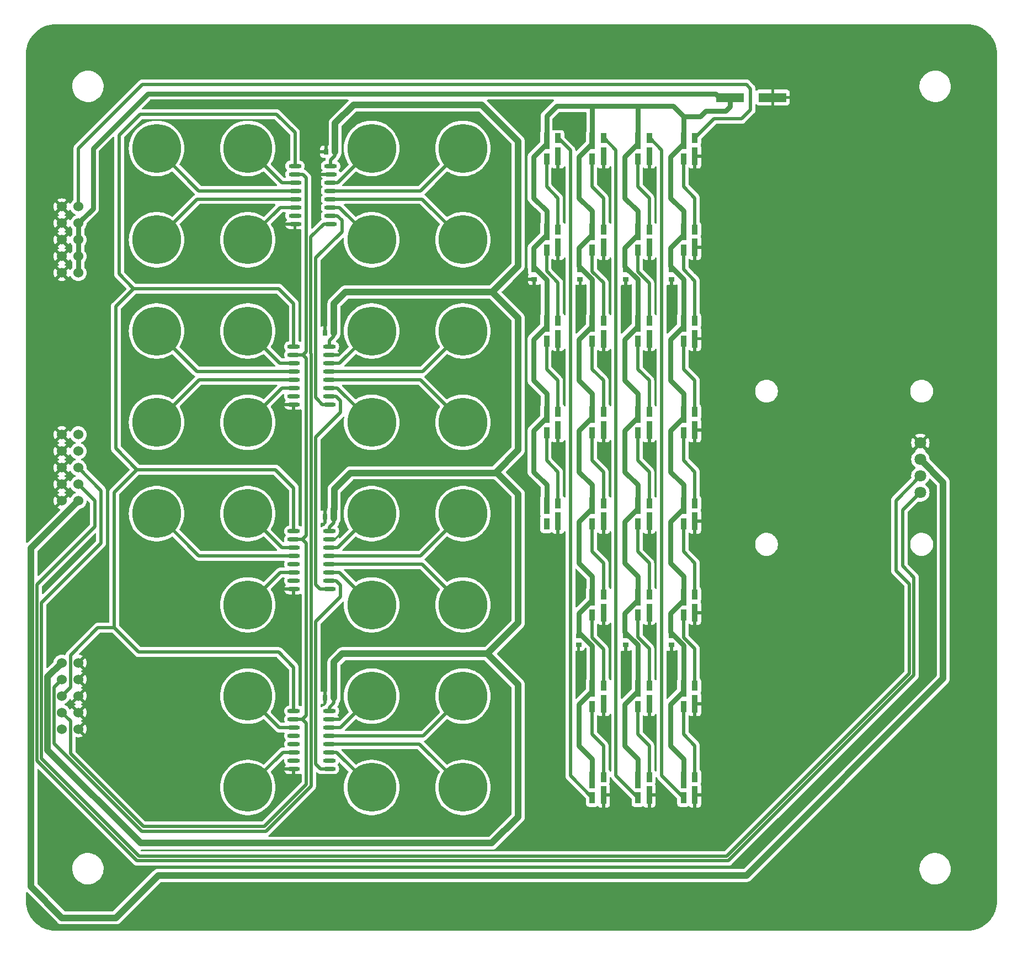
<source format=gtl>
G04 #@! TF.GenerationSoftware,KiCad,Pcbnew,7.0.7*
G04 #@! TF.CreationDate,2023-10-09T21:47:46+02:00*
G04 #@! TF.ProjectId,Kaboom_box_top,4b61626f-6f6d-45f6-926f-785f746f702e,rev?*
G04 #@! TF.SameCoordinates,Original*
G04 #@! TF.FileFunction,Copper,L1,Top*
G04 #@! TF.FilePolarity,Positive*
%FSLAX46Y46*%
G04 Gerber Fmt 4.6, Leading zero omitted, Abs format (unit mm)*
G04 Created by KiCad (PCBNEW 7.0.7) date 2023-10-09 21:47:46*
%MOMM*%
%LPD*%
G01*
G04 APERTURE LIST*
G04 #@! TA.AperFunction,ComponentPad*
%ADD10C,7.500000*%
G04 #@! TD*
G04 #@! TA.AperFunction,SMDPad,CuDef*
%ADD11R,0.900000X1.500000*%
G04 #@! TD*
G04 #@! TA.AperFunction,SMDPad,CuDef*
%ADD12R,0.900000X2.500000*%
G04 #@! TD*
G04 #@! TA.AperFunction,SMDPad,CuDef*
%ADD13R,0.900000X1.800000*%
G04 #@! TD*
G04 #@! TA.AperFunction,SMDPad,CuDef*
%ADD14R,0.900000X2.800000*%
G04 #@! TD*
G04 #@! TA.AperFunction,SMDPad,CuDef*
%ADD15R,0.800000X0.900000*%
G04 #@! TD*
G04 #@! TA.AperFunction,ComponentPad*
%ADD16C,1.524003*%
G04 #@! TD*
G04 #@! TA.AperFunction,ComponentPad*
%ADD17C,1.800000*%
G04 #@! TD*
G04 #@! TA.AperFunction,SMDPad,CuDef*
%ADD18R,4.200000X1.400000*%
G04 #@! TD*
G04 #@! TA.AperFunction,SMDPad,CuDef*
%ADD19R,0.900000X0.800000*%
G04 #@! TD*
G04 #@! TA.AperFunction,SMDPad,CuDef*
%ADD20O,1.970993X0.602007*%
G04 #@! TD*
G04 #@! TA.AperFunction,ViaPad*
%ADD21C,0.800000*%
G04 #@! TD*
G04 #@! TA.AperFunction,Conductor*
%ADD22C,0.500000*%
G04 #@! TD*
G04 #@! TA.AperFunction,Conductor*
%ADD23C,0.250000*%
G04 #@! TD*
G04 #@! TA.AperFunction,Conductor*
%ADD24C,1.000000*%
G04 #@! TD*
G04 #@! TA.AperFunction,Conductor*
%ADD25C,0.800000*%
G04 #@! TD*
G04 APERTURE END LIST*
D10*
G04 #@! TO.P,J136,1,Pin_1*
G04 #@! TO.N,Board_0-/Top/Shift_Parallel_to_Serial/J136*
X142535534Y-133535534D03*
G04 #@! TD*
D11*
G04 #@! TO.P,U176,1,DI*
G04 #@! TO.N,Board_0-Net-(U175-DO)*
X157135598Y-75960604D03*
D12*
G04 #@! TO.P,U176,2,VDD*
G04 #@! TO.N,Board_0-/Top/VDD*
X155385534Y-76360655D03*
D13*
G04 #@! TO.P,U176,3,DO*
G04 #@! TO.N,Board_0-Net-(U176-DO)*
X155385534Y-79110464D03*
D14*
G04 #@! TO.P,U176,4,GND*
G04 #@! TO.N,Board_0-/Top/GND*
X157135598Y-78710667D03*
G04 #@! TD*
D11*
G04 #@! TO.P,U174,1,DI*
G04 #@! TO.N,Board_0-Net-(U173-DO)*
X157135598Y-47960604D03*
D12*
G04 #@! TO.P,U174,2,VDD*
G04 #@! TO.N,Board_0-/Top/VDD*
X155385534Y-48360655D03*
D13*
G04 #@! TO.P,U174,3,DO*
G04 #@! TO.N,Board_0-Net-(U174-DO)*
X155385534Y-51110464D03*
D14*
G04 #@! TO.P,U174,4,GND*
G04 #@! TO.N,Board_0-/Top/GND*
X157135598Y-50710667D03*
G04 #@! TD*
D11*
G04 #@! TO.P,U153,1,DI*
G04 #@! TO.N,Board_0-Net-(U152-DO)*
X178135598Y-89960604D03*
D12*
G04 #@! TO.P,U153,2,VDD*
G04 #@! TO.N,Board_0-/Top/VDD*
X176385534Y-90360655D03*
D13*
G04 #@! TO.P,U153,3,DO*
G04 #@! TO.N,Board_0-Net-(U153-DO)*
X176385534Y-93110464D03*
D14*
G04 #@! TO.P,U153,4,GND*
G04 #@! TO.N,Board_0-/Top/GND*
X178135598Y-92710667D03*
G04 #@! TD*
D15*
G04 #@! TO.P,C116,1,1*
G04 #@! TO.N,Board_0-/Top/+3.3V_SHIFT*
X122939503Y-50035534D03*
G04 #@! TO.P,C116,2,2*
G04 #@! TO.N,Board_0-/Top/GND*
X121539453Y-50035534D03*
G04 #@! TD*
D11*
G04 #@! TO.P,U162,1,DI*
G04 #@! TO.N,Board_0-Net-(U161-DO)*
X171135598Y-103960604D03*
D12*
G04 #@! TO.P,U162,2,VDD*
G04 #@! TO.N,Board_0-/Top/VDD*
X169385534Y-104360655D03*
D13*
G04 #@! TO.P,U162,3,DO*
G04 #@! TO.N,Board_0-Net-(U162-DO)*
X169385534Y-107110464D03*
D14*
G04 #@! TO.P,U162,4,GND*
G04 #@! TO.N,Board_0-/Top/GND*
X171135598Y-106710667D03*
G04 #@! TD*
D10*
G04 #@! TO.P,J137,1,Pin_1*
G04 #@! TO.N,Board_0-/Top/Shift_Parallel_to_Serial/J137*
X142535534Y-147535534D03*
G04 #@! TD*
D11*
G04 #@! TO.P,U163,1,DI*
G04 #@! TO.N,Board_0-Net-(U162-DO)*
X171135598Y-117960604D03*
D12*
G04 #@! TO.P,U163,2,VDD*
G04 #@! TO.N,Board_0-/Top/VDD*
X169385534Y-118360655D03*
D13*
G04 #@! TO.P,U163,3,DO*
G04 #@! TO.N,Board_0-Net-(U163-DO)*
X169385534Y-121110464D03*
D14*
G04 #@! TO.P,U163,4,GND*
G04 #@! TO.N,Board_0-/Top/GND*
X171135598Y-120710667D03*
G04 #@! TD*
D10*
G04 #@! TO.P,J135,1,Pin_1*
G04 #@! TO.N,Board_0-/Top/Shift_Parallel_to_Serial/J135*
X142535534Y-119535534D03*
G04 #@! TD*
G04 #@! TO.P,J155,1,Pin_1*
G04 #@! TO.N,Board_0-/Top/Shift_Parallel_to_Serial/J155*
X95535534Y-63535534D03*
G04 #@! TD*
D16*
G04 #@! TO.P,P101,1,1*
G04 #@! TO.N,Board_0-/Top/VDD*
X83535534Y-68615544D03*
G04 #@! TO.P,P101,2,2*
G04 #@! TO.N,Board_0-/Top/GND*
X80995528Y-68615544D03*
G04 #@! TO.P,P101,3,3*
G04 #@! TO.N,Board_0-/Top/VDD*
X83535534Y-66075539D03*
G04 #@! TO.P,P101,4,4*
G04 #@! TO.N,Board_0-/Top/GND*
X80995528Y-66075539D03*
G04 #@! TO.P,P101,5,5*
G04 #@! TO.N,Board_0-/Top/VDD*
X83535534Y-63535534D03*
G04 #@! TO.P,P101,6,6*
G04 #@! TO.N,Board_0-/Top/GND*
X80995528Y-63535534D03*
G04 #@! TO.P,P101,7,7*
G04 #@! TO.N,Board_0-/Top/VDD*
X83535534Y-60995529D03*
G04 #@! TO.P,P101,8,8*
G04 #@! TO.N,Board_0-/Top/GND*
X80995528Y-60995529D03*
G04 #@! TO.P,P101,9,9*
G04 #@! TO.N,Board_0-/Top/LED_DATA_IN*
X83535534Y-58455524D03*
G04 #@! TO.P,P101,10,10*
G04 #@! TO.N,Board_0-/Top/GND*
X80995528Y-58455524D03*
G04 #@! TD*
D17*
G04 #@! TO.P,U144,1,GND*
G04 #@! TO.N,Board_0-/Top/GND*
X212736068Y-94685521D03*
G04 #@! TO.P,U144,2,VCC*
G04 #@! TO.N,Board_0-/Top/+3.3V_OLED*
X212736068Y-97225526D03*
G04 #@! TO.P,U144,3,SCL*
G04 #@! TO.N,Board_0-/I2C_SCL_LID*
X212736068Y-99765532D03*
G04 #@! TO.P,U144,4,SDA*
G04 #@! TO.N,Board_0-/I2C1_SDA_LID*
X212736068Y-102305537D03*
G04 #@! TD*
D10*
G04 #@! TO.P,J139,1,Pin_1*
G04 #@! TO.N,Board_0-/Top/Shift_Parallel_to_Serial/J139*
X128535534Y-63535534D03*
G04 #@! TD*
G04 #@! TO.P,J154,1,Pin_1*
G04 #@! TO.N,Board_0-/Top/Shift_Parallel_to_Serial/J154*
X95535534Y-49535534D03*
G04 #@! TD*
G04 #@! TO.P,J138,1,Pin_1*
G04 #@! TO.N,Board_0-/Top/Shift_Parallel_to_Serial/J138*
X128535534Y-49535534D03*
G04 #@! TD*
D11*
G04 #@! TO.P,U173,1,DI*
G04 #@! TO.N,Board_0-Net-(U172-DO)*
X164135598Y-145960604D03*
D12*
G04 #@! TO.P,U173,2,VDD*
G04 #@! TO.N,Board_0-/Top/VDD*
X162385534Y-146360655D03*
D13*
G04 #@! TO.P,U173,3,DO*
G04 #@! TO.N,Board_0-Net-(U173-DO)*
X162385534Y-149110464D03*
D14*
G04 #@! TO.P,U173,4,GND*
G04 #@! TO.N,Board_0-/Top/GND*
X164135598Y-148710667D03*
G04 #@! TD*
D11*
G04 #@! TO.P,U169,1,DI*
G04 #@! TO.N,Board_0-Net-(U168-DO)*
X164135598Y-89960604D03*
D12*
G04 #@! TO.P,U169,2,VDD*
G04 #@! TO.N,Board_0-/Top/VDD*
X162385534Y-90360655D03*
D13*
G04 #@! TO.P,U169,3,DO*
G04 #@! TO.N,Board_0-Net-(U169-DO)*
X162385534Y-93110464D03*
D14*
G04 #@! TO.P,U169,4,GND*
G04 #@! TO.N,Board_0-/Top/GND*
X164135598Y-92710667D03*
G04 #@! TD*
D11*
G04 #@! TO.P,U159,1,DI*
G04 #@! TO.N,Board_0-Net-(U158-DO)*
X171135598Y-61960604D03*
D12*
G04 #@! TO.P,U159,2,VDD*
G04 #@! TO.N,Board_0-/Top/VDD*
X169385534Y-62360655D03*
D13*
G04 #@! TO.P,U159,3,DO*
G04 #@! TO.N,Board_0-Net-(U159-DO)*
X169385534Y-65110464D03*
D14*
G04 #@! TO.P,U159,4,GND*
G04 #@! TO.N,Board_0-/Top/GND*
X171135598Y-64710667D03*
G04 #@! TD*
D18*
G04 #@! TO.P,C128,1,1*
G04 #@! TO.N,Board_0-/Top/VDD*
X183551116Y-41710534D03*
G04 #@! TO.P,C128,2,2*
G04 #@! TO.N,Board_0-/Top/GND*
X190085534Y-41710534D03*
G04 #@! TD*
D11*
G04 #@! TO.P,U155,1,DI*
G04 #@! TO.N,Board_0-Net-(U154-DO)*
X178135598Y-117960604D03*
D12*
G04 #@! TO.P,U155,2,VDD*
G04 #@! TO.N,Board_0-/Top/VDD*
X176385534Y-118360655D03*
D13*
G04 #@! TO.P,U155,3,DO*
G04 #@! TO.N,Board_0-Net-(U155-DO)*
X176385534Y-121110464D03*
D14*
G04 #@! TO.P,U155,4,GND*
G04 #@! TO.N,Board_0-/Top/GND*
X178135598Y-120710667D03*
G04 #@! TD*
D19*
G04 #@! TO.P,C120,1,1*
G04 #@! TO.N,Board_0-/Top/GND*
X174535534Y-69585559D03*
G04 #@! TO.P,C120,2,2*
G04 #@! TO.N,Board_0-/Top/VDD*
X174535534Y-68185509D03*
G04 #@! TD*
G04 #@! TO.P,C122,1,1*
G04 #@! TO.N,Board_0-/Top/GND*
X167535534Y-69585559D03*
G04 #@! TO.P,C122,2,2*
G04 #@! TO.N,Board_0-/Top/VDD*
X167535534Y-68185509D03*
G04 #@! TD*
G04 #@! TO.P,C124,1,1*
G04 #@! TO.N,Board_0-/Top/GND*
X160535534Y-69585559D03*
G04 #@! TO.P,C124,2,2*
G04 #@! TO.N,Board_0-/Top/VDD*
X160535534Y-68185509D03*
G04 #@! TD*
D10*
G04 #@! TO.P,J156,1,Pin_1*
G04 #@! TO.N,Board_0-/Top/Shift_Parallel_to_Serial/J156*
X95535534Y-77535534D03*
G04 #@! TD*
G04 #@! TO.P,J131,1,Pin_1*
G04 #@! TO.N,Board_0-/Top/Shift_Parallel_to_Serial/J131*
X142535534Y-63535534D03*
G04 #@! TD*
D19*
G04 #@! TO.P,C121,1,1*
G04 #@! TO.N,Board_0-/Top/GND*
X174535534Y-125685559D03*
G04 #@! TO.P,C121,2,2*
G04 #@! TO.N,Board_0-/Top/VDD*
X174535534Y-124285509D03*
G04 #@! TD*
D11*
G04 #@! TO.P,U151,1,DI*
G04 #@! TO.N,Board_0-Net-(U150-DO)*
X178135598Y-61960604D03*
D12*
G04 #@! TO.P,U151,2,VDD*
G04 #@! TO.N,Board_0-/Top/VDD*
X176385534Y-62360655D03*
D13*
G04 #@! TO.P,U151,3,DO*
G04 #@! TO.N,Board_0-Net-(U151-DO)*
X176385534Y-65110464D03*
D14*
G04 #@! TO.P,U151,4,GND*
G04 #@! TO.N,Board_0-/Top/GND*
X178135598Y-64710667D03*
G04 #@! TD*
D11*
G04 #@! TO.P,U164,1,DI*
G04 #@! TO.N,Board_0-Net-(U163-DO)*
X171135598Y-131960604D03*
D12*
G04 #@! TO.P,U164,2,VDD*
G04 #@! TO.N,Board_0-/Top/VDD*
X169385534Y-132360655D03*
D13*
G04 #@! TO.P,U164,3,DO*
G04 #@! TO.N,Board_0-Net-(U164-DO)*
X169385534Y-135110464D03*
D14*
G04 #@! TO.P,U164,4,GND*
G04 #@! TO.N,Board_0-/Top/GND*
X171135598Y-134710667D03*
G04 #@! TD*
D11*
G04 #@! TO.P,U177,1,DI*
G04 #@! TO.N,Board_0-Net-(U176-DO)*
X157135598Y-89960604D03*
D12*
G04 #@! TO.P,U177,2,VDD*
G04 #@! TO.N,Board_0-/Top/VDD*
X155385534Y-90360655D03*
D13*
G04 #@! TO.P,U177,3,DO*
G04 #@! TO.N,Board_0-Net-(U177-DO)*
X155385534Y-93110464D03*
D14*
G04 #@! TO.P,U177,4,GND*
G04 #@! TO.N,Board_0-/Top/GND*
X157135598Y-92710667D03*
G04 #@! TD*
D10*
G04 #@! TO.P,J132,1,Pin_1*
G04 #@! TO.N,Board_0-/Top/Shift_Parallel_to_Serial/J132*
X142535534Y-77535534D03*
G04 #@! TD*
D11*
G04 #@! TO.P,U158,1,DI*
G04 #@! TO.N,Board_0-Net-(U157-DO)*
X171135598Y-47960604D03*
D12*
G04 #@! TO.P,U158,2,VDD*
G04 #@! TO.N,Board_0-/Top/VDD*
X169385534Y-48360655D03*
D13*
G04 #@! TO.P,U158,3,DO*
G04 #@! TO.N,Board_0-Net-(U158-DO)*
X169385534Y-51110464D03*
D14*
G04 #@! TO.P,U158,4,GND*
G04 #@! TO.N,Board_0-/Top/GND*
X171135598Y-50710667D03*
G04 #@! TD*
D10*
G04 #@! TO.P,J151,1,Pin_1*
G04 #@! TO.N,Board_0-/Top/Shift_Parallel_to_Serial/J151*
X109535534Y-119535534D03*
G04 #@! TD*
G04 #@! TO.P,J150,1,Pin_1*
G04 #@! TO.N,Board_0-/Top/Shift_Parallel_to_Serial/J150*
X109535534Y-105535534D03*
G04 #@! TD*
D20*
G04 #@! TO.P,U148,1,PL#*
G04 #@! TO.N,Board_0-/SPI0_CSn_LID*
X116589402Y-135812881D03*
G04 #@! TO.P,U148,2,CP*
G04 #@! TO.N,Board_0-/SPI0_SCK_LID*
X116589402Y-137082884D03*
G04 #@! TO.P,U148,3,D4*
G04 #@! TO.N,Board_0-/Top/Shift_Parallel_to_Serial/J152*
X116589402Y-138352886D03*
G04 #@! TO.P,U148,4,D5*
G04 #@! TO.N,Board_0-/Top/Shift_Parallel_to_Serial/J160*
X116589402Y-139622889D03*
G04 #@! TO.P,U148,5,D6*
G04 #@! TO.N,Board_0-/Top/Shift_Parallel_to_Serial/J161*
X116589402Y-140892891D03*
G04 #@! TO.P,U148,6,D7*
G04 #@! TO.N,Board_0-/Top/Shift_Parallel_to_Serial/J153*
X116589402Y-142162894D03*
G04 #@! TO.P,U148,7,Q7#*
G04 #@! TO.N,Board_0-unconnected-(U148-Q7#-Pad7)*
X116589402Y-143432896D03*
G04 #@! TO.P,U148,8,GND*
G04 #@! TO.N,Board_0-/Top/GND*
X116589402Y-144702899D03*
G04 #@! TO.P,U148,9,Q7*
G04 #@! TO.N,Board_0-/Top/Shift_Parallel_to_Serial/SER_IN_1*
X122060572Y-144702899D03*
G04 #@! TO.P,U148,10,DS*
G04 #@! TO.N,Board_0-unconnected-(U148-DS-Pad10)*
X122060572Y-143432896D03*
G04 #@! TO.P,U148,11,D0*
G04 #@! TO.N,Board_0-/Top/Shift_Parallel_to_Serial/J145*
X122060572Y-142162894D03*
G04 #@! TO.P,U148,12,D1*
G04 #@! TO.N,Board_0-/Top/Shift_Parallel_to_Serial/J137*
X122060572Y-140892891D03*
G04 #@! TO.P,U148,13,D2*
G04 #@! TO.N,Board_0-/Top/Shift_Parallel_to_Serial/J136*
X122060572Y-139622889D03*
G04 #@! TO.P,U148,14,D3*
G04 #@! TO.N,Board_0-/Top/Shift_Parallel_to_Serial/J144*
X122060572Y-138352886D03*
G04 #@! TO.P,U148,15,CE#*
G04 #@! TO.N,Board_0-/Top/GND*
X122060572Y-137082884D03*
G04 #@! TO.P,U148,16,VCC*
G04 #@! TO.N,Board_0-/Top/+3.3V_SHIFT*
X122060572Y-135812881D03*
G04 #@! TD*
D11*
G04 #@! TO.P,U170,1,DI*
G04 #@! TO.N,Board_0-Net-(U169-DO)*
X164135598Y-103960604D03*
D12*
G04 #@! TO.P,U170,2,VDD*
G04 #@! TO.N,Board_0-/Top/VDD*
X162385534Y-104360655D03*
D13*
G04 #@! TO.P,U170,3,DO*
G04 #@! TO.N,Board_0-Net-(U170-DO)*
X162385534Y-107110464D03*
D14*
G04 #@! TO.P,U170,4,GND*
G04 #@! TO.N,Board_0-/Top/GND*
X164135598Y-106710667D03*
G04 #@! TD*
D10*
G04 #@! TO.P,J144,1,Pin_1*
G04 #@! TO.N,Board_0-/Top/Shift_Parallel_to_Serial/J144*
X128535534Y-133535534D03*
G04 #@! TD*
G04 #@! TO.P,J157,1,Pin_1*
G04 #@! TO.N,Board_0-/Top/Shift_Parallel_to_Serial/J157*
X95535534Y-91535534D03*
G04 #@! TD*
G04 #@! TO.P,J147,1,Pin_1*
G04 #@! TO.N,Board_0-/Top/Shift_Parallel_to_Serial/J147*
X109535534Y-63535534D03*
G04 #@! TD*
D11*
G04 #@! TO.P,U168,1,DI*
G04 #@! TO.N,Board_0-Net-(U167-DO)*
X164135598Y-75960604D03*
D12*
G04 #@! TO.P,U168,2,VDD*
G04 #@! TO.N,Board_0-/Top/VDD*
X162385534Y-76360655D03*
D13*
G04 #@! TO.P,U168,3,DO*
G04 #@! TO.N,Board_0-Net-(U168-DO)*
X162385534Y-79110464D03*
D14*
G04 #@! TO.P,U168,4,GND*
G04 #@! TO.N,Board_0-/Top/GND*
X164135598Y-78710667D03*
G04 #@! TD*
D10*
G04 #@! TO.P,J152,1,Pin_1*
G04 #@! TO.N,Board_0-/Top/Shift_Parallel_to_Serial/J152*
X109535534Y-133535534D03*
G04 #@! TD*
D16*
G04 #@! TO.P,P103,1,1*
G04 #@! TO.N,Board_0-/Top/+3.3V_OLED*
X83535534Y-103575539D03*
G04 #@! TO.P,P103,2,2*
G04 #@! TO.N,Board_0-/Top/GND*
X80995528Y-103575539D03*
G04 #@! TO.P,P103,3,3*
G04 #@! TO.N,Board_0-/I2C1_SDA_LID*
X83535534Y-101035534D03*
G04 #@! TO.P,P103,4,4*
G04 #@! TO.N,Board_0-/Top/GND*
X80995528Y-101035534D03*
G04 #@! TO.P,P103,5,5*
G04 #@! TO.N,Board_0-/I2C_SCL_LID*
X83535534Y-98495529D03*
G04 #@! TO.P,P103,6,6*
G04 #@! TO.N,Board_0-/Top/GND*
X80995528Y-98495529D03*
G04 #@! TO.P,P103,7,7*
G04 #@! TO.N,Board_0-unconnected-(P103-Pad7)*
X83535534Y-95955524D03*
G04 #@! TO.P,P103,8,8*
G04 #@! TO.N,Board_0-/Top/GND*
X80995528Y-95955524D03*
G04 #@! TO.P,P103,9,9*
G04 #@! TO.N,Board_0-unconnected-(P103-Pad9)*
X83535534Y-93415519D03*
G04 #@! TO.P,P103,10,10*
G04 #@! TO.N,Board_0-/Top/GND*
X80995528Y-93415519D03*
G04 #@! TD*
D10*
G04 #@! TO.P,J145,1,Pin_1*
G04 #@! TO.N,Board_0-/Top/Shift_Parallel_to_Serial/J145*
X128535534Y-147535534D03*
G04 #@! TD*
G04 #@! TO.P,J143,1,Pin_1*
G04 #@! TO.N,Board_0-/Top/Shift_Parallel_to_Serial/J143*
X128535534Y-119535534D03*
G04 #@! TD*
G04 #@! TO.P,J148,1,Pin_1*
G04 #@! TO.N,Board_0-/Top/Shift_Parallel_to_Serial/J148*
X109535534Y-77535534D03*
G04 #@! TD*
D11*
G04 #@! TO.P,U167,1,DI*
G04 #@! TO.N,Board_0-Net-(U166-DO)*
X164135598Y-61960604D03*
D12*
G04 #@! TO.P,U167,2,VDD*
G04 #@! TO.N,Board_0-/Top/VDD*
X162385534Y-62360655D03*
D13*
G04 #@! TO.P,U167,3,DO*
G04 #@! TO.N,Board_0-Net-(U167-DO)*
X162385534Y-65110464D03*
D14*
G04 #@! TO.P,U167,4,GND*
G04 #@! TO.N,Board_0-/Top/GND*
X164135598Y-64710667D03*
G04 #@! TD*
D19*
G04 #@! TO.P,C125,1,1*
G04 #@! TO.N,Board_0-/Top/GND*
X160285534Y-125685559D03*
G04 #@! TO.P,C125,2,2*
G04 #@! TO.N,Board_0-/Top/VDD*
X160285534Y-124285509D03*
G04 #@! TD*
D11*
G04 #@! TO.P,U156,1,DI*
G04 #@! TO.N,Board_0-Net-(U155-DO)*
X178135598Y-131960604D03*
D12*
G04 #@! TO.P,U156,2,VDD*
G04 #@! TO.N,Board_0-/Top/VDD*
X176385534Y-132360655D03*
D13*
G04 #@! TO.P,U156,3,DO*
G04 #@! TO.N,Board_0-Net-(U156-DO)*
X176385534Y-135110464D03*
D14*
G04 #@! TO.P,U156,4,GND*
G04 #@! TO.N,Board_0-/Top/GND*
X178135598Y-134710667D03*
G04 #@! TD*
D11*
G04 #@! TO.P,U160,1,DI*
G04 #@! TO.N,Board_0-Net-(U159-DO)*
X171135598Y-75960604D03*
D12*
G04 #@! TO.P,U160,2,VDD*
G04 #@! TO.N,Board_0-/Top/VDD*
X169385534Y-76360655D03*
D13*
G04 #@! TO.P,U160,3,DO*
G04 #@! TO.N,Board_0-Net-(U160-DO)*
X169385534Y-79110464D03*
D14*
G04 #@! TO.P,U160,4,GND*
G04 #@! TO.N,Board_0-/Top/GND*
X171135598Y-78710667D03*
G04 #@! TD*
D15*
G04 #@! TO.P,C117,1,1*
G04 #@! TO.N,Board_0-/Top/+3.3V_SHIFT*
X122760597Y-77785534D03*
G04 #@! TO.P,C117,2,2*
G04 #@! TO.N,Board_0-/Top/GND*
X121360547Y-77785534D03*
G04 #@! TD*
D10*
G04 #@! TO.P,J142,1,Pin_1*
G04 #@! TO.N,Board_0-/Top/Shift_Parallel_to_Serial/J142*
X128535534Y-105535534D03*
G04 #@! TD*
D15*
G04 #@! TO.P,C119,1,1*
G04 #@! TO.N,Board_0-/Top/+3.3V_SHIFT*
X122760597Y-133785534D03*
G04 #@! TO.P,C119,2,2*
G04 #@! TO.N,Board_0-/Top/GND*
X121360547Y-133785534D03*
G04 #@! TD*
D11*
G04 #@! TO.P,U161,1,DI*
G04 #@! TO.N,Board_0-Net-(U160-DO)*
X171135598Y-89960604D03*
D12*
G04 #@! TO.P,U161,2,VDD*
G04 #@! TO.N,Board_0-/Top/VDD*
X169385534Y-90360655D03*
D13*
G04 #@! TO.P,U161,3,DO*
G04 #@! TO.N,Board_0-Net-(U161-DO)*
X169385534Y-93110464D03*
D14*
G04 #@! TO.P,U161,4,GND*
G04 #@! TO.N,Board_0-/Top/GND*
X171135598Y-92710667D03*
G04 #@! TD*
D10*
G04 #@! TO.P,J149,1,Pin_1*
G04 #@! TO.N,Board_0-/Top/Shift_Parallel_to_Serial/J149*
X109535534Y-91535534D03*
G04 #@! TD*
D11*
G04 #@! TO.P,U178,1,DI*
G04 #@! TO.N,Board_0-Net-(U177-DO)*
X157135598Y-103960604D03*
D12*
G04 #@! TO.P,U178,2,VDD*
G04 #@! TO.N,Board_0-/Top/VDD*
X155385534Y-104360655D03*
D13*
G04 #@! TO.P,U178,3,DO*
G04 #@! TO.N,Board_0-/Top/LEDs Sheet1/LED_DATA_OUT*
X155385534Y-107110464D03*
D14*
G04 #@! TO.P,U178,4,GND*
G04 #@! TO.N,Board_0-/Top/GND*
X157135598Y-106710667D03*
G04 #@! TD*
D19*
G04 #@! TO.P,C126,1,1*
G04 #@! TO.N,Board_0-/Top/GND*
X153485534Y-69585559D03*
G04 #@! TO.P,C126,2,2*
G04 #@! TO.N,Board_0-/Top/VDD*
X153485534Y-68185509D03*
G04 #@! TD*
D15*
G04 #@! TO.P,C118,1,1*
G04 #@! TO.N,Board_0-/Top/+3.3V_SHIFT*
X122760597Y-106035534D03*
G04 #@! TO.P,C118,2,2*
G04 #@! TO.N,Board_0-/Top/GND*
X121360547Y-106035534D03*
G04 #@! TD*
D11*
G04 #@! TO.P,U152,1,DI*
G04 #@! TO.N,Board_0-Net-(U151-DO)*
X178135598Y-75960604D03*
D12*
G04 #@! TO.P,U152,2,VDD*
G04 #@! TO.N,Board_0-/Top/VDD*
X176385534Y-76360655D03*
D13*
G04 #@! TO.P,U152,3,DO*
G04 #@! TO.N,Board_0-Net-(U152-DO)*
X176385534Y-79110464D03*
D14*
G04 #@! TO.P,U152,4,GND*
G04 #@! TO.N,Board_0-/Top/GND*
X178135598Y-78710667D03*
G04 #@! TD*
D11*
G04 #@! TO.P,U175,1,DI*
G04 #@! TO.N,Board_0-Net-(U174-DO)*
X157135598Y-61960604D03*
D12*
G04 #@! TO.P,U175,2,VDD*
G04 #@! TO.N,Board_0-/Top/VDD*
X155385534Y-62360655D03*
D13*
G04 #@! TO.P,U175,3,DO*
G04 #@! TO.N,Board_0-Net-(U175-DO)*
X155385534Y-65110464D03*
D14*
G04 #@! TO.P,U175,4,GND*
G04 #@! TO.N,Board_0-/Top/GND*
X157135598Y-64710667D03*
G04 #@! TD*
D10*
G04 #@! TO.P,J146,1,Pin_1*
G04 #@! TO.N,Board_0-/Top/Shift_Parallel_to_Serial/J146*
X109535534Y-49535534D03*
G04 #@! TD*
D11*
G04 #@! TO.P,U154,1,DI*
G04 #@! TO.N,Board_0-Net-(U153-DO)*
X178135598Y-103960604D03*
D12*
G04 #@! TO.P,U154,2,VDD*
G04 #@! TO.N,Board_0-/Top/VDD*
X176385534Y-104360655D03*
D13*
G04 #@! TO.P,U154,3,DO*
G04 #@! TO.N,Board_0-Net-(U154-DO)*
X176385534Y-107110464D03*
D14*
G04 #@! TO.P,U154,4,GND*
G04 #@! TO.N,Board_0-/Top/GND*
X178135598Y-106710667D03*
G04 #@! TD*
D10*
G04 #@! TO.P,J141,1,Pin_1*
G04 #@! TO.N,Board_0-/Top/Shift_Parallel_to_Serial/J141*
X128535534Y-91535534D03*
G04 #@! TD*
G04 #@! TO.P,J153,1,Pin_1*
G04 #@! TO.N,Board_0-/Top/Shift_Parallel_to_Serial/J153*
X109535534Y-147535534D03*
G04 #@! TD*
G04 #@! TO.P,J130,1,Pin_1*
G04 #@! TO.N,Board_0-/Top/Shift_Parallel_to_Serial/J130*
X142535534Y-49535534D03*
G04 #@! TD*
D20*
G04 #@! TO.P,U145,1,PL#*
G04 #@! TO.N,Board_0-/SPI0_CSn_LID*
X116768308Y-52217592D03*
G04 #@! TO.P,U145,2,CP*
G04 #@! TO.N,Board_0-/SPI0_SCK_LID*
X116768308Y-53487595D03*
G04 #@! TO.P,U145,3,D4*
G04 #@! TO.N,Board_0-/Top/Shift_Parallel_to_Serial/J146*
X116768308Y-54757597D03*
G04 #@! TO.P,U145,4,D5*
G04 #@! TO.N,Board_0-/Top/Shift_Parallel_to_Serial/J154*
X116768308Y-56027600D03*
G04 #@! TO.P,U145,5,D6*
G04 #@! TO.N,Board_0-/Top/Shift_Parallel_to_Serial/J155*
X116768308Y-57297602D03*
G04 #@! TO.P,U145,6,D7*
G04 #@! TO.N,Board_0-/Top/Shift_Parallel_to_Serial/J147*
X116768308Y-58567605D03*
G04 #@! TO.P,U145,7,Q7#*
G04 #@! TO.N,Board_0-unconnected-(U145-Q7#-Pad7)*
X116768308Y-59837607D03*
G04 #@! TO.P,U145,8,GND*
G04 #@! TO.N,Board_0-/Top/GND*
X116768308Y-61107610D03*
G04 #@! TO.P,U145,9,Q7*
G04 #@! TO.N,Board_0-/SPI0_RX_LID*
X122239478Y-61107610D03*
G04 #@! TO.P,U145,10,DS*
G04 #@! TO.N,Board_0-/Top/Shift_Parallel_to_Serial/SER_IN_3*
X122239478Y-59837607D03*
G04 #@! TO.P,U145,11,D0*
G04 #@! TO.N,Board_0-/Top/Shift_Parallel_to_Serial/J139*
X122239478Y-58567605D03*
G04 #@! TO.P,U145,12,D1*
G04 #@! TO.N,Board_0-/Top/Shift_Parallel_to_Serial/J131*
X122239478Y-57297602D03*
G04 #@! TO.P,U145,13,D2*
G04 #@! TO.N,Board_0-/Top/Shift_Parallel_to_Serial/J130*
X122239478Y-56027600D03*
G04 #@! TO.P,U145,14,D3*
G04 #@! TO.N,Board_0-/Top/Shift_Parallel_to_Serial/J138*
X122239478Y-54757597D03*
G04 #@! TO.P,U145,15,CE#*
G04 #@! TO.N,Board_0-/Top/GND*
X122239478Y-53487595D03*
G04 #@! TO.P,U145,16,VCC*
G04 #@! TO.N,Board_0-/Top/+3.3V_SHIFT*
X122239478Y-52217592D03*
G04 #@! TD*
D19*
G04 #@! TO.P,C123,1,1*
G04 #@! TO.N,Board_0-/Top/GND*
X167535534Y-125685559D03*
G04 #@! TO.P,C123,2,2*
G04 #@! TO.N,Board_0-/Top/VDD*
X167535534Y-124285509D03*
G04 #@! TD*
D10*
G04 #@! TO.P,J158,1,Pin_1*
G04 #@! TO.N,Board_0-/Top/Shift_Parallel_to_Serial/J158*
X95535534Y-105535534D03*
G04 #@! TD*
D11*
G04 #@! TO.P,U166,1,DI*
G04 #@! TO.N,Board_0-Net-(U165-DO)*
X164135598Y-47960604D03*
D12*
G04 #@! TO.P,U166,2,VDD*
G04 #@! TO.N,Board_0-/Top/VDD*
X162385534Y-48360655D03*
D13*
G04 #@! TO.P,U166,3,DO*
G04 #@! TO.N,Board_0-Net-(U166-DO)*
X162385534Y-51110464D03*
D14*
G04 #@! TO.P,U166,4,GND*
G04 #@! TO.N,Board_0-/Top/GND*
X164135598Y-50710667D03*
G04 #@! TD*
D10*
G04 #@! TO.P,J140,1,Pin_1*
G04 #@! TO.N,Board_0-/Top/Shift_Parallel_to_Serial/J140*
X128535534Y-77535534D03*
G04 #@! TD*
D11*
G04 #@! TO.P,U165,1,DI*
G04 #@! TO.N,Board_0-Net-(U164-DO)*
X171135598Y-145960604D03*
D12*
G04 #@! TO.P,U165,2,VDD*
G04 #@! TO.N,Board_0-/Top/VDD*
X169385534Y-146360655D03*
D13*
G04 #@! TO.P,U165,3,DO*
G04 #@! TO.N,Board_0-Net-(U165-DO)*
X169385534Y-149110464D03*
D14*
G04 #@! TO.P,U165,4,GND*
G04 #@! TO.N,Board_0-/Top/GND*
X171135598Y-148710667D03*
G04 #@! TD*
D16*
G04 #@! TO.P,P105,1,1*
G04 #@! TO.N,Board_0-/Top/GND*
X83535534Y-138575538D03*
G04 #@! TO.P,P105,2,2*
G04 #@! TO.N,Board_0-/SPI0_TX_LID*
X80995528Y-138575538D03*
G04 #@! TO.P,P105,3,3*
G04 #@! TO.N,Board_0-/Top/GND*
X83535534Y-136035533D03*
G04 #@! TO.P,P105,4,4*
G04 #@! TO.N,Board_0-/SPI0_SCK_LID*
X80995528Y-136035533D03*
G04 #@! TO.P,P105,5,5*
G04 #@! TO.N,Board_0-/Top/GND*
X83535534Y-133495528D03*
G04 #@! TO.P,P105,6,6*
G04 #@! TO.N,Board_0-/SPI0_CSn_LID*
X80995528Y-133495528D03*
G04 #@! TO.P,P105,7,7*
G04 #@! TO.N,Board_0-/Top/GND*
X83535534Y-130955523D03*
G04 #@! TO.P,P105,8,8*
G04 #@! TO.N,Board_0-/SPI0_RX_LID*
X80995528Y-130955523D03*
G04 #@! TO.P,P105,9,9*
G04 #@! TO.N,Board_0-/Top/GND*
X83535534Y-128415518D03*
G04 #@! TO.P,P105,10,10*
G04 #@! TO.N,Board_0-/Top/+3.3V_SHIFT*
X80995528Y-128415518D03*
G04 #@! TD*
D10*
G04 #@! TO.P,J133,1,Pin_1*
G04 #@! TO.N,Board_0-/Top/Shift_Parallel_to_Serial/J133*
X142535534Y-91535534D03*
G04 #@! TD*
D11*
G04 #@! TO.P,U172,1,DI*
G04 #@! TO.N,Board_0-Net-(U171-DO)*
X164135598Y-131960604D03*
D12*
G04 #@! TO.P,U172,2,VDD*
G04 #@! TO.N,Board_0-/Top/VDD*
X162385534Y-132360655D03*
D13*
G04 #@! TO.P,U172,3,DO*
G04 #@! TO.N,Board_0-Net-(U172-DO)*
X162385534Y-135110464D03*
D14*
G04 #@! TO.P,U172,4,GND*
G04 #@! TO.N,Board_0-/Top/GND*
X164135598Y-134710667D03*
G04 #@! TD*
D20*
G04 #@! TO.P,U147,1,PL#*
G04 #@! TO.N,Board_0-/SPI0_CSn_LID*
X116589402Y-108217592D03*
G04 #@! TO.P,U147,2,CP*
G04 #@! TO.N,Board_0-/SPI0_SCK_LID*
X116589402Y-109487595D03*
G04 #@! TO.P,U147,3,D4*
G04 #@! TO.N,Board_0-/Top/Shift_Parallel_to_Serial/J150*
X116589402Y-110757597D03*
G04 #@! TO.P,U147,4,D5*
G04 #@! TO.N,Board_0-/Top/Shift_Parallel_to_Serial/J158*
X116589402Y-112027600D03*
G04 #@! TO.P,U147,5,D6*
G04 #@! TO.N,Board_0-/Top/Shift_Parallel_to_Serial/J159*
X116589402Y-113297602D03*
G04 #@! TO.P,U147,6,D7*
G04 #@! TO.N,Board_0-/Top/Shift_Parallel_to_Serial/J151*
X116589402Y-114567605D03*
G04 #@! TO.P,U147,7,Q7#*
G04 #@! TO.N,Board_0-unconnected-(U147-Q7#-Pad7)*
X116589402Y-115837607D03*
G04 #@! TO.P,U147,8,GND*
G04 #@! TO.N,Board_0-/Top/GND*
X116589402Y-117107610D03*
G04 #@! TO.P,U147,9,Q7*
G04 #@! TO.N,Board_0-/Top/Shift_Parallel_to_Serial/SER_IN_2*
X122060572Y-117107610D03*
G04 #@! TO.P,U147,10,DS*
G04 #@! TO.N,Board_0-/Top/Shift_Parallel_to_Serial/SER_IN_1*
X122060572Y-115837607D03*
G04 #@! TO.P,U147,11,D0*
G04 #@! TO.N,Board_0-/Top/Shift_Parallel_to_Serial/J143*
X122060572Y-114567605D03*
G04 #@! TO.P,U147,12,D1*
G04 #@! TO.N,Board_0-/Top/Shift_Parallel_to_Serial/J135*
X122060572Y-113297602D03*
G04 #@! TO.P,U147,13,D2*
G04 #@! TO.N,Board_0-/Top/Shift_Parallel_to_Serial/J134*
X122060572Y-112027600D03*
G04 #@! TO.P,U147,14,D3*
G04 #@! TO.N,Board_0-/Top/Shift_Parallel_to_Serial/J142*
X122060572Y-110757597D03*
G04 #@! TO.P,U147,15,CE#*
G04 #@! TO.N,Board_0-/Top/GND*
X122060572Y-109487595D03*
G04 #@! TO.P,U147,16,VCC*
G04 #@! TO.N,Board_0-/Top/+3.3V_SHIFT*
X122060572Y-108217592D03*
G04 #@! TD*
D11*
G04 #@! TO.P,U171,1,DI*
G04 #@! TO.N,Board_0-Net-(U170-DO)*
X164135598Y-117960604D03*
D12*
G04 #@! TO.P,U171,2,VDD*
G04 #@! TO.N,Board_0-/Top/VDD*
X162385534Y-118360655D03*
D13*
G04 #@! TO.P,U171,3,DO*
G04 #@! TO.N,Board_0-Net-(U171-DO)*
X162385534Y-121110464D03*
D14*
G04 #@! TO.P,U171,4,GND*
G04 #@! TO.N,Board_0-/Top/GND*
X164135598Y-120710667D03*
G04 #@! TD*
D20*
G04 #@! TO.P,U146,1,PL#*
G04 #@! TO.N,Board_0-/SPI0_CSn_LID*
X116589402Y-79925783D03*
G04 #@! TO.P,U146,2,CP*
G04 #@! TO.N,Board_0-/SPI0_SCK_LID*
X116589402Y-81195786D03*
G04 #@! TO.P,U146,3,D4*
G04 #@! TO.N,Board_0-/Top/Shift_Parallel_to_Serial/J148*
X116589402Y-82465788D03*
G04 #@! TO.P,U146,4,D5*
G04 #@! TO.N,Board_0-/Top/Shift_Parallel_to_Serial/J156*
X116589402Y-83735791D03*
G04 #@! TO.P,U146,5,D6*
G04 #@! TO.N,Board_0-/Top/Shift_Parallel_to_Serial/J157*
X116589402Y-85005793D03*
G04 #@! TO.P,U146,6,D7*
G04 #@! TO.N,Board_0-/Top/Shift_Parallel_to_Serial/J149*
X116589402Y-86275796D03*
G04 #@! TO.P,U146,7,Q7#*
G04 #@! TO.N,Board_0-unconnected-(U146-Q7#-Pad7)*
X116589402Y-87545798D03*
G04 #@! TO.P,U146,8,GND*
G04 #@! TO.N,Board_0-/Top/GND*
X116589402Y-88815801D03*
G04 #@! TO.P,U146,9,Q7*
G04 #@! TO.N,Board_0-/Top/Shift_Parallel_to_Serial/SER_IN_3*
X122060572Y-88815801D03*
G04 #@! TO.P,U146,10,DS*
G04 #@! TO.N,Board_0-/Top/Shift_Parallel_to_Serial/SER_IN_2*
X122060572Y-87545798D03*
G04 #@! TO.P,U146,11,D0*
G04 #@! TO.N,Board_0-/Top/Shift_Parallel_to_Serial/J141*
X122060572Y-86275796D03*
G04 #@! TO.P,U146,12,D1*
G04 #@! TO.N,Board_0-/Top/Shift_Parallel_to_Serial/J133*
X122060572Y-85005793D03*
G04 #@! TO.P,U146,13,D2*
G04 #@! TO.N,Board_0-/Top/Shift_Parallel_to_Serial/J132*
X122060572Y-83735791D03*
G04 #@! TO.P,U146,14,D3*
G04 #@! TO.N,Board_0-/Top/Shift_Parallel_to_Serial/J140*
X122060572Y-82465788D03*
G04 #@! TO.P,U146,15,CE#*
G04 #@! TO.N,Board_0-/Top/GND*
X122060572Y-81195786D03*
G04 #@! TO.P,U146,16,VCC*
G04 #@! TO.N,Board_0-/Top/+3.3V_SHIFT*
X122060572Y-79925783D03*
G04 #@! TD*
D11*
G04 #@! TO.P,U157,1,DI*
G04 #@! TO.N,Board_0-Net-(U156-DO)*
X178135598Y-145960604D03*
D12*
G04 #@! TO.P,U157,2,VDD*
G04 #@! TO.N,Board_0-/Top/VDD*
X176385534Y-146360655D03*
D13*
G04 #@! TO.P,U157,3,DO*
G04 #@! TO.N,Board_0-Net-(U157-DO)*
X176385534Y-149110464D03*
D14*
G04 #@! TO.P,U157,4,GND*
G04 #@! TO.N,Board_0-/Top/GND*
X178135598Y-148710667D03*
G04 #@! TD*
D10*
G04 #@! TO.P,J134,1,Pin_1*
G04 #@! TO.N,Board_0-/Top/Shift_Parallel_to_Serial/J134*
X142535534Y-105535534D03*
G04 #@! TD*
D11*
G04 #@! TO.P,U150,1,DI*
G04 #@! TO.N,Board_0-/Top/LED_DATA_IN*
X178135598Y-47960604D03*
D12*
G04 #@! TO.P,U150,2,VDD*
G04 #@! TO.N,Board_0-/Top/VDD*
X176385534Y-48360655D03*
D13*
G04 #@! TO.P,U150,3,DO*
G04 #@! TO.N,Board_0-Net-(U150-DO)*
X176385534Y-51110464D03*
D14*
G04 #@! TO.P,U150,4,GND*
G04 #@! TO.N,Board_0-/Top/GND*
X178135598Y-50710667D03*
G04 #@! TD*
D21*
G04 #@! TO.N,Board_0-/Top/GND*
X178285534Y-68435534D03*
X151985534Y-69635534D03*
X120926679Y-166885534D03*
X157035534Y-67285534D03*
X123885534Y-136435534D03*
X200926679Y-166885534D03*
X150926679Y-126885534D03*
X178035534Y-110535534D03*
X188785534Y-40010534D03*
X100926679Y-166885534D03*
X178035534Y-109285534D03*
X121485534Y-48585534D03*
X164035534Y-54535534D03*
X100926679Y-46885534D03*
X190926679Y-66885534D03*
X210926679Y-76885534D03*
X110926679Y-166885534D03*
X116535534Y-90035534D03*
X90926679Y-136885534D03*
X165785534Y-148785534D03*
X171035534Y-110535534D03*
X120926679Y-146885534D03*
X164035534Y-124535534D03*
X190926679Y-116885534D03*
X171035534Y-53285534D03*
X130926679Y-86885534D03*
X164035534Y-137285534D03*
X171035534Y-109285534D03*
X121235534Y-76385534D03*
X110926679Y-36885534D03*
X200926679Y-116885534D03*
X157035534Y-110535534D03*
X200926679Y-86885534D03*
X220926679Y-66885534D03*
X174635534Y-71135534D03*
X157035534Y-95285534D03*
X160926679Y-166885534D03*
X200926679Y-76885534D03*
X190926679Y-166885534D03*
X160926679Y-116885534D03*
X100926679Y-36885534D03*
X171035534Y-137285534D03*
X178035534Y-81285534D03*
X121285534Y-132335534D03*
X170926679Y-166885534D03*
X220926679Y-56885534D03*
X190926679Y-126885534D03*
X79085534Y-150385534D03*
X200926679Y-156885534D03*
X171035534Y-138535534D03*
X114535534Y-88785534D03*
X180926679Y-66885534D03*
X200926679Y-46885534D03*
X164035534Y-53285534D03*
X78835534Y-111185534D03*
X190926679Y-46885534D03*
X130926679Y-96885534D03*
X180926679Y-46885534D03*
X110926679Y-86885534D03*
X220926679Y-46885534D03*
X120285534Y-53485534D03*
X200926679Y-126885534D03*
X100926679Y-116885534D03*
X90926679Y-36885534D03*
X171035534Y-123285534D03*
X153485534Y-71135534D03*
X200926679Y-56885534D03*
X180926679Y-76885534D03*
X164035534Y-138535534D03*
X180926679Y-166885534D03*
X220926679Y-96885534D03*
X191285534Y-43460534D03*
X160585534Y-71135534D03*
X178035534Y-95285534D03*
X80926679Y-46885534D03*
X80926679Y-76885534D03*
X100926679Y-106885534D03*
X140926679Y-56885534D03*
X164035534Y-82535534D03*
X200926679Y-106885534D03*
X171035534Y-95285534D03*
X171035534Y-82535534D03*
X121285534Y-104635534D03*
X150926679Y-36885534D03*
X164035534Y-95285534D03*
X100926679Y-66885534D03*
X92235534Y-161135534D03*
X171035534Y-151285534D03*
X210926679Y-56885534D03*
X160926679Y-46885534D03*
X210926679Y-166885534D03*
X171035534Y-67285534D03*
X220926679Y-136885534D03*
X100926679Y-146885534D03*
X100926679Y-96885534D03*
X130926679Y-166885534D03*
X167635534Y-72185534D03*
X157035534Y-82535534D03*
X170926679Y-36885534D03*
X150926679Y-166885534D03*
X200926679Y-96885534D03*
X180926679Y-56885534D03*
X190926679Y-106885534D03*
X190926679Y-56885534D03*
X220926679Y-126885534D03*
X157035534Y-109285534D03*
X220926679Y-156885534D03*
X210926679Y-66885534D03*
X174535534Y-129535534D03*
X200926679Y-36885534D03*
X188785534Y-43460534D03*
X210926679Y-146885534D03*
X167635534Y-71135534D03*
X190085534Y-43460534D03*
X188235534Y-156535534D03*
X178035534Y-53285534D03*
X220926679Y-146885534D03*
X178035534Y-123285534D03*
X180926679Y-86885534D03*
X180926679Y-96885534D03*
X220926679Y-106885534D03*
X114585534Y-144785534D03*
X160926679Y-36885534D03*
X178035534Y-67285534D03*
X203835534Y-140585534D03*
X179785534Y-148785534D03*
X140926679Y-96885534D03*
X193335534Y-41710534D03*
X178035534Y-82535534D03*
X157185534Y-68435534D03*
X210926679Y-156885534D03*
X171035534Y-96535534D03*
X146435534Y-112035534D03*
X90926679Y-86885534D03*
X82185534Y-113085534D03*
X147035534Y-140435534D03*
X171085534Y-124485534D03*
X210926679Y-46885534D03*
X213035534Y-106285534D03*
X178135534Y-124535534D03*
X190926679Y-76885534D03*
X220926679Y-76885534D03*
X210926679Y-36885534D03*
X140926679Y-86885534D03*
X164035534Y-109285534D03*
X174685534Y-72285534D03*
X220926679Y-116885534D03*
X110926679Y-96885534D03*
X190926679Y-146885534D03*
X171035534Y-81285534D03*
X180926679Y-36885534D03*
X191285534Y-40010534D03*
X164035534Y-67285534D03*
X178035534Y-138535534D03*
X90926679Y-116885534D03*
X180926679Y-146885534D03*
X116585534Y-146035534D03*
X120035534Y-50035534D03*
X80926679Y-86885534D03*
X100926679Y-76885534D03*
X178035534Y-54535534D03*
X157035534Y-96535534D03*
X180926679Y-136885534D03*
X160285534Y-129535534D03*
X178035534Y-137285534D03*
X193335534Y-42710534D03*
X80926679Y-36885534D03*
X200926679Y-66885534D03*
X130926679Y-36885534D03*
X123935534Y-108385534D03*
X123835534Y-80535534D03*
X164235534Y-68385534D03*
X140926679Y-166885534D03*
X200926679Y-136885534D03*
X180926679Y-126885534D03*
X116785534Y-62285534D03*
X220926679Y-36885534D03*
X190085534Y-40010534D03*
X220926679Y-166885534D03*
X116535534Y-118285534D03*
X180926679Y-106885534D03*
X160635534Y-72235534D03*
X114785534Y-61035534D03*
X164035534Y-151285534D03*
X190926679Y-136885534D03*
X178035534Y-96535534D03*
X164035534Y-81285534D03*
X164035534Y-110535534D03*
X157035534Y-53285534D03*
X114535534Y-117035534D03*
X80926679Y-156885534D03*
X167535534Y-129535534D03*
X213735534Y-127935534D03*
X140926679Y-36885534D03*
X171035534Y-54535534D03*
X220926679Y-86885534D03*
X178035534Y-151285534D03*
X210926679Y-96885534D03*
X171135534Y-68435534D03*
X190926679Y-36885534D03*
X164035534Y-123285534D03*
X193285534Y-40710534D03*
X180926679Y-116885534D03*
X172785534Y-148785534D03*
X190926679Y-96885534D03*
X164035534Y-96535534D03*
X157035534Y-81285534D03*
X120926679Y-36885534D03*
X157035534Y-54535534D03*
G04 #@! TD*
D22*
G04 #@! TO.N,Board_0-/I2C1_SDA_LID*
X86035534Y-103535534D02*
X83535534Y-101035534D01*
X211735534Y-115285534D02*
X211735534Y-130325484D01*
X211735534Y-130325484D02*
X183275484Y-158785534D01*
X210035534Y-105006071D02*
X210035534Y-113585534D01*
X212736068Y-102305537D02*
X210035534Y-105006071D01*
X183275484Y-158785534D02*
X92540560Y-158785534D01*
X77183527Y-143428501D02*
X77183527Y-116387541D01*
X86035534Y-107535534D02*
X86035534Y-103535534D01*
X210035534Y-113585534D02*
X211735534Y-115285534D01*
X77183527Y-116387541D02*
X86035534Y-107535534D01*
X92540560Y-158785534D02*
X77183527Y-143428501D01*
G04 #@! TO.N,Board_0-/I2C_SCL_LID*
X87035534Y-101995529D02*
X83535534Y-98495529D01*
X77883527Y-143138551D02*
X77883527Y-119187541D01*
X77883527Y-119187541D02*
X87035534Y-110035534D01*
X211035534Y-116335534D02*
X211035534Y-130035534D01*
X92830510Y-158085534D02*
X77883527Y-143138551D01*
X211035534Y-130035534D02*
X182985534Y-158085534D01*
X87035534Y-110035534D02*
X87035534Y-101995529D01*
X208985534Y-114285534D02*
X211035534Y-116335534D01*
X208985534Y-103516066D02*
X208985534Y-114285534D01*
X212736068Y-99765532D02*
X208985534Y-103516066D01*
X182985534Y-158085534D02*
X92830510Y-158085534D01*
G04 #@! TO.N,Board_0-/SPI0_CSn_LID*
X89785534Y-68785534D02*
X89785534Y-47535534D01*
X92035534Y-71035534D02*
X114285534Y-71035534D01*
X92535534Y-98785534D02*
X89285534Y-95535534D01*
X114285534Y-126785534D02*
X92785534Y-126785534D01*
X89035534Y-102285534D02*
X92535534Y-98785534D01*
X116589402Y-135812881D02*
X116589402Y-129089402D01*
X92535534Y-98785534D02*
X113785534Y-98785534D01*
X116589402Y-101589402D02*
X116589402Y-108217592D01*
X93035534Y-44285534D02*
X113935534Y-44285534D01*
X116589402Y-73339402D02*
X116589402Y-79925783D01*
X116589402Y-129089402D02*
X114285534Y-126785534D01*
X92035534Y-71035534D02*
X89785534Y-68785534D01*
X116768308Y-47118308D02*
X116768308Y-52217592D01*
X89035534Y-123035534D02*
X89035534Y-102285534D01*
X92785534Y-126785534D02*
X89035534Y-123035534D01*
X82323533Y-127247535D02*
X86535534Y-123035534D01*
X113785534Y-98785534D02*
X116589402Y-101589402D01*
X89285534Y-95535534D02*
X89285534Y-73785534D01*
X80995528Y-133495528D02*
X82323533Y-132167523D01*
X114285534Y-71035534D02*
X116589402Y-73339402D01*
X89285534Y-73785534D02*
X92035534Y-71035534D01*
X89785534Y-47535534D02*
X93035534Y-44285534D01*
X86535534Y-123035534D02*
X89035534Y-123035534D01*
X82323533Y-132167523D02*
X82323533Y-127247535D01*
X113935534Y-44285534D02*
X116768308Y-47118308D01*
G04 #@! TO.N,Board_0-/SPI0_RX_LID*
X122239478Y-61107610D02*
X121213458Y-61107610D01*
X112325483Y-154235534D02*
X93235534Y-154235534D01*
X119215534Y-63105534D02*
X119215534Y-80975987D01*
X119215534Y-80975987D02*
X119235534Y-80995987D01*
X93235534Y-154235534D02*
X79783527Y-140783527D01*
X121213458Y-61107610D02*
X119215534Y-63105534D01*
X119235534Y-80995987D02*
X119235534Y-147325483D01*
X79783527Y-140783527D02*
X79783527Y-132167524D01*
X79783527Y-132167524D02*
X80995528Y-130955523D01*
X119235534Y-147325483D02*
X112325483Y-154235534D01*
G04 #@! TO.N,Board_0-/SPI0_SCK_LID*
X117932884Y-137082884D02*
X118535534Y-136480234D01*
X117937595Y-109487595D02*
X118535534Y-108889656D01*
X118535534Y-108889656D02*
X118535534Y-81725534D01*
D23*
X117222891Y-137082884D02*
X116589402Y-137082884D01*
D22*
X117987595Y-53487595D02*
X116768308Y-53487595D01*
X118515534Y-54015534D02*
X117987595Y-53487595D01*
X117932884Y-137082884D02*
X116589402Y-137082884D01*
X82323533Y-142333583D02*
X82323533Y-137363537D01*
X82323533Y-137363537D02*
X80995528Y-136035533D01*
X117932884Y-137082884D02*
X118535534Y-137685534D01*
X118005786Y-81195786D02*
X118515534Y-80686038D01*
X112035534Y-153535534D02*
X93525484Y-153535534D01*
X118535534Y-147035534D02*
X112035534Y-153535534D01*
X118515534Y-80686038D02*
X118515534Y-54015534D01*
X118535534Y-136480234D02*
X118535534Y-110085534D01*
X118005786Y-81195786D02*
X116589402Y-81195786D01*
X117937595Y-109487595D02*
X116589402Y-109487595D01*
X118535534Y-137685534D02*
X118535534Y-147035534D01*
X118535534Y-81725534D02*
X118005786Y-81195786D01*
X118535534Y-110085534D02*
X117937595Y-109487595D01*
X93525484Y-153535534D02*
X82323533Y-142333583D01*
D24*
G04 #@! TO.N,Board_0-/Top/+3.3V_OLED*
X216235534Y-100724992D02*
X216235534Y-130835534D01*
X76233527Y-110877546D02*
X83535534Y-103575539D01*
X89285534Y-167535534D02*
X81035534Y-167535534D01*
X95785534Y-161035534D02*
X89285534Y-167535534D01*
X216235534Y-130835534D02*
X186035534Y-161035534D01*
X212736068Y-97225526D02*
X216235534Y-100724992D01*
X76233527Y-162733527D02*
X76233527Y-110877546D01*
X186035534Y-161035534D02*
X95785534Y-161035534D01*
X81035534Y-167535534D02*
X76233527Y-162733527D01*
D22*
G04 #@! TO.N,Board_0-/Top/+3.3V_SHIFT*
X122060572Y-107635496D02*
X122760597Y-106935471D01*
D24*
X122760597Y-133785534D02*
X122760597Y-128310471D01*
D22*
X122239478Y-51331590D02*
X122939503Y-50631565D01*
X122035534Y-135285534D02*
X122760597Y-134560471D01*
D24*
X122760597Y-73310471D02*
X124535534Y-71535534D01*
X124535534Y-71535534D02*
X147035534Y-71535534D01*
X122760597Y-77785534D02*
X122760597Y-73310471D01*
X151035534Y-122285534D02*
X151035534Y-102535534D01*
D22*
X122939503Y-50631565D02*
X122939503Y-50035534D01*
D24*
X147035534Y-71535534D02*
X151035534Y-75535534D01*
X122760597Y-104835534D02*
X122785534Y-104810597D01*
X151035534Y-67535534D02*
X147035534Y-71535534D01*
D22*
X122060572Y-108217592D02*
X122060572Y-107635496D01*
X122239478Y-52217592D02*
X122239478Y-51331590D01*
D24*
X151035534Y-95785534D02*
X147535534Y-99285534D01*
X146985534Y-156085534D02*
X93085534Y-156085534D01*
X124035534Y-127035534D02*
X146285534Y-127035534D01*
X78833527Y-130577519D02*
X80995528Y-128415518D01*
X122760597Y-106285534D02*
X122760597Y-104835534D01*
X122939503Y-45681565D02*
X125785534Y-42835534D01*
D22*
X122035534Y-79900745D02*
X122035534Y-79035534D01*
D24*
X78833527Y-141833527D02*
X78833527Y-130577519D01*
D22*
X122760597Y-134560471D02*
X122760597Y-133785534D01*
D24*
X125285534Y-99285534D02*
X147785534Y-99285534D01*
D22*
X122035534Y-135787843D02*
X122035534Y-135285534D01*
X122060572Y-135812881D02*
X122035534Y-135787843D01*
X122035534Y-79035534D02*
X122760597Y-78310471D01*
D24*
X122939503Y-50035534D02*
X122939503Y-45681565D01*
X122785534Y-104810597D02*
X122785534Y-101785534D01*
X125785534Y-42835534D02*
X145435534Y-42835534D01*
X145435534Y-42835534D02*
X151035534Y-48435534D01*
X146285534Y-127035534D02*
X151035534Y-131785534D01*
X93085534Y-156085534D02*
X78833527Y-141833527D01*
X151035534Y-152035534D02*
X146985534Y-156085534D01*
X122785534Y-101785534D02*
X125285534Y-99285534D01*
X151035534Y-131785534D02*
X151035534Y-152035534D01*
X146285534Y-127035534D02*
X151035534Y-122285534D01*
X151035534Y-48435534D02*
X151035534Y-67535534D01*
D22*
X122060572Y-79925783D02*
X122035534Y-79900745D01*
D24*
X151035534Y-75535534D02*
X151035534Y-95785534D01*
D22*
X122760597Y-106935471D02*
X122760597Y-106285534D01*
D24*
X147535534Y-99285534D02*
X147785534Y-99285534D01*
D22*
X122760597Y-78310471D02*
X122760597Y-77785534D01*
D24*
X122760597Y-128310471D02*
X124035534Y-127035534D01*
X151035534Y-102535534D02*
X147785534Y-99285534D01*
D23*
G04 #@! TO.N,Board_0-/Top/GND*
X122833473Y-109487595D02*
X123935534Y-108385534D01*
X122060572Y-109487595D02*
X122833473Y-109487595D01*
D22*
G04 #@! TO.N,Board_0-/Top/LED_DATA_IN*
X186685534Y-40360534D02*
X186073034Y-39748034D01*
X185310534Y-44985534D02*
X186685534Y-43610534D01*
X186685534Y-43610534D02*
X186685534Y-40360534D01*
X178135598Y-47960604D02*
X181110668Y-44985534D01*
X83535534Y-49535534D02*
X93385534Y-39685534D01*
X93385534Y-39685534D02*
X186010534Y-39685534D01*
X181110668Y-44985534D02*
X185310534Y-44985534D01*
X186010534Y-39685534D02*
X186073034Y-39748034D01*
X83535534Y-58455524D02*
X83535534Y-49535534D01*
G04 #@! TO.N,Board_0-/Top/Shift_Parallel_to_Serial/J130*
X122239478Y-56027600D02*
X136043468Y-56027600D01*
X136043468Y-56027600D02*
X142535534Y-49535534D01*
G04 #@! TO.N,Board_0-/Top/Shift_Parallel_to_Serial/J131*
X122239478Y-57297602D02*
X136297602Y-57297602D01*
X136297602Y-57297602D02*
X142535534Y-63535534D01*
G04 #@! TO.N,Board_0-/Top/Shift_Parallel_to_Serial/J132*
X136335277Y-83735791D02*
X142535534Y-77535534D01*
X122060572Y-83735791D02*
X136335277Y-83735791D01*
G04 #@! TO.N,Board_0-/Top/Shift_Parallel_to_Serial/J133*
X122060572Y-85005793D02*
X136005793Y-85005793D01*
X136005793Y-85005793D02*
X142535534Y-91535534D01*
G04 #@! TO.N,Board_0-/Top/Shift_Parallel_to_Serial/J134*
X136043468Y-112027600D02*
X142535534Y-105535534D01*
X122060572Y-112027600D02*
X136043468Y-112027600D01*
G04 #@! TO.N,Board_0-/Top/Shift_Parallel_to_Serial/J135*
X122060572Y-113297602D02*
X136297602Y-113297602D01*
X136297602Y-113297602D02*
X142535534Y-119535534D01*
G04 #@! TO.N,Board_0-/Top/Shift_Parallel_to_Serial/J136*
X136448179Y-139622889D02*
X142535534Y-133535534D01*
X122060572Y-139622889D02*
X136448179Y-139622889D01*
G04 #@! TO.N,Board_0-/Top/Shift_Parallel_to_Serial/J137*
X135892891Y-140892891D02*
X142535534Y-147535534D01*
X122060572Y-140892891D02*
X135892891Y-140892891D01*
G04 #@! TO.N,Board_0-/Top/Shift_Parallel_to_Serial/J138*
X122239478Y-54757597D02*
X123313471Y-54757597D01*
X123313471Y-54757597D02*
X128535534Y-49535534D01*
G04 #@! TO.N,Board_0-/Top/Shift_Parallel_to_Serial/J139*
X123567605Y-58567605D02*
X128535534Y-63535534D01*
X122239478Y-58567605D02*
X123567605Y-58567605D01*
G04 #@! TO.N,Board_0-/Top/Shift_Parallel_to_Serial/J140*
X122060572Y-82465788D02*
X123605280Y-82465788D01*
X123605280Y-82465788D02*
X128535534Y-77535534D01*
G04 #@! TO.N,Board_0-/Top/Shift_Parallel_to_Serial/J141*
X122060572Y-86275796D02*
X123275796Y-86275796D01*
X123275796Y-86275796D02*
X128535534Y-91535534D01*
G04 #@! TO.N,Board_0-/Top/Shift_Parallel_to_Serial/J142*
X122060572Y-110757597D02*
X123313471Y-110757597D01*
X123313471Y-110757597D02*
X128535534Y-105535534D01*
G04 #@! TO.N,Board_0-/Top/Shift_Parallel_to_Serial/J143*
X123567605Y-114567605D02*
X128535534Y-119535534D01*
X122060572Y-114567605D02*
X123567605Y-114567605D01*
G04 #@! TO.N,Board_0-/Top/Shift_Parallel_to_Serial/J144*
X122060572Y-138352886D02*
X123718182Y-138352886D01*
X123718182Y-138352886D02*
X128535534Y-133535534D01*
G04 #@! TO.N,Board_0-/Top/Shift_Parallel_to_Serial/J145*
X122060572Y-142162894D02*
X123162894Y-142162894D01*
X123162894Y-142162894D02*
X128535534Y-147535534D01*
G04 #@! TO.N,Board_0-/Top/Shift_Parallel_to_Serial/J146*
X116768308Y-54757597D02*
X114757597Y-54757597D01*
X114757597Y-54757597D02*
X109535534Y-49535534D01*
G04 #@! TO.N,Board_0-/Top/Shift_Parallel_to_Serial/J147*
X116768308Y-58567605D02*
X114503463Y-58567605D01*
X114503463Y-58567605D02*
X109535534Y-63535534D01*
G04 #@! TO.N,Board_0-/Top/Shift_Parallel_to_Serial/J148*
X116589402Y-82465788D02*
X114465788Y-82465788D01*
X114465788Y-82465788D02*
X109535534Y-77535534D01*
G04 #@! TO.N,Board_0-/Top/Shift_Parallel_to_Serial/J149*
X116589402Y-86275796D02*
X114795272Y-86275796D01*
X114795272Y-86275796D02*
X109535534Y-91535534D01*
G04 #@! TO.N,Board_0-/Top/Shift_Parallel_to_Serial/J150*
X116589402Y-110757597D02*
X114757597Y-110757597D01*
X114757597Y-110757597D02*
X109535534Y-105535534D01*
G04 #@! TO.N,Board_0-/Top/Shift_Parallel_to_Serial/J151*
X114503463Y-114567605D02*
X109535534Y-119535534D01*
X116589402Y-114567605D02*
X114503463Y-114567605D01*
G04 #@! TO.N,Board_0-/Top/Shift_Parallel_to_Serial/J152*
X116589402Y-138352886D02*
X114352886Y-138352886D01*
X114352886Y-138352886D02*
X109535534Y-133535534D01*
G04 #@! TO.N,Board_0-/Top/Shift_Parallel_to_Serial/J153*
X116589402Y-142162894D02*
X114908174Y-142162894D01*
X114908174Y-142162894D02*
X109535534Y-147535534D01*
G04 #@! TO.N,Board_0-/Top/Shift_Parallel_to_Serial/J154*
X116768308Y-56027600D02*
X102027600Y-56027600D01*
X102027600Y-56027600D02*
X95535534Y-49535534D01*
G04 #@! TO.N,Board_0-/Top/Shift_Parallel_to_Serial/J155*
X101773466Y-57297602D02*
X95535534Y-63535534D01*
X116768308Y-57297602D02*
X101773466Y-57297602D01*
G04 #@! TO.N,Board_0-/Top/Shift_Parallel_to_Serial/J156*
X116589402Y-83735791D02*
X101735791Y-83735791D01*
X101735791Y-83735791D02*
X95535534Y-77535534D01*
G04 #@! TO.N,Board_0-/Top/Shift_Parallel_to_Serial/J157*
X116589402Y-85005793D02*
X102065275Y-85005793D01*
X102065275Y-85005793D02*
X95535534Y-91535534D01*
G04 #@! TO.N,Board_0-/Top/Shift_Parallel_to_Serial/J158*
X102027600Y-112027600D02*
X95535534Y-105535534D01*
X116589402Y-112027600D02*
X102027600Y-112027600D01*
G04 #@! TO.N,Board_0-/Top/Shift_Parallel_to_Serial/SER_IN_1*
X119935534Y-143935534D02*
X119935534Y-122135534D01*
X123785534Y-116535534D02*
X123087607Y-115837607D01*
X123087607Y-115837607D02*
X122060572Y-115837607D01*
X123785534Y-118285534D02*
X123785534Y-116535534D01*
X120702899Y-144702899D02*
X119935534Y-143935534D01*
X122060572Y-144702899D02*
X120702899Y-144702899D01*
X119935534Y-122135534D02*
X123785534Y-118285534D01*
G04 #@! TO.N,Board_0-/Top/Shift_Parallel_to_Serial/SER_IN_2*
X119935534Y-116435534D02*
X119935534Y-93843725D01*
X120607610Y-117107610D02*
X119935534Y-116435534D01*
X123087607Y-87545798D02*
X122060572Y-87545798D01*
X123785534Y-89993725D02*
X123785534Y-88243725D01*
X122060572Y-117107610D02*
X120607610Y-117107610D01*
X123785534Y-88243725D02*
X123087607Y-87545798D01*
X119935534Y-93843725D02*
X123785534Y-89993725D01*
G04 #@! TO.N,Board_0-/Top/Shift_Parallel_to_Serial/SER_IN_3*
X123266513Y-59837607D02*
X122239478Y-59837607D01*
X119935534Y-87756628D02*
X119935534Y-73795584D01*
X120249987Y-88071081D02*
X119935534Y-87756628D01*
X119915534Y-73775584D02*
X119915534Y-66334440D01*
X123964440Y-60535534D02*
X123266513Y-59837607D01*
X119915534Y-66334440D02*
X123964440Y-62285534D01*
X123964440Y-62285534D02*
X123964440Y-60535534D01*
X119935534Y-73795584D02*
X119915534Y-73775584D01*
X120994707Y-88815801D02*
X122060572Y-88815801D01*
X120249987Y-88071081D02*
X120994707Y-88815801D01*
X120881805Y-88702899D02*
X120249987Y-88071081D01*
D25*
G04 #@! TO.N,Board_0-/Top/VDD*
X155385534Y-77120049D02*
X155385534Y-69685534D01*
X160365479Y-106800621D02*
X162385534Y-104780566D01*
X169385534Y-90780566D02*
X169385534Y-90360655D01*
X169385534Y-45035534D02*
X169385534Y-43135534D01*
X174785534Y-43035534D02*
X176385534Y-44635534D01*
X174365479Y-113119801D02*
X174365479Y-106800621D01*
X160365479Y-64800621D02*
X162385534Y-62780566D01*
X167365479Y-120800621D02*
X169385534Y-118780566D01*
X162385534Y-125787616D02*
X160365479Y-123767561D01*
X176385534Y-77120049D02*
X176385534Y-69611575D01*
X176385534Y-62780566D02*
X176385534Y-62360655D01*
X155385534Y-48360655D02*
X155385534Y-44585534D01*
X176385534Y-115139856D02*
X174365479Y-113119801D01*
X162385534Y-115139856D02*
X160365479Y-113119801D01*
X169385534Y-63120049D02*
X169385534Y-59139856D01*
X167365479Y-64800621D02*
X167365479Y-67617561D01*
X155385534Y-69685534D02*
X153365479Y-67665479D01*
X176385534Y-76780566D02*
X176385534Y-76360655D01*
X85785534Y-58745529D02*
X85785534Y-49535534D01*
X155385534Y-90780566D02*
X155385534Y-90360655D01*
X160365479Y-57119801D02*
X160365479Y-50800621D01*
X162385534Y-119120049D02*
X162385534Y-115139856D01*
X162385534Y-104780566D02*
X162385534Y-104360655D01*
X179835534Y-43785534D02*
X182885534Y-43785534D01*
X182885534Y-43785534D02*
X183551116Y-43119952D01*
X153365479Y-78800621D02*
X155385534Y-76780566D01*
X153365479Y-64800621D02*
X155385534Y-62780566D01*
X169385534Y-59139856D02*
X167365479Y-57119801D01*
X83535534Y-60995529D02*
X85785534Y-58745529D01*
X162385534Y-90780566D02*
X162385534Y-90360655D01*
X162385534Y-101139856D02*
X160365479Y-99119801D01*
X167365479Y-67617561D02*
X169385534Y-69637616D01*
X162385534Y-59139856D02*
X160365479Y-57119801D01*
X153365479Y-92800621D02*
X155385534Y-90780566D01*
X176385534Y-119120049D02*
X176385534Y-115139856D01*
X167365479Y-134800621D02*
X169385534Y-132780566D01*
X176385534Y-44635534D02*
X176385534Y-48360655D01*
X176385534Y-125737616D02*
X174365479Y-123717561D01*
X176385534Y-59139856D02*
X174365479Y-57119801D01*
X176385534Y-63120049D02*
X176385534Y-59139856D01*
X178985534Y-44635534D02*
X179835534Y-43785534D01*
X162385534Y-105120049D02*
X162385534Y-101139856D01*
X162385534Y-48360655D02*
X162385534Y-45785534D01*
X176385534Y-87139856D02*
X174365479Y-85119801D01*
X169385534Y-69637616D02*
X169385534Y-77120049D01*
X162385534Y-77120049D02*
X162385534Y-69587616D01*
X155385534Y-101139856D02*
X153365479Y-99119801D01*
X167365479Y-113119801D02*
X167365479Y-106800621D01*
X167365479Y-78800621D02*
X169385534Y-76780566D01*
X174365479Y-64800621D02*
X176385534Y-62780566D01*
X169385534Y-143139856D02*
X167365479Y-141119801D01*
X174365479Y-106800621D02*
X176385534Y-104780566D01*
X160365479Y-67567561D02*
X160365479Y-64800621D01*
X176385534Y-132780566D02*
X176385534Y-132360655D01*
X176385534Y-101139856D02*
X174365479Y-99119801D01*
X176385534Y-118780566D02*
X176385534Y-118360655D01*
X176385534Y-69611575D02*
X174365479Y-67591520D01*
X160365479Y-50800621D02*
X162385534Y-48780566D01*
X162385534Y-147120049D02*
X162385534Y-143139856D01*
X162385534Y-143139856D02*
X160365479Y-141119801D01*
X162385534Y-118780566D02*
X162385534Y-118360655D01*
X162385534Y-69587616D02*
X160365479Y-67567561D01*
X162385534Y-87139856D02*
X160365479Y-85119801D01*
X164835534Y-43035534D02*
X156935534Y-43035534D01*
X169385534Y-48360655D02*
X169385534Y-45035534D01*
X160365479Y-85119801D02*
X160365479Y-78800621D01*
X162385534Y-91120049D02*
X162385534Y-87139856D01*
X160365479Y-99119801D02*
X160365479Y-92800621D01*
X174365479Y-85119801D02*
X174365479Y-78800621D01*
X162535534Y-43035534D02*
X164835534Y-43035534D01*
X160365479Y-120800621D02*
X162385534Y-118780566D01*
X169385534Y-48780566D02*
X169385534Y-48360655D01*
X162385534Y-63120049D02*
X162385534Y-59139856D01*
X169385534Y-62360655D02*
X169385534Y-62780566D01*
X174365479Y-123717561D02*
X174365479Y-120800621D01*
X155385534Y-76780566D02*
X155385534Y-76360655D01*
X176385534Y-91120049D02*
X176385534Y-87139856D01*
X162385534Y-76780566D02*
X162385534Y-76360655D01*
X169285534Y-43035534D02*
X169385534Y-43135534D01*
X174365479Y-57119801D02*
X174365479Y-50800621D01*
X167365479Y-106800621D02*
X169385534Y-104780566D01*
X155385534Y-48780566D02*
X155385534Y-48360655D01*
X169385534Y-62780566D02*
X167365479Y-64800621D01*
X169385534Y-87139856D02*
X167365479Y-85119801D01*
X167365479Y-123667561D02*
X167365479Y-120800621D01*
X160365479Y-113119801D02*
X160365479Y-106800621D01*
X174365479Y-78800621D02*
X176385534Y-76780566D01*
X178985534Y-44635534D02*
X176385534Y-44635534D01*
X167365479Y-99119801D02*
X167365479Y-92800621D01*
X169285534Y-43035534D02*
X174785534Y-43035534D01*
X160365479Y-92800621D02*
X162385534Y-90780566D01*
X155385534Y-91120049D02*
X155385534Y-87139856D01*
X181335534Y-41135534D02*
X181910534Y-41710534D01*
X160365479Y-134800621D02*
X162385534Y-132780566D01*
X176385534Y-105120049D02*
X176385534Y-101139856D01*
X94185534Y-41135534D02*
X181335534Y-41135534D01*
X174365479Y-120800621D02*
X176385534Y-118780566D01*
X162385534Y-43185534D02*
X162535534Y-43035534D01*
X167365479Y-50800621D02*
X169385534Y-48780566D01*
X162385534Y-45785534D02*
X162385534Y-43185534D01*
X83535534Y-60995529D02*
X83535534Y-68615544D01*
X176385534Y-90780566D02*
X176385534Y-90360655D01*
X169385534Y-132780566D02*
X169385534Y-132360655D01*
X176385534Y-48780566D02*
X176385534Y-48360655D01*
X169385534Y-101139856D02*
X167365479Y-99119801D01*
X162385534Y-132780566D02*
X162385534Y-132360655D01*
X176385534Y-143139856D02*
X174365479Y-141119801D01*
X174365479Y-99119801D02*
X174365479Y-92800621D01*
X176385534Y-104780566D02*
X176385534Y-104360655D01*
X169385534Y-119120049D02*
X169385534Y-115139856D01*
X153365479Y-99119801D02*
X153365479Y-92800621D01*
X155385534Y-105120049D02*
X155385534Y-101139856D01*
X169385534Y-105120049D02*
X169385534Y-101139856D01*
X169385534Y-147120049D02*
X169385534Y-143139856D01*
X169385534Y-76780566D02*
X169385534Y-76360655D01*
X160365479Y-78800621D02*
X162385534Y-76780566D01*
X169385534Y-45035534D02*
X169385534Y-43885534D01*
X162385534Y-62780566D02*
X162385534Y-62360655D01*
X167365479Y-85119801D02*
X167365479Y-78800621D01*
X85785534Y-49535534D02*
X94185534Y-41135534D01*
X153365479Y-67665479D02*
X153365479Y-64800621D01*
X162385534Y-48780566D02*
X162385534Y-48360655D01*
X176385534Y-133120049D02*
X176385534Y-125737616D01*
X167365479Y-141119801D02*
X167365479Y-134800621D01*
X169385534Y-133120049D02*
X169385534Y-125687616D01*
X174365479Y-50800621D02*
X176385534Y-48780566D01*
X167365479Y-57119801D02*
X167365479Y-50800621D01*
X169385534Y-118780566D02*
X169385534Y-118360655D01*
X167365479Y-92800621D02*
X169385534Y-90780566D01*
X169385534Y-104780566D02*
X169385534Y-104360655D01*
X160365479Y-123767561D02*
X160365479Y-120800621D01*
X174365479Y-92800621D02*
X176385534Y-90780566D01*
X155385534Y-63120049D02*
X155385534Y-59139856D01*
X153365479Y-57119801D02*
X153365479Y-50800621D01*
X174365479Y-141119801D02*
X174365479Y-134800621D01*
X176385534Y-147120049D02*
X176385534Y-143139856D01*
X162385534Y-133120049D02*
X162385534Y-125787616D01*
X155385534Y-59139856D02*
X153365479Y-57119801D01*
X153365479Y-85119801D02*
X153365479Y-78800621D01*
X169385534Y-91120049D02*
X169385534Y-87139856D01*
X183551116Y-43119952D02*
X183551116Y-41710534D01*
X174365479Y-67591520D02*
X174365479Y-64800621D01*
X181910534Y-41710534D02*
X183551116Y-41710534D01*
X155385534Y-62780566D02*
X155385534Y-62360655D01*
X155385534Y-44585534D02*
X156935534Y-43035534D01*
X169385534Y-115139856D02*
X167365479Y-113119801D01*
X162385534Y-45785534D02*
X162385534Y-43935534D01*
X174365479Y-134800621D02*
X176385534Y-132780566D01*
X164835534Y-43035534D02*
X169285534Y-43035534D01*
X169385534Y-125687616D02*
X167365479Y-123667561D01*
X155385534Y-87139856D02*
X153365479Y-85119801D01*
X153365479Y-50800621D02*
X155385534Y-48780566D01*
X160365479Y-141119801D02*
X160365479Y-134800621D01*
D22*
G04 #@! TO.N,Board_0-Net-(U150-DO)*
X176385534Y-51110464D02*
X176385534Y-55380462D01*
X176385534Y-55380462D02*
X178135598Y-57130526D01*
X178135598Y-57130526D02*
X178135598Y-61960604D01*
G04 #@! TO.N,Board_0-Net-(U151-DO)*
X176385534Y-68085534D02*
X178135598Y-69835598D01*
X176385534Y-65110464D02*
X176385534Y-68085534D01*
X178135598Y-69835598D02*
X178135598Y-75960604D01*
G04 #@! TO.N,Board_0-Net-(U152-DO)*
X176385534Y-79110464D02*
X176385534Y-83380462D01*
X176385534Y-83380462D02*
X178135598Y-85130526D01*
X178135598Y-85130526D02*
X178135598Y-89960604D01*
G04 #@! TO.N,Board_0-Net-(U153-DO)*
X176385534Y-97380462D02*
X178135598Y-99130526D01*
X176385534Y-93110464D02*
X176385534Y-97380462D01*
X178135598Y-99130526D02*
X178135598Y-103960604D01*
G04 #@! TO.N,Board_0-Net-(U154-DO)*
X176385534Y-111380462D02*
X178135598Y-113130526D01*
X176385534Y-107110464D02*
X176385534Y-111380462D01*
X178135598Y-113130526D02*
X178135598Y-117960604D01*
G04 #@! TO.N,Board_0-Net-(U155-DO)*
X176385534Y-121110464D02*
X176385534Y-124535534D01*
X178135598Y-126285598D02*
X178135598Y-131960604D01*
X176385534Y-124535534D02*
X178135598Y-126285598D01*
G04 #@! TO.N,Board_0-Net-(U156-DO)*
X178135598Y-141130526D02*
X178135598Y-145960604D01*
X176385534Y-139380462D02*
X178135598Y-141130526D01*
X176385534Y-135110464D02*
X176385534Y-139380462D01*
G04 #@! TO.N,Board_0-Net-(U157-DO)*
X173035534Y-49785534D02*
X173035534Y-145760464D01*
X171210604Y-47960604D02*
X173035534Y-49785534D01*
X173035534Y-145760464D02*
X176385534Y-149110464D01*
X171135598Y-47960604D02*
X171210604Y-47960604D01*
G04 #@! TO.N,Board_0-Net-(U158-DO)*
X169385534Y-51110464D02*
X169385534Y-55380462D01*
X171135598Y-57130526D02*
X171135598Y-61960604D01*
X169385534Y-55380462D02*
X171135598Y-57130526D01*
G04 #@! TO.N,Board_0-Net-(U159-DO)*
X169385534Y-68435534D02*
X171135598Y-70185598D01*
X169385534Y-65110464D02*
X169385534Y-68435534D01*
X171135598Y-70185598D02*
X171135598Y-75960604D01*
G04 #@! TO.N,Board_0-Net-(U160-DO)*
X169385534Y-79110464D02*
X169385534Y-83380462D01*
X169385534Y-83380462D02*
X171135598Y-85130526D01*
X171135598Y-85130526D02*
X171135598Y-89960604D01*
G04 #@! TO.N,Board_0-Net-(U161-DO)*
X169385534Y-93110464D02*
X169385534Y-97380462D01*
X171135598Y-99130526D02*
X171135598Y-103960604D01*
X169385534Y-97380462D02*
X171135598Y-99130526D01*
G04 #@! TO.N,Board_0-Net-(U162-DO)*
X169385534Y-111380462D02*
X171135598Y-113130526D01*
X171135598Y-113130526D02*
X171135598Y-117960604D01*
X169385534Y-107110464D02*
X169385534Y-111380462D01*
G04 #@! TO.N,Board_0-Net-(U163-DO)*
X171135598Y-126235598D02*
X171135598Y-131960604D01*
X169385534Y-124485534D02*
X171135598Y-126235598D01*
X169385534Y-121110464D02*
X169385534Y-124485534D01*
G04 #@! TO.N,Board_0-Net-(U164-DO)*
X171135598Y-141130526D02*
X171135598Y-145960604D01*
X169385534Y-139380462D02*
X171135598Y-141130526D01*
X169385534Y-135110464D02*
X169385534Y-139380462D01*
G04 #@! TO.N,Board_0-Net-(U165-DO)*
X164210604Y-47960604D02*
X166035534Y-49785534D01*
X166035534Y-145760464D02*
X169385534Y-149110464D01*
X166035534Y-49785534D02*
X166035534Y-145760464D01*
X164135598Y-47960604D02*
X164210604Y-47960604D01*
G04 #@! TO.N,Board_0-Net-(U166-DO)*
X164135598Y-57130526D02*
X164135598Y-61960604D01*
X162385534Y-55380462D02*
X164135598Y-57130526D01*
X162385534Y-51110464D02*
X162385534Y-55380462D01*
G04 #@! TO.N,Board_0-Net-(U167-DO)*
X164135598Y-70135598D02*
X162385534Y-68385534D01*
X162385534Y-65110464D02*
X162385534Y-68385534D01*
X164135598Y-75960604D02*
X164135598Y-70135598D01*
G04 #@! TO.N,Board_0-Net-(U168-DO)*
X162385534Y-79110464D02*
X162385534Y-83380462D01*
X162385534Y-83380462D02*
X164135598Y-85130526D01*
X164135598Y-85130526D02*
X164135598Y-89960604D01*
G04 #@! TO.N,Board_0-Net-(U169-DO)*
X162385534Y-93110464D02*
X162385534Y-97380462D01*
X162385534Y-97380462D02*
X164135598Y-99130526D01*
X164135598Y-99130526D02*
X164135598Y-103960604D01*
G04 #@! TO.N,Board_0-Net-(U170-DO)*
X162385534Y-111380462D02*
X164135598Y-113130526D01*
X164135598Y-113130526D02*
X164135598Y-117960604D01*
X162385534Y-107110464D02*
X162385534Y-111380462D01*
G04 #@! TO.N,Board_0-Net-(U171-DO)*
X162385534Y-121110464D02*
X162385534Y-124585534D01*
X164135598Y-126335598D02*
X164135598Y-131960604D01*
X162385534Y-124585534D02*
X164135598Y-126335598D01*
G04 #@! TO.N,Board_0-Net-(U172-DO)*
X162385534Y-139380462D02*
X164135598Y-141130526D01*
X164135598Y-141130526D02*
X164135598Y-145960604D01*
X162385534Y-135110464D02*
X162385534Y-139380462D01*
G04 #@! TO.N,Board_0-Net-(U173-DO)*
X159035534Y-49785534D02*
X159035534Y-145760464D01*
X157135598Y-47960604D02*
X157210604Y-47960604D01*
X159035534Y-145760464D02*
X162385534Y-149110464D01*
X157210604Y-47960604D02*
X159035534Y-49785534D01*
G04 #@! TO.N,Board_0-Net-(U174-DO)*
X155385534Y-51110464D02*
X155385534Y-55380462D01*
X157135598Y-57130526D02*
X157135598Y-61960604D01*
X155385534Y-55380462D02*
X157135598Y-57130526D01*
G04 #@! TO.N,Board_0-Net-(U175-DO)*
X155385534Y-65110464D02*
X155385534Y-68335534D01*
X155385534Y-68335534D02*
X157135598Y-70085598D01*
X157135598Y-70085598D02*
X157135598Y-75960604D01*
G04 #@! TO.N,Board_0-Net-(U176-DO)*
X155385534Y-83380462D02*
X157135598Y-85130526D01*
X157135598Y-85130526D02*
X157135598Y-89960604D01*
X155385534Y-79110464D02*
X155385534Y-83380462D01*
G04 #@! TO.N,Board_0-Net-(U177-DO)*
X157135598Y-99130526D02*
X157135598Y-103960604D01*
X155385534Y-97380462D02*
X157135598Y-99130526D01*
X155385534Y-93110464D02*
X155385534Y-97380462D01*
G04 #@! TD*
G04 #@! TA.AperFunction,Conductor*
G04 #@! TO.N,Board_0-/Top/GND*
G36*
X219934111Y-30500501D02*
G01*
X220000003Y-30500500D01*
X220389481Y-30517501D01*
X220394834Y-30517970D01*
X220778669Y-30568501D01*
X220783978Y-30569437D01*
X221161934Y-30653225D01*
X221167133Y-30654618D01*
X221536368Y-30771035D01*
X221541430Y-30772877D01*
X221899106Y-30921028D01*
X221903983Y-30923302D01*
X221904032Y-30923328D01*
X222247376Y-31102060D01*
X222252053Y-31104759D01*
X222464142Y-31239873D01*
X222578550Y-31312758D01*
X222582983Y-31315862D01*
X222890102Y-31551519D01*
X222894248Y-31554997D01*
X223179667Y-31816532D01*
X223183493Y-31820358D01*
X223445031Y-32105774D01*
X223448509Y-32109919D01*
X223684168Y-32417030D01*
X223687272Y-32421463D01*
X223895272Y-32747954D01*
X223897978Y-32752640D01*
X224076733Y-33096020D01*
X224079020Y-33100925D01*
X224227164Y-33458569D01*
X224229015Y-33463654D01*
X224345429Y-33832865D01*
X224346830Y-33838092D01*
X224430617Y-34216017D01*
X224431557Y-34221346D01*
X224482089Y-34605156D01*
X224482561Y-34610547D01*
X224499499Y-34998445D01*
X224499499Y-164926508D01*
X224499500Y-165000003D01*
X224482499Y-165389457D01*
X224482027Y-165394848D01*
X224431501Y-165778645D01*
X224430561Y-165783974D01*
X224346775Y-166161920D01*
X224345375Y-166167148D01*
X224228968Y-166536346D01*
X224227123Y-166541418D01*
X224113547Y-166815614D01*
X224078978Y-166899074D01*
X224076691Y-166903979D01*
X223897944Y-167247350D01*
X223895238Y-167252036D01*
X223687237Y-167578535D01*
X223684133Y-167582968D01*
X223448479Y-167890079D01*
X223445000Y-167894224D01*
X223183465Y-168179639D01*
X223179639Y-168183465D01*
X222894224Y-168445000D01*
X222890079Y-168448479D01*
X222582968Y-168684133D01*
X222578535Y-168687237D01*
X222252036Y-168895238D01*
X222247350Y-168897944D01*
X221903979Y-169076691D01*
X221899074Y-169078978D01*
X221541419Y-169227122D01*
X221536346Y-169228968D01*
X221327160Y-169294923D01*
X221167140Y-169345376D01*
X221161920Y-169346775D01*
X220783974Y-169430561D01*
X220778645Y-169431501D01*
X220394848Y-169482027D01*
X220389457Y-169482499D01*
X220000003Y-169499500D01*
X219934111Y-169499499D01*
X219934110Y-169499499D01*
X219930372Y-169499499D01*
X219930357Y-169499500D01*
X80000003Y-169499500D01*
X79610553Y-169482494D01*
X79605162Y-169482022D01*
X79221361Y-169431491D01*
X79216032Y-169430551D01*
X78838096Y-169346761D01*
X78832880Y-169345363D01*
X78463681Y-169228953D01*
X78458596Y-169227102D01*
X78100945Y-169078954D01*
X78096041Y-169076667D01*
X77878146Y-168963237D01*
X77752669Y-168897917D01*
X77747999Y-168895221D01*
X77421502Y-168687216D01*
X77417069Y-168684112D01*
X77224093Y-168536034D01*
X77109964Y-168448457D01*
X77105818Y-168444979D01*
X76820406Y-168183444D01*
X76816579Y-168179618D01*
X76555046Y-167894202D01*
X76551571Y-167890059D01*
X76496291Y-167818016D01*
X76315912Y-167582937D01*
X76312814Y-167578511D01*
X76210464Y-167417852D01*
X76104818Y-167252019D01*
X76102119Y-167247342D01*
X75966164Y-166986173D01*
X75923364Y-166903954D01*
X75921089Y-166899074D01*
X75772941Y-166541406D01*
X75771099Y-166536344D01*
X75654684Y-166167115D01*
X75653290Y-166161910D01*
X75569505Y-165783967D01*
X75568568Y-165778657D01*
X75518038Y-165394828D01*
X75517569Y-165389475D01*
X75500568Y-165000003D01*
X75500500Y-164998440D01*
X75500501Y-164934111D01*
X75500500Y-164934107D01*
X75500500Y-163714783D01*
X75520185Y-163647744D01*
X75572989Y-163601989D01*
X75642147Y-163592045D01*
X75705703Y-163621070D01*
X75712180Y-163627102D01*
X80319100Y-168234021D01*
X80380475Y-168298587D01*
X80380478Y-168298589D01*
X80380479Y-168298590D01*
X80430829Y-168333635D01*
X80434581Y-168336463D01*
X80482126Y-168375231D01*
X80482129Y-168375232D01*
X80482131Y-168375234D01*
X80512573Y-168391135D01*
X80519287Y-168395202D01*
X80547481Y-168414826D01*
X80547487Y-168414830D01*
X80603865Y-168439024D01*
X80608103Y-168441036D01*
X80662485Y-168469443D01*
X80695507Y-168478890D01*
X80702899Y-168481523D01*
X80734474Y-168495073D01*
X80734475Y-168495074D01*
X80747588Y-168497768D01*
X80794589Y-168507426D01*
X80799129Y-168508540D01*
X80858116Y-168525420D01*
X80892375Y-168528028D01*
X80900143Y-168529119D01*
X80933789Y-168536034D01*
X80933793Y-168536034D01*
X80995135Y-168536034D01*
X80999842Y-168536212D01*
X81027131Y-168538291D01*
X81061009Y-168540871D01*
X81061009Y-168540870D01*
X81061010Y-168540871D01*
X81095093Y-168536530D01*
X81102923Y-168536034D01*
X89272818Y-168536034D01*
X89361892Y-168538291D01*
X89361892Y-168538290D01*
X89361897Y-168538291D01*
X89422287Y-168527466D01*
X89426946Y-168526814D01*
X89469141Y-168522522D01*
X89487972Y-168520608D01*
X89520761Y-168510320D01*
X89528374Y-168508452D01*
X89562187Y-168502392D01*
X89619155Y-168479635D01*
X89623587Y-168478058D01*
X89682122Y-168459693D01*
X89712161Y-168443018D01*
X89719242Y-168439656D01*
X89751151Y-168426911D01*
X89802388Y-168393142D01*
X89806385Y-168390721D01*
X89860036Y-168360943D01*
X89886102Y-168338564D01*
X89892377Y-168333834D01*
X89892679Y-168333635D01*
X89921053Y-168314936D01*
X89964426Y-168271561D01*
X89967884Y-168268357D01*
X89971147Y-168265554D01*
X90014429Y-168228400D01*
X90035462Y-168201225D01*
X90040632Y-168195355D01*
X96163635Y-162072352D01*
X96224958Y-162038868D01*
X96251316Y-162036034D01*
X186022818Y-162036034D01*
X186111892Y-162038291D01*
X186111892Y-162038290D01*
X186111897Y-162038291D01*
X186172287Y-162027466D01*
X186176946Y-162026814D01*
X186219141Y-162022522D01*
X186237972Y-162020608D01*
X186270761Y-162010320D01*
X186278374Y-162008452D01*
X186312187Y-162002392D01*
X186369155Y-161979635D01*
X186373587Y-161978058D01*
X186432122Y-161959693D01*
X186462161Y-161943018D01*
X186469242Y-161939656D01*
X186501151Y-161926911D01*
X186552388Y-161893142D01*
X186556385Y-161890721D01*
X186610036Y-161860943D01*
X186636102Y-161838564D01*
X186642377Y-161833834D01*
X186671053Y-161814936D01*
X186714451Y-161771536D01*
X186717870Y-161768368D01*
X186764429Y-161728400D01*
X186785465Y-161701222D01*
X186790635Y-161695352D01*
X188563084Y-159922903D01*
X212595793Y-159922903D01*
X212605672Y-160230970D01*
X212605672Y-160230975D01*
X212605673Y-160230978D01*
X212654867Y-160535261D01*
X212699137Y-160684419D01*
X212742571Y-160830763D01*
X212867333Y-161112601D01*
X212867337Y-161112609D01*
X213027123Y-161376193D01*
X213027127Y-161376198D01*
X213027133Y-161376207D01*
X213219297Y-161617174D01*
X213219299Y-161617176D01*
X213219303Y-161617180D01*
X213219304Y-161617181D01*
X213440724Y-161831614D01*
X213590001Y-161943022D01*
X213687741Y-162015968D01*
X213687743Y-162015969D01*
X213687747Y-162015972D01*
X213956318Y-162167228D01*
X214097057Y-162224207D01*
X214242018Y-162282897D01*
X214242023Y-162282898D01*
X214242025Y-162282899D01*
X214540179Y-162361084D01*
X214845883Y-162400500D01*
X214845890Y-162400500D01*
X215076980Y-162400500D01*
X215175814Y-162394154D01*
X215307601Y-162385693D01*
X215610151Y-162326772D01*
X215902683Y-162229644D01*
X215902689Y-162229640D01*
X215902693Y-162229640D01*
X216093571Y-162137717D01*
X216180393Y-162095907D01*
X216438720Y-161927754D01*
X216673424Y-161727948D01*
X216880650Y-161499769D01*
X217056996Y-161246963D01*
X217199567Y-160973683D01*
X217306020Y-160684415D01*
X217374609Y-160383908D01*
X217404206Y-160077098D01*
X217394327Y-159769022D01*
X217345133Y-159464739D01*
X217257431Y-159169244D01*
X217257429Y-159169239D01*
X217257428Y-159169236D01*
X217132666Y-158887398D01*
X217132663Y-158887391D01*
X216972877Y-158623807D01*
X216972870Y-158623799D01*
X216972866Y-158623792D01*
X216780702Y-158382825D01*
X216780700Y-158382823D01*
X216559279Y-158168389D01*
X216559276Y-158168386D01*
X216430450Y-158072241D01*
X216312258Y-157984031D01*
X216312253Y-157984028D01*
X216043682Y-157832772D01*
X216006383Y-157817671D01*
X215757981Y-157717102D01*
X215590660Y-157673226D01*
X215459821Y-157638916D01*
X215154117Y-157599500D01*
X214923026Y-157599500D01*
X214923020Y-157599500D01*
X214692406Y-157614306D01*
X214692389Y-157614308D01*
X214389854Y-157673226D01*
X214389849Y-157673228D01*
X214097310Y-157770358D01*
X214097306Y-157770359D01*
X213819613Y-157904089D01*
X213819605Y-157904094D01*
X213561286Y-158072241D01*
X213561276Y-158072248D01*
X213326581Y-158272046D01*
X213326571Y-158272056D01*
X213119354Y-158500225D01*
X213119350Y-158500229D01*
X212943005Y-158753033D01*
X212943003Y-158753037D01*
X212800432Y-159026319D01*
X212800429Y-159026326D01*
X212693981Y-159315580D01*
X212693979Y-159315590D01*
X212625391Y-159616089D01*
X212595794Y-159922902D01*
X212595793Y-159922903D01*
X188563084Y-159922903D01*
X216934021Y-131551967D01*
X216998587Y-131490593D01*
X217033646Y-131440220D01*
X217036459Y-131436491D01*
X217075232Y-131388941D01*
X217091141Y-131358482D01*
X217095201Y-131351782D01*
X217114829Y-131323583D01*
X217139026Y-131267194D01*
X217141032Y-131262969D01*
X217169443Y-131208583D01*
X217178894Y-131175549D01*
X217181525Y-131168162D01*
X217195074Y-131136592D01*
X217207427Y-131076474D01*
X217208540Y-131071946D01*
X217225421Y-131012952D01*
X217228029Y-130978689D01*
X217229121Y-130970910D01*
X217230052Y-130966384D01*
X217236034Y-130937275D01*
X217236034Y-130875934D01*
X217236213Y-130871226D01*
X217240871Y-130810059D01*
X217236531Y-130775975D01*
X217236034Y-130768136D01*
X217236034Y-100737668D01*
X217237107Y-100695304D01*
X217238290Y-100648629D01*
X217227466Y-100588239D01*
X217226816Y-100583609D01*
X217220608Y-100522554D01*
X217211499Y-100493524D01*
X217210324Y-100489778D01*
X217208451Y-100482146D01*
X217202392Y-100448341D01*
X217202392Y-100448339D01*
X217179636Y-100391370D01*
X217178055Y-100386929D01*
X217159691Y-100328399D01*
X217149534Y-100310102D01*
X217143019Y-100298363D01*
X217139651Y-100291270D01*
X217126912Y-100259378D01*
X217126911Y-100259375D01*
X217093154Y-100208155D01*
X217090714Y-100204126D01*
X217079913Y-100184667D01*
X217060943Y-100150490D01*
X217060941Y-100150487D01*
X217038567Y-100124426D01*
X217033836Y-100118151D01*
X217030584Y-100113217D01*
X217014936Y-100089473D01*
X216971546Y-100046083D01*
X216968356Y-100042640D01*
X216928401Y-99996098D01*
X216928397Y-99996094D01*
X216901232Y-99975066D01*
X216895345Y-99969882D01*
X214172639Y-97247177D01*
X214139155Y-97185855D01*
X214136745Y-97169744D01*
X214122202Y-96994221D01*
X214065458Y-96770145D01*
X214065225Y-96769225D01*
X213971992Y-96556677D01*
X213845051Y-96362378D01*
X213845048Y-96362375D01*
X213845047Y-96362373D01*
X213687852Y-96191613D01*
X213509837Y-96053059D01*
X213469025Y-95996349D01*
X213465350Y-95926576D01*
X213499981Y-95865893D01*
X213509838Y-95857352D01*
X213534866Y-95837872D01*
X213011458Y-95314464D01*
X212977973Y-95253141D01*
X212982957Y-95183449D01*
X213020882Y-95130597D01*
X213123360Y-95047226D01*
X213174177Y-94975233D01*
X213228918Y-94931817D01*
X213298443Y-94924888D01*
X213360678Y-94956646D01*
X213363162Y-94959062D01*
X213887254Y-95483155D01*
X213971552Y-95354127D01*
X214064750Y-95141656D01*
X214121706Y-94916739D01*
X214140866Y-94685526D01*
X214140866Y-94685515D01*
X214121706Y-94454302D01*
X214064750Y-94229385D01*
X213971551Y-94016911D01*
X213887254Y-93887885D01*
X213366034Y-94409106D01*
X213304711Y-94442591D01*
X213235019Y-94437607D01*
X213179086Y-94395735D01*
X213170430Y-94381940D01*
X213169005Y-94379920D01*
X213070498Y-94274446D01*
X213070494Y-94274443D01*
X213033169Y-94251745D01*
X212986117Y-94200094D01*
X212974460Y-94131203D01*
X213001898Y-94066947D01*
X213009917Y-94058117D01*
X213534867Y-93533168D01*
X213504417Y-93509470D01*
X213300370Y-93399044D01*
X213300361Y-93399041D01*
X213080928Y-93323709D01*
X212852075Y-93285521D01*
X212620061Y-93285521D01*
X212391207Y-93323709D01*
X212171774Y-93399041D01*
X212171766Y-93399044D01*
X211967712Y-93509473D01*
X211937268Y-93533167D01*
X211937268Y-93533168D01*
X212460677Y-94056577D01*
X212494162Y-94117900D01*
X212489178Y-94187592D01*
X212451251Y-94240446D01*
X212348776Y-94323815D01*
X212297958Y-94395807D01*
X212243215Y-94439224D01*
X212173690Y-94446153D01*
X212111455Y-94414394D01*
X212108973Y-94411979D01*
X211584880Y-93887886D01*
X211500584Y-94016912D01*
X211500582Y-94016916D01*
X211407385Y-94229385D01*
X211350429Y-94454302D01*
X211331270Y-94685515D01*
X211331270Y-94685526D01*
X211350429Y-94916739D01*
X211407385Y-95141656D01*
X211500584Y-95354130D01*
X211584879Y-95483154D01*
X212106101Y-94961933D01*
X212167424Y-94928448D01*
X212237115Y-94933432D01*
X212293049Y-94975303D01*
X212301714Y-94989114D01*
X212303130Y-94991121D01*
X212401637Y-95096595D01*
X212401639Y-95096596D01*
X212438964Y-95119294D01*
X212486016Y-95170945D01*
X212497674Y-95239835D01*
X212470237Y-95304092D01*
X212462217Y-95312923D01*
X211937267Y-95837872D01*
X211962295Y-95857351D01*
X212003109Y-95914061D01*
X212006784Y-95983834D01*
X211972154Y-96044518D01*
X211962297Y-96053059D01*
X211784286Y-96191611D01*
X211784284Y-96191612D01*
X211784284Y-96191613D01*
X211766512Y-96210919D01*
X211627084Y-96362378D01*
X211500143Y-96556677D01*
X211406910Y-96769225D01*
X211349934Y-96994217D01*
X211349932Y-96994228D01*
X211330768Y-97225519D01*
X211330768Y-97225532D01*
X211349932Y-97456823D01*
X211349934Y-97456834D01*
X211406910Y-97681826D01*
X211500143Y-97894374D01*
X211627084Y-98088673D01*
X211627087Y-98088677D01*
X211627089Y-98088679D01*
X211784284Y-98259439D01*
X211784287Y-98259441D01*
X211784290Y-98259444D01*
X211961890Y-98397676D01*
X212002703Y-98454386D01*
X212006378Y-98524159D01*
X211971746Y-98584842D01*
X211961890Y-98593382D01*
X211784290Y-98731613D01*
X211784287Y-98731616D01*
X211784284Y-98731618D01*
X211784284Y-98731619D01*
X211770307Y-98746802D01*
X211627084Y-98902384D01*
X211500143Y-99096683D01*
X211406910Y-99309231D01*
X211349934Y-99534223D01*
X211349932Y-99534234D01*
X211330768Y-99765525D01*
X211330768Y-99765538D01*
X211349933Y-99996836D01*
X211349933Y-99996839D01*
X211351522Y-100003110D01*
X211348898Y-100072930D01*
X211318998Y-100121232D01*
X208499892Y-102940338D01*
X208486263Y-102952117D01*
X208467002Y-102966456D01*
X208433432Y-103006463D01*
X208429787Y-103010442D01*
X208423943Y-103016288D01*
X208403593Y-103042025D01*
X208354229Y-103100855D01*
X208350263Y-103106885D01*
X208350216Y-103106854D01*
X208346164Y-103113213D01*
X208346213Y-103113243D01*
X208342423Y-103119387D01*
X208309958Y-103189007D01*
X208275494Y-103257632D01*
X208273022Y-103264423D01*
X208272966Y-103264402D01*
X208270494Y-103271516D01*
X208270549Y-103271535D01*
X208268276Y-103278393D01*
X208263918Y-103299501D01*
X208252741Y-103353631D01*
X208249882Y-103365695D01*
X208235035Y-103428336D01*
X208234197Y-103435509D01*
X208234139Y-103435502D01*
X208233371Y-103443016D01*
X208233428Y-103443021D01*
X208232799Y-103450203D01*
X208235034Y-103526982D01*
X208235034Y-114221828D01*
X208233725Y-114239797D01*
X208230244Y-114263559D01*
X208234798Y-114315598D01*
X208235034Y-114321004D01*
X208235034Y-114329243D01*
X208238840Y-114361808D01*
X208245534Y-114438325D01*
X208246995Y-114445401D01*
X208246937Y-114445412D01*
X208248568Y-114452771D01*
X208248626Y-114452758D01*
X208250291Y-114459784D01*
X208276559Y-114531958D01*
X208300719Y-114604865D01*
X208303770Y-114611408D01*
X208303716Y-114611432D01*
X208307004Y-114618222D01*
X208307055Y-114618197D01*
X208310295Y-114624647D01*
X208310296Y-114624648D01*
X208310297Y-114624651D01*
X208332155Y-114657885D01*
X208352499Y-114688817D01*
X208392821Y-114754189D01*
X208397300Y-114759853D01*
X208397253Y-114759890D01*
X208402016Y-114765736D01*
X208402062Y-114765698D01*
X208406707Y-114771234D01*
X208462551Y-114823919D01*
X210248715Y-116610082D01*
X210282200Y-116671405D01*
X210285034Y-116697763D01*
X210285034Y-129673303D01*
X210265349Y-129740342D01*
X210248715Y-129760984D01*
X182710985Y-157298715D01*
X182649662Y-157332200D01*
X182623304Y-157335034D01*
X147079933Y-157335034D01*
X147050142Y-157326286D01*
X147042616Y-157330858D01*
X147010707Y-157335034D01*
X93192740Y-157335034D01*
X93125701Y-157315349D01*
X93105059Y-157298715D01*
X93104059Y-157297715D01*
X93070574Y-157236392D01*
X93075558Y-157166700D01*
X93117430Y-157110767D01*
X93182894Y-157086350D01*
X93191740Y-157086034D01*
X146972818Y-157086034D01*
X147013848Y-157087074D01*
X147039783Y-157095408D01*
X147044998Y-157092057D01*
X147058056Y-157088979D01*
X147061894Y-157088290D01*
X147061897Y-157088291D01*
X147122287Y-157077466D01*
X147126946Y-157076814D01*
X147169141Y-157072522D01*
X147187972Y-157070608D01*
X147220761Y-157060320D01*
X147228374Y-157058452D01*
X147262187Y-157052392D01*
X147319155Y-157029635D01*
X147323587Y-157028058D01*
X147382122Y-157009693D01*
X147412161Y-156993018D01*
X147419242Y-156989656D01*
X147451151Y-156976911D01*
X147502388Y-156943142D01*
X147506385Y-156940721D01*
X147560036Y-156910943D01*
X147586102Y-156888564D01*
X147592377Y-156883834D01*
X147621053Y-156864936D01*
X147664426Y-156821561D01*
X147667884Y-156818357D01*
X147671147Y-156815554D01*
X147714429Y-156778400D01*
X147735462Y-156751225D01*
X147740632Y-156745355D01*
X151734001Y-152751986D01*
X151798587Y-152690593D01*
X151833633Y-152640240D01*
X151836472Y-152636475D01*
X151840146Y-152631969D01*
X151875232Y-152588941D01*
X151891135Y-152558494D01*
X151895208Y-152551773D01*
X151900023Y-152544854D01*
X151914829Y-152523583D01*
X151939026Y-152467194D01*
X151941032Y-152462969D01*
X151969443Y-152408583D01*
X151978894Y-152375549D01*
X151981525Y-152368162D01*
X151995074Y-152336592D01*
X152007427Y-152276474D01*
X152008540Y-152271946D01*
X152025421Y-152212952D01*
X152028029Y-152178689D01*
X152029121Y-152170910D01*
X152036034Y-152137273D01*
X152036034Y-152075935D01*
X152036213Y-152071226D01*
X152040871Y-152010060D01*
X152036531Y-151975976D01*
X152036034Y-151968137D01*
X152036034Y-131798209D01*
X152038290Y-131709176D01*
X152038289Y-131709175D01*
X152038290Y-131709170D01*
X152027463Y-131648767D01*
X152026816Y-131644154D01*
X152020608Y-131583096D01*
X152020607Y-131583094D01*
X152020607Y-131583091D01*
X152010324Y-131550321D01*
X152008451Y-131542688D01*
X152002392Y-131508882D01*
X151995087Y-131490595D01*
X151979636Y-131451912D01*
X151978055Y-131447471D01*
X151959693Y-131388946D01*
X151959691Y-131388942D01*
X151959691Y-131388941D01*
X151943022Y-131358912D01*
X151939651Y-131351812D01*
X151926912Y-131319920D01*
X151926911Y-131319917D01*
X151893154Y-131268697D01*
X151890714Y-131264668D01*
X151879913Y-131245209D01*
X151860943Y-131211032D01*
X151860941Y-131211029D01*
X151846405Y-131194098D01*
X151838564Y-131184965D01*
X151833836Y-131178693D01*
X151831970Y-131175862D01*
X151814936Y-131150015D01*
X151771546Y-131106625D01*
X151768356Y-131103182D01*
X151728401Y-131056640D01*
X151728397Y-131056636D01*
X151701232Y-131035608D01*
X151695337Y-131030416D01*
X147788135Y-127123214D01*
X147754650Y-127061891D01*
X147759634Y-126992199D01*
X147788133Y-126947854D01*
X151734021Y-123001967D01*
X151798587Y-122940593D01*
X151833653Y-122890209D01*
X151836446Y-122886506D01*
X151875231Y-122838942D01*
X151891138Y-122808486D01*
X151895200Y-122801782D01*
X151914829Y-122773583D01*
X151939031Y-122717184D01*
X151941034Y-122712965D01*
X151969443Y-122658583D01*
X151978891Y-122625556D01*
X151981522Y-122618167D01*
X151995074Y-122586592D01*
X152007429Y-122526464D01*
X152008533Y-122521963D01*
X152025420Y-122462952D01*
X152028028Y-122428691D01*
X152029119Y-122420923D01*
X152036034Y-122387277D01*
X152036034Y-122325932D01*
X152036213Y-122321222D01*
X152037058Y-122310124D01*
X152040871Y-122260058D01*
X152036531Y-122225976D01*
X152036034Y-122218137D01*
X152036034Y-102548232D01*
X152038291Y-102459175D01*
X152038290Y-102459174D01*
X152038291Y-102459171D01*
X152027467Y-102398783D01*
X152026814Y-102394121D01*
X152020608Y-102333097D01*
X152020076Y-102331400D01*
X152010318Y-102300302D01*
X152008451Y-102292689D01*
X152002392Y-102258881D01*
X152002391Y-102258879D01*
X151993919Y-102237671D01*
X151979634Y-102201908D01*
X151978055Y-102197472D01*
X151976700Y-102193154D01*
X151959693Y-102138946D01*
X151959692Y-102138944D01*
X151959691Y-102138941D01*
X151943022Y-102108912D01*
X151939651Y-102101812D01*
X151928637Y-102074239D01*
X151926911Y-102069917D01*
X151893154Y-102018697D01*
X151890714Y-102014668D01*
X151879913Y-101995209D01*
X151860943Y-101961032D01*
X151860941Y-101961029D01*
X151838567Y-101934968D01*
X151833836Y-101928693D01*
X151827603Y-101919236D01*
X151814936Y-101900015D01*
X151771546Y-101856625D01*
X151768356Y-101853182D01*
X151765896Y-101850317D01*
X151732567Y-101811493D01*
X151728401Y-101806640D01*
X151728397Y-101806636D01*
X151701232Y-101785608D01*
X151695337Y-101780416D01*
X149163135Y-99248214D01*
X149129650Y-99186891D01*
X149134634Y-99117199D01*
X149163133Y-99072854D01*
X151734021Y-96501967D01*
X151798587Y-96440593D01*
X151833653Y-96390209D01*
X151836446Y-96386506D01*
X151875231Y-96338942D01*
X151891138Y-96308486D01*
X151895200Y-96301782D01*
X151914829Y-96273583D01*
X151939031Y-96217184D01*
X151941034Y-96212965D01*
X151969443Y-96158583D01*
X151978891Y-96125556D01*
X151981522Y-96118167D01*
X151995074Y-96086592D01*
X152007429Y-96026464D01*
X152008533Y-96021963D01*
X152025420Y-95962952D01*
X152028028Y-95928691D01*
X152029119Y-95920923D01*
X152036034Y-95887277D01*
X152036034Y-95825932D01*
X152036213Y-95821222D01*
X152040871Y-95760058D01*
X152038007Y-95737572D01*
X152036531Y-95725976D01*
X152036034Y-95718137D01*
X152036034Y-75548210D01*
X152036092Y-75545895D01*
X152038290Y-75459171D01*
X152027466Y-75398781D01*
X152026816Y-75394151D01*
X152020608Y-75333096D01*
X152010324Y-75300320D01*
X152008451Y-75292688D01*
X152002392Y-75258883D01*
X152002392Y-75258881D01*
X151979636Y-75201912D01*
X151978055Y-75197471D01*
X151959691Y-75138941D01*
X151943022Y-75108912D01*
X151939651Y-75101812D01*
X151926912Y-75069920D01*
X151926911Y-75069917D01*
X151893154Y-75018697D01*
X151890714Y-75014668D01*
X151864963Y-74968275D01*
X151860943Y-74961032D01*
X151860941Y-74961029D01*
X151838567Y-74934968D01*
X151833836Y-74928693D01*
X151814936Y-74900015D01*
X151771546Y-74856625D01*
X151768356Y-74853182D01*
X151728401Y-74806640D01*
X151728397Y-74806636D01*
X151701232Y-74785608D01*
X151695337Y-74780416D01*
X148538135Y-71623214D01*
X148504650Y-71561891D01*
X148509634Y-71492199D01*
X148538133Y-71447854D01*
X150150428Y-69835559D01*
X152535534Y-69835559D01*
X152535534Y-70033403D01*
X152541935Y-70092931D01*
X152541937Y-70092938D01*
X152592179Y-70227645D01*
X152592183Y-70227652D01*
X152678343Y-70342746D01*
X152678346Y-70342749D01*
X152793440Y-70428909D01*
X152793447Y-70428913D01*
X152928154Y-70479155D01*
X152928161Y-70479157D01*
X152987689Y-70485558D01*
X152987706Y-70485559D01*
X153235534Y-70485559D01*
X153235534Y-69835559D01*
X152535534Y-69835559D01*
X150150428Y-69835559D01*
X151734001Y-68251986D01*
X151798587Y-68190593D01*
X151833633Y-68140240D01*
X151836472Y-68136475D01*
X151856977Y-68111328D01*
X151875232Y-68088941D01*
X151891135Y-68058494D01*
X151895208Y-68051773D01*
X151900023Y-68044854D01*
X151914829Y-68023583D01*
X151939026Y-67967194D01*
X151941032Y-67962969D01*
X151969443Y-67908583D01*
X151978891Y-67875556D01*
X151981522Y-67868167D01*
X151995074Y-67836592D01*
X152007429Y-67776464D01*
X152008533Y-67771963D01*
X152025420Y-67712952D01*
X152028028Y-67678691D01*
X152029119Y-67670923D01*
X152036034Y-67637277D01*
X152036034Y-67575932D01*
X152036213Y-67571222D01*
X152037310Y-67556814D01*
X152040871Y-67510058D01*
X152036531Y-67475976D01*
X152036034Y-67468137D01*
X152036034Y-48448249D01*
X152038291Y-48359175D01*
X152038290Y-48359174D01*
X152038291Y-48359171D01*
X152027467Y-48298783D01*
X152026814Y-48294121D01*
X152020608Y-48233097D01*
X152020608Y-48233096D01*
X152010318Y-48200302D01*
X152008451Y-48192689D01*
X152002392Y-48158881D01*
X152002391Y-48158879D01*
X151987992Y-48122833D01*
X151979634Y-48101908D01*
X151978055Y-48097472D01*
X151959691Y-48038941D01*
X151943022Y-48008912D01*
X151939651Y-48001812D01*
X151926912Y-47969920D01*
X151926911Y-47969917D01*
X151893154Y-47918697D01*
X151890714Y-47914668D01*
X151879913Y-47895209D01*
X151860943Y-47861032D01*
X151860941Y-47861029D01*
X151838567Y-47834968D01*
X151833836Y-47828693D01*
X151822207Y-47811048D01*
X151814936Y-47800015D01*
X151771546Y-47756625D01*
X151768356Y-47753182D01*
X151728401Y-47706640D01*
X151728397Y-47706636D01*
X151701232Y-47685608D01*
X151695337Y-47680416D01*
X146262636Y-42247715D01*
X146229151Y-42186392D01*
X146234135Y-42116700D01*
X146276007Y-42060767D01*
X146341471Y-42036350D01*
X146350317Y-42036034D01*
X156397145Y-42036034D01*
X156464184Y-42055719D01*
X156509939Y-42108523D01*
X156519883Y-42177681D01*
X156490858Y-42241237D01*
X156453443Y-42270516D01*
X156442385Y-42276151D01*
X156442384Y-42276152D01*
X156442371Y-42276160D01*
X156431482Y-42284978D01*
X156415457Y-42295992D01*
X156403319Y-42303000D01*
X156403315Y-42303003D01*
X156351706Y-42349470D01*
X156349244Y-42351573D01*
X156332161Y-42365409D01*
X156332144Y-42365424D01*
X156316599Y-42380969D01*
X156314247Y-42383200D01*
X156262648Y-42429660D01*
X156254403Y-42441008D01*
X156241770Y-42455797D01*
X154805797Y-43891770D01*
X154791008Y-43904403D01*
X154779660Y-43912648D01*
X154733200Y-43964247D01*
X154730969Y-43966599D01*
X154715424Y-43982144D01*
X154715409Y-43982161D01*
X154701573Y-43999244D01*
X154699470Y-44001706D01*
X154653003Y-44053315D01*
X154653000Y-44053319D01*
X154645992Y-44065457D01*
X154634978Y-44081482D01*
X154626160Y-44092371D01*
X154626150Y-44092387D01*
X154594616Y-44154274D01*
X154593067Y-44157126D01*
X154558355Y-44217247D01*
X154554021Y-44230587D01*
X154546579Y-44248554D01*
X154540214Y-44261046D01*
X154522240Y-44328118D01*
X154521319Y-44331226D01*
X154499860Y-44397276D01*
X154499859Y-44397279D01*
X154498394Y-44411220D01*
X154494849Y-44430346D01*
X154491220Y-44443886D01*
X154487585Y-44513244D01*
X154487331Y-44516475D01*
X154485034Y-44538344D01*
X154485033Y-44538350D01*
X154485033Y-44560335D01*
X154484948Y-44563576D01*
X154481314Y-44632919D01*
X154481314Y-44632920D01*
X154483507Y-44646763D01*
X154485033Y-44666157D01*
X154485033Y-46863926D01*
X154477215Y-46907258D01*
X154441443Y-47003169D01*
X154441442Y-47003171D01*
X154435035Y-47062771D01*
X154435034Y-47062790D01*
X154435034Y-48406203D01*
X154415349Y-48473242D01*
X154398715Y-48493884D01*
X152785742Y-50106857D01*
X152770953Y-50119490D01*
X152759605Y-50127735D01*
X152713145Y-50179334D01*
X152710914Y-50181686D01*
X152695369Y-50197231D01*
X152695354Y-50197248D01*
X152681518Y-50214331D01*
X152679415Y-50216793D01*
X152632948Y-50268402D01*
X152632945Y-50268406D01*
X152625937Y-50280544D01*
X152614923Y-50296569D01*
X152606105Y-50307458D01*
X152606095Y-50307474D01*
X152574561Y-50369361D01*
X152573012Y-50372213D01*
X152538300Y-50432334D01*
X152533966Y-50445674D01*
X152526524Y-50463641D01*
X152520159Y-50476133D01*
X152502185Y-50543205D01*
X152501264Y-50546313D01*
X152479805Y-50612363D01*
X152479804Y-50612366D01*
X152478339Y-50626307D01*
X152474794Y-50645433D01*
X152471165Y-50658973D01*
X152467530Y-50728331D01*
X152467276Y-50731562D01*
X152464979Y-50753431D01*
X152464979Y-50775418D01*
X152464894Y-50778663D01*
X152461260Y-50848008D01*
X152463452Y-50861846D01*
X152464979Y-50881247D01*
X152464979Y-57039174D01*
X152463451Y-57058573D01*
X152461260Y-57072413D01*
X152463655Y-57118124D01*
X152464894Y-57141757D01*
X152464979Y-57145002D01*
X152464979Y-57166990D01*
X152467276Y-57188860D01*
X152467530Y-57192091D01*
X152471165Y-57261444D01*
X152471167Y-57261454D01*
X152474794Y-57274990D01*
X152478339Y-57294115D01*
X152478706Y-57297602D01*
X152479805Y-57308057D01*
X152479807Y-57308063D01*
X152501263Y-57374099D01*
X152502184Y-57377210D01*
X152520158Y-57444287D01*
X152520163Y-57444299D01*
X152526522Y-57456779D01*
X152533967Y-57474750D01*
X152538299Y-57488083D01*
X152573016Y-57548215D01*
X152574564Y-57551067D01*
X152596471Y-57594060D01*
X152606096Y-57612950D01*
X152606098Y-57612952D01*
X152606099Y-57612954D01*
X152614917Y-57623844D01*
X152625933Y-57639871D01*
X152632944Y-57652014D01*
X152632949Y-57652021D01*
X152679418Y-57703632D01*
X152681522Y-57706096D01*
X152695361Y-57723183D01*
X152710902Y-57738723D01*
X152713136Y-57741078D01*
X152759607Y-57792688D01*
X152770947Y-57800927D01*
X152785744Y-57813565D01*
X153630064Y-58657885D01*
X154448715Y-59476535D01*
X154482200Y-59537858D01*
X154485034Y-59564216D01*
X154485034Y-60863926D01*
X154477216Y-60907259D01*
X154441442Y-61003172D01*
X154435035Y-61062771D01*
X154435034Y-61062790D01*
X154435034Y-62406203D01*
X154415349Y-62473242D01*
X154398715Y-62493884D01*
X152785742Y-64106857D01*
X152770953Y-64119490D01*
X152759605Y-64127735D01*
X152713145Y-64179334D01*
X152710914Y-64181686D01*
X152695369Y-64197231D01*
X152695354Y-64197248D01*
X152681518Y-64214331D01*
X152679415Y-64216793D01*
X152632948Y-64268402D01*
X152632945Y-64268406D01*
X152625937Y-64280544D01*
X152614923Y-64296569D01*
X152606105Y-64307458D01*
X152606095Y-64307474D01*
X152574561Y-64369361D01*
X152573012Y-64372213D01*
X152538300Y-64432334D01*
X152533966Y-64445674D01*
X152526524Y-64463641D01*
X152520159Y-64476133D01*
X152502185Y-64543205D01*
X152501264Y-64546313D01*
X152479805Y-64612363D01*
X152479804Y-64612366D01*
X152478339Y-64626307D01*
X152474794Y-64645433D01*
X152471165Y-64658973D01*
X152467530Y-64728331D01*
X152467276Y-64731562D01*
X152464979Y-64753431D01*
X152464979Y-64775418D01*
X152464894Y-64778663D01*
X152461260Y-64848008D01*
X152463452Y-64861846D01*
X152464979Y-64881247D01*
X152464979Y-67584852D01*
X152463451Y-67604251D01*
X152461260Y-67618091D01*
X152464436Y-67678705D01*
X152464894Y-67687435D01*
X152464979Y-67690680D01*
X152464979Y-67712671D01*
X152465009Y-67712952D01*
X152467276Y-67734538D01*
X152467530Y-67737769D01*
X152471165Y-67807122D01*
X152471167Y-67807132D01*
X152474794Y-67820668D01*
X152478339Y-67839793D01*
X152479804Y-67853728D01*
X152479805Y-67853735D01*
X152500475Y-67917354D01*
X152501263Y-67919777D01*
X152502184Y-67922888D01*
X152520158Y-67989965D01*
X152520160Y-67989970D01*
X152521517Y-67992632D01*
X152522076Y-67994961D01*
X152522491Y-67996042D01*
X152522348Y-67996096D01*
X152535034Y-68048931D01*
X152535034Y-68633379D01*
X152535035Y-68633385D01*
X152541442Y-68692992D01*
X152594837Y-68836150D01*
X152593275Y-68836732D01*
X152605930Y-68894911D01*
X152594228Y-68934767D01*
X152595280Y-68935160D01*
X152541937Y-69078179D01*
X152541935Y-69078186D01*
X152535534Y-69137714D01*
X152535534Y-69335559D01*
X153611534Y-69335559D01*
X153678573Y-69355244D01*
X153724328Y-69408048D01*
X153735534Y-69459559D01*
X153735534Y-70485559D01*
X153983362Y-70485559D01*
X153983378Y-70485558D01*
X154042906Y-70479157D01*
X154042913Y-70479155D01*
X154177620Y-70428913D01*
X154177623Y-70428911D01*
X154286722Y-70347239D01*
X154352186Y-70322821D01*
X154420459Y-70337672D01*
X154469865Y-70387076D01*
X154485034Y-70446505D01*
X154485034Y-74863926D01*
X154477216Y-74907259D01*
X154441442Y-75003172D01*
X154435035Y-75062771D01*
X154435033Y-75062790D01*
X154435034Y-76406204D01*
X154415349Y-76473243D01*
X154398715Y-76493885D01*
X152785742Y-78106857D01*
X152770953Y-78119490D01*
X152759605Y-78127735D01*
X152713145Y-78179334D01*
X152710914Y-78181686D01*
X152695369Y-78197231D01*
X152695354Y-78197248D01*
X152681518Y-78214331D01*
X152679415Y-78216793D01*
X152632948Y-78268402D01*
X152632945Y-78268406D01*
X152625937Y-78280544D01*
X152614923Y-78296569D01*
X152606105Y-78307458D01*
X152606095Y-78307474D01*
X152574561Y-78369361D01*
X152573012Y-78372213D01*
X152538300Y-78432334D01*
X152533966Y-78445674D01*
X152526524Y-78463641D01*
X152520159Y-78476133D01*
X152502185Y-78543205D01*
X152501264Y-78546313D01*
X152479805Y-78612363D01*
X152479804Y-78612366D01*
X152478339Y-78626307D01*
X152474794Y-78645433D01*
X152471165Y-78658973D01*
X152467530Y-78728331D01*
X152467276Y-78731562D01*
X152464979Y-78753431D01*
X152464979Y-78775418D01*
X152464894Y-78778661D01*
X152461260Y-78848009D01*
X152463171Y-78860076D01*
X152463452Y-78861846D01*
X152464979Y-78881247D01*
X152464979Y-85039174D01*
X152463452Y-85058573D01*
X152461260Y-85072412D01*
X152464894Y-85141757D01*
X152464979Y-85145002D01*
X152464979Y-85166990D01*
X152467276Y-85188860D01*
X152467530Y-85192091D01*
X152471165Y-85261444D01*
X152471167Y-85261454D01*
X152474794Y-85274990D01*
X152478339Y-85294115D01*
X152479804Y-85308050D01*
X152479805Y-85308057D01*
X152479807Y-85308063D01*
X152501263Y-85374099D01*
X152502184Y-85377210D01*
X152520158Y-85444287D01*
X152520163Y-85444299D01*
X152526522Y-85456779D01*
X152533967Y-85474750D01*
X152538299Y-85488083D01*
X152573016Y-85548215D01*
X152574564Y-85551067D01*
X152596471Y-85594060D01*
X152606096Y-85612950D01*
X152606098Y-85612952D01*
X152606099Y-85612954D01*
X152614917Y-85623844D01*
X152625933Y-85639871D01*
X152632944Y-85652014D01*
X152632949Y-85652021D01*
X152679418Y-85703632D01*
X152681522Y-85706096D01*
X152695361Y-85723183D01*
X152710902Y-85738723D01*
X152713136Y-85741078D01*
X152759607Y-85792688D01*
X152770947Y-85800927D01*
X152785744Y-85813565D01*
X154448716Y-87476537D01*
X154482200Y-87537858D01*
X154485034Y-87564216D01*
X154485034Y-88863926D01*
X154477216Y-88907259D01*
X154441442Y-89003172D01*
X154435035Y-89062771D01*
X154435034Y-89062790D01*
X154435034Y-90406203D01*
X154415349Y-90473242D01*
X154398715Y-90493884D01*
X152785742Y-92106857D01*
X152770953Y-92119490D01*
X152759605Y-92127735D01*
X152713145Y-92179334D01*
X152710914Y-92181686D01*
X152695369Y-92197231D01*
X152695354Y-92197248D01*
X152681518Y-92214331D01*
X152679415Y-92216793D01*
X152632948Y-92268402D01*
X152632945Y-92268406D01*
X152625937Y-92280544D01*
X152614923Y-92296569D01*
X152606105Y-92307458D01*
X152606095Y-92307474D01*
X152574561Y-92369361D01*
X152573012Y-92372213D01*
X152538300Y-92432334D01*
X152533966Y-92445674D01*
X152526524Y-92463641D01*
X152520159Y-92476133D01*
X152502185Y-92543205D01*
X152501264Y-92546313D01*
X152479805Y-92612363D01*
X152479804Y-92612366D01*
X152478339Y-92626307D01*
X152474794Y-92645433D01*
X152471165Y-92658973D01*
X152467530Y-92728331D01*
X152467276Y-92731562D01*
X152464979Y-92753431D01*
X152464979Y-92775418D01*
X152464894Y-92778663D01*
X152461260Y-92848008D01*
X152463452Y-92861846D01*
X152464979Y-92881247D01*
X152464979Y-99039174D01*
X152463452Y-99058573D01*
X152461260Y-99072412D01*
X152464894Y-99141757D01*
X152464979Y-99145002D01*
X152464979Y-99166990D01*
X152467276Y-99188860D01*
X152467530Y-99192091D01*
X152471165Y-99261444D01*
X152471167Y-99261454D01*
X152474794Y-99274990D01*
X152478339Y-99294115D01*
X152479804Y-99308050D01*
X152479805Y-99308057D01*
X152479807Y-99308063D01*
X152501263Y-99374099D01*
X152502184Y-99377210D01*
X152520158Y-99444287D01*
X152520163Y-99444299D01*
X152526522Y-99456779D01*
X152533967Y-99474750D01*
X152538299Y-99488083D01*
X152573016Y-99548215D01*
X152574564Y-99551067D01*
X152595742Y-99592630D01*
X152606096Y-99612950D01*
X152606098Y-99612952D01*
X152606099Y-99612954D01*
X152614917Y-99623844D01*
X152625933Y-99639871D01*
X152632944Y-99652014D01*
X152632949Y-99652021D01*
X152679418Y-99703632D01*
X152681522Y-99706096D01*
X152695361Y-99723183D01*
X152710902Y-99738723D01*
X152713136Y-99741078D01*
X152759607Y-99792688D01*
X152770947Y-99800927D01*
X152785744Y-99813565D01*
X154448715Y-101476536D01*
X154482200Y-101537859D01*
X154485034Y-101564217D01*
X154485034Y-102863926D01*
X154477216Y-102907259D01*
X154441442Y-103003172D01*
X154435035Y-103062771D01*
X154435034Y-103062790D01*
X154435034Y-105658525D01*
X154435035Y-105658531D01*
X154441442Y-105718138D01*
X154494837Y-105861296D01*
X154493078Y-105861951D01*
X154505577Y-105919405D01*
X154493822Y-105959444D01*
X154494837Y-105959823D01*
X154441442Y-106102981D01*
X154435035Y-106162580D01*
X154435034Y-106162599D01*
X154435034Y-108058334D01*
X154435035Y-108058340D01*
X154441442Y-108117947D01*
X154491736Y-108252792D01*
X154491740Y-108252799D01*
X154577986Y-108368008D01*
X154577989Y-108368011D01*
X154693198Y-108454257D01*
X154693205Y-108454261D01*
X154828051Y-108504555D01*
X154828050Y-108504555D01*
X154834978Y-108505299D01*
X154887661Y-108510964D01*
X155883406Y-108510963D01*
X155943017Y-108504555D01*
X156077865Y-108454260D01*
X156132640Y-108413255D01*
X156198102Y-108388838D01*
X156266375Y-108403689D01*
X156306216Y-108438210D01*
X156328410Y-108467857D01*
X156443504Y-108554017D01*
X156443511Y-108554021D01*
X156578218Y-108604263D01*
X156578225Y-108604265D01*
X156637753Y-108610666D01*
X156637770Y-108610667D01*
X156885598Y-108610667D01*
X156885598Y-106584667D01*
X156905283Y-106517628D01*
X156958087Y-106471873D01*
X157009598Y-106460667D01*
X157261598Y-106460667D01*
X157328637Y-106480352D01*
X157374392Y-106533156D01*
X157385598Y-106584667D01*
X157385598Y-108610667D01*
X157633426Y-108610667D01*
X157633442Y-108610666D01*
X157692970Y-108604265D01*
X157692977Y-108604263D01*
X157827684Y-108554021D01*
X157827691Y-108554017D01*
X157942785Y-108467857D01*
X157942788Y-108467854D01*
X158028948Y-108352760D01*
X158028952Y-108352753D01*
X158044852Y-108310124D01*
X158086723Y-108254190D01*
X158152187Y-108229773D01*
X158220460Y-108244624D01*
X158269866Y-108294029D01*
X158285034Y-108353457D01*
X158285034Y-145696758D01*
X158283725Y-145714727D01*
X158280244Y-145738489D01*
X158284798Y-145790528D01*
X158285034Y-145795934D01*
X158285034Y-145804173D01*
X158288840Y-145836738D01*
X158295534Y-145913255D01*
X158296995Y-145920331D01*
X158296937Y-145920342D01*
X158298568Y-145927701D01*
X158298626Y-145927688D01*
X158300291Y-145934714D01*
X158326559Y-146006888D01*
X158350719Y-146079795D01*
X158353770Y-146086338D01*
X158353716Y-146086362D01*
X158357004Y-146093152D01*
X158357055Y-146093127D01*
X158360295Y-146099577D01*
X158360296Y-146099578D01*
X158360297Y-146099581D01*
X158402499Y-146163746D01*
X158402499Y-146163747D01*
X158442821Y-146229119D01*
X158447300Y-146234783D01*
X158447253Y-146234820D01*
X158452016Y-146240666D01*
X158452062Y-146240628D01*
X158456707Y-146246164D01*
X158512552Y-146298850D01*
X161398715Y-149185012D01*
X161432200Y-149246335D01*
X161435034Y-149272693D01*
X161435034Y-150058334D01*
X161435035Y-150058340D01*
X161441442Y-150117947D01*
X161491736Y-150252792D01*
X161491740Y-150252799D01*
X161577986Y-150368008D01*
X161577989Y-150368011D01*
X161693198Y-150454257D01*
X161693205Y-150454261D01*
X161828051Y-150504555D01*
X161828050Y-150504555D01*
X161834978Y-150505299D01*
X161887661Y-150510964D01*
X162883406Y-150510963D01*
X162943017Y-150504555D01*
X163077865Y-150454260D01*
X163132640Y-150413255D01*
X163198102Y-150388838D01*
X163266375Y-150403689D01*
X163306216Y-150438210D01*
X163328410Y-150467857D01*
X163443504Y-150554017D01*
X163443511Y-150554021D01*
X163578218Y-150604263D01*
X163578225Y-150604265D01*
X163637753Y-150610666D01*
X163637770Y-150610667D01*
X163885598Y-150610667D01*
X163885598Y-148960667D01*
X164385598Y-148960667D01*
X164385598Y-150610667D01*
X164633426Y-150610667D01*
X164633442Y-150610666D01*
X164692970Y-150604265D01*
X164692977Y-150604263D01*
X164827684Y-150554021D01*
X164827691Y-150554017D01*
X164942785Y-150467857D01*
X164942788Y-150467854D01*
X165028948Y-150352760D01*
X165028952Y-150352753D01*
X165079194Y-150218046D01*
X165079196Y-150218039D01*
X165085597Y-150158511D01*
X165085598Y-150158494D01*
X165085598Y-148960667D01*
X164385598Y-148960667D01*
X163885598Y-148960667D01*
X163885598Y-148584667D01*
X163905283Y-148517628D01*
X163958087Y-148471873D01*
X164009598Y-148460667D01*
X165085598Y-148460667D01*
X165085598Y-147262839D01*
X165085597Y-147262822D01*
X165079196Y-147203294D01*
X165079194Y-147203287D01*
X165025852Y-147060268D01*
X165027657Y-147059594D01*
X165015197Y-147002318D01*
X165027164Y-146961569D01*
X165026295Y-146961245D01*
X165079689Y-146818086D01*
X165081716Y-146799234D01*
X165086098Y-146758477D01*
X165086097Y-146049645D01*
X165105781Y-145982608D01*
X165158585Y-145936853D01*
X165227744Y-145926909D01*
X165291300Y-145955934D01*
X165327802Y-146010642D01*
X165350715Y-146079787D01*
X165353770Y-146086338D01*
X165353716Y-146086362D01*
X165357004Y-146093152D01*
X165357055Y-146093127D01*
X165360295Y-146099577D01*
X165360296Y-146099578D01*
X165360297Y-146099581D01*
X165402499Y-146163746D01*
X165402499Y-146163747D01*
X165442821Y-146229119D01*
X165447300Y-146234783D01*
X165447253Y-146234820D01*
X165452016Y-146240666D01*
X165452062Y-146240628D01*
X165456707Y-146246164D01*
X165512552Y-146298850D01*
X168398715Y-149185012D01*
X168432200Y-149246335D01*
X168435034Y-149272693D01*
X168435034Y-150058334D01*
X168435035Y-150058340D01*
X168441442Y-150117947D01*
X168491736Y-150252792D01*
X168491740Y-150252799D01*
X168577986Y-150368008D01*
X168577989Y-150368011D01*
X168693198Y-150454257D01*
X168693205Y-150454261D01*
X168828051Y-150504555D01*
X168828050Y-150504555D01*
X168834978Y-150505299D01*
X168887661Y-150510964D01*
X169883406Y-150510963D01*
X169943017Y-150504555D01*
X170077865Y-150454260D01*
X170132640Y-150413255D01*
X170198102Y-150388838D01*
X170266375Y-150403689D01*
X170306216Y-150438210D01*
X170328410Y-150467857D01*
X170443504Y-150554017D01*
X170443511Y-150554021D01*
X170578218Y-150604263D01*
X170578225Y-150604265D01*
X170637753Y-150610666D01*
X170637770Y-150610667D01*
X170885598Y-150610667D01*
X170885598Y-148960667D01*
X171385598Y-148960667D01*
X171385598Y-150610667D01*
X171633426Y-150610667D01*
X171633442Y-150610666D01*
X171692970Y-150604265D01*
X171692977Y-150604263D01*
X171827684Y-150554021D01*
X171827691Y-150554017D01*
X171942785Y-150467857D01*
X171942788Y-150467854D01*
X172028948Y-150352760D01*
X172028952Y-150352753D01*
X172079194Y-150218046D01*
X172079196Y-150218039D01*
X172085597Y-150158511D01*
X172085598Y-150158494D01*
X172085598Y-148960667D01*
X171385598Y-148960667D01*
X170885598Y-148960667D01*
X170885598Y-148584667D01*
X170905283Y-148517628D01*
X170958087Y-148471873D01*
X171009598Y-148460667D01*
X172085598Y-148460667D01*
X172085598Y-147262839D01*
X172085597Y-147262822D01*
X172079196Y-147203294D01*
X172079194Y-147203287D01*
X172025852Y-147060268D01*
X172027657Y-147059594D01*
X172015197Y-147002318D01*
X172027164Y-146961569D01*
X172026295Y-146961245D01*
X172079689Y-146818086D01*
X172081716Y-146799234D01*
X172086098Y-146758477D01*
X172086097Y-146049645D01*
X172105781Y-145982608D01*
X172158585Y-145936853D01*
X172227744Y-145926909D01*
X172291300Y-145955934D01*
X172327802Y-146010642D01*
X172350715Y-146079787D01*
X172353770Y-146086338D01*
X172353716Y-146086362D01*
X172357004Y-146093152D01*
X172357055Y-146093127D01*
X172360295Y-146099577D01*
X172360296Y-146099578D01*
X172360297Y-146099581D01*
X172402499Y-146163746D01*
X172402499Y-146163747D01*
X172442821Y-146229119D01*
X172447300Y-146234783D01*
X172447253Y-146234820D01*
X172452016Y-146240666D01*
X172452062Y-146240628D01*
X172456707Y-146246164D01*
X172512552Y-146298850D01*
X175398715Y-149185012D01*
X175432200Y-149246335D01*
X175435034Y-149272693D01*
X175435034Y-150058334D01*
X175435035Y-150058340D01*
X175441442Y-150117947D01*
X175491736Y-150252792D01*
X175491740Y-150252799D01*
X175577986Y-150368008D01*
X175577989Y-150368011D01*
X175693198Y-150454257D01*
X175693205Y-150454261D01*
X175828051Y-150504555D01*
X175828050Y-150504555D01*
X175834978Y-150505299D01*
X175887661Y-150510964D01*
X176883406Y-150510963D01*
X176943017Y-150504555D01*
X177077865Y-150454260D01*
X177132640Y-150413255D01*
X177198102Y-150388838D01*
X177266375Y-150403689D01*
X177306216Y-150438210D01*
X177328410Y-150467857D01*
X177443504Y-150554017D01*
X177443511Y-150554021D01*
X177578218Y-150604263D01*
X177578225Y-150604265D01*
X177637753Y-150610666D01*
X177637770Y-150610667D01*
X177885598Y-150610667D01*
X177885598Y-148960667D01*
X178385598Y-148960667D01*
X178385598Y-150610667D01*
X178633426Y-150610667D01*
X178633442Y-150610666D01*
X178692970Y-150604265D01*
X178692977Y-150604263D01*
X178827684Y-150554021D01*
X178827691Y-150554017D01*
X178942785Y-150467857D01*
X178942788Y-150467854D01*
X179028948Y-150352760D01*
X179028952Y-150352753D01*
X179079194Y-150218046D01*
X179079196Y-150218039D01*
X179085597Y-150158511D01*
X179085598Y-150158494D01*
X179085598Y-148960667D01*
X178385598Y-148960667D01*
X177885598Y-148960667D01*
X177885598Y-148584667D01*
X177905283Y-148517628D01*
X177958087Y-148471873D01*
X178009598Y-148460667D01*
X179085598Y-148460667D01*
X179085598Y-147262839D01*
X179085597Y-147262822D01*
X179079196Y-147203294D01*
X179079194Y-147203287D01*
X179025852Y-147060268D01*
X179027657Y-147059594D01*
X179015197Y-147002318D01*
X179027164Y-146961569D01*
X179026295Y-146961245D01*
X179079689Y-146818086D01*
X179081716Y-146799234D01*
X179086098Y-146758477D01*
X179086097Y-145162732D01*
X179079689Y-145103121D01*
X179064639Y-145062771D01*
X179029395Y-144968275D01*
X179029391Y-144968268D01*
X178943146Y-144853061D01*
X178943144Y-144853058D01*
X178943140Y-144853055D01*
X178943138Y-144853053D01*
X178935785Y-144847548D01*
X178893915Y-144791613D01*
X178886098Y-144748283D01*
X178886098Y-141194231D01*
X178887407Y-141176261D01*
X178890887Y-141152500D01*
X178886334Y-141100465D01*
X178886098Y-141095058D01*
X178886098Y-141086822D01*
X178886098Y-141086817D01*
X178882289Y-141054231D01*
X178875596Y-140977729D01*
X178875593Y-140977720D01*
X178874136Y-140970661D01*
X178874196Y-140970648D01*
X178872563Y-140963283D01*
X178872504Y-140963298D01*
X178870839Y-140956275D01*
X178870839Y-140956271D01*
X178844569Y-140884094D01*
X178820412Y-140811191D01*
X178820410Y-140811188D01*
X178817359Y-140804644D01*
X178817413Y-140804618D01*
X178814131Y-140797838D01*
X178814078Y-140797866D01*
X178810836Y-140791412D01*
X178810835Y-140791409D01*
X178768636Y-140727249D01*
X178728310Y-140661870D01*
X178728309Y-140661869D01*
X178728308Y-140661867D01*
X178723832Y-140656207D01*
X178723878Y-140656169D01*
X178719117Y-140650325D01*
X178719072Y-140650364D01*
X178714432Y-140644834D01*
X178658580Y-140592139D01*
X177172353Y-139105912D01*
X177138868Y-139044589D01*
X177136034Y-139018231D01*
X177136034Y-136571566D01*
X177155719Y-136504527D01*
X177208523Y-136458772D01*
X177277681Y-136448828D01*
X177334345Y-136472300D01*
X177443504Y-136554017D01*
X177443511Y-136554021D01*
X177578218Y-136604263D01*
X177578225Y-136604265D01*
X177637753Y-136610666D01*
X177637770Y-136610667D01*
X177885598Y-136610667D01*
X177885598Y-134960667D01*
X178385598Y-134960667D01*
X178385598Y-136610667D01*
X178633426Y-136610667D01*
X178633442Y-136610666D01*
X178692970Y-136604265D01*
X178692977Y-136604263D01*
X178827684Y-136554021D01*
X178827691Y-136554017D01*
X178942785Y-136467857D01*
X178942788Y-136467854D01*
X179028948Y-136352760D01*
X179028952Y-136352753D01*
X179079194Y-136218046D01*
X179079196Y-136218039D01*
X179085597Y-136158511D01*
X179085598Y-136158494D01*
X179085598Y-134960667D01*
X178385598Y-134960667D01*
X177885598Y-134960667D01*
X177885598Y-134584667D01*
X177905283Y-134517628D01*
X177958087Y-134471873D01*
X178009598Y-134460667D01*
X179085598Y-134460667D01*
X179085598Y-133262839D01*
X179085597Y-133262822D01*
X179079196Y-133203294D01*
X179079194Y-133203287D01*
X179025852Y-133060268D01*
X179027657Y-133059594D01*
X179015197Y-133002318D01*
X179027164Y-132961569D01*
X179026295Y-132961245D01*
X179070794Y-132841935D01*
X179079689Y-132818087D01*
X179086098Y-132758477D01*
X179086097Y-131162732D01*
X179079689Y-131103121D01*
X179064639Y-131062771D01*
X179029395Y-130968275D01*
X179029391Y-130968268D01*
X178958505Y-130873578D01*
X178943144Y-130853058D01*
X178943140Y-130853055D01*
X178943138Y-130853053D01*
X178935785Y-130847548D01*
X178893915Y-130791613D01*
X178886098Y-130748283D01*
X178886098Y-126349303D01*
X178887407Y-126331333D01*
X178890887Y-126307572D01*
X178886664Y-126259303D01*
X178886333Y-126255531D01*
X178886098Y-126250130D01*
X178886098Y-126241894D01*
X178886098Y-126241889D01*
X178882289Y-126209303D01*
X178875596Y-126132801D01*
X178875593Y-126132792D01*
X178874136Y-126125733D01*
X178874196Y-126125720D01*
X178872563Y-126118355D01*
X178872504Y-126118370D01*
X178870839Y-126111347D01*
X178870839Y-126111343D01*
X178844569Y-126039166D01*
X178843200Y-126035034D01*
X178820414Y-125966268D01*
X178817359Y-125959716D01*
X178817413Y-125959690D01*
X178814131Y-125952910D01*
X178814078Y-125952938D01*
X178810836Y-125946484D01*
X178810835Y-125946481D01*
X178768636Y-125882321D01*
X178728310Y-125816942D01*
X178728309Y-125816941D01*
X178728308Y-125816939D01*
X178723832Y-125811279D01*
X178723878Y-125811241D01*
X178719117Y-125805397D01*
X178719072Y-125805436D01*
X178714432Y-125799906D01*
X178658580Y-125747211D01*
X177172353Y-124260984D01*
X177138868Y-124199661D01*
X177136034Y-124173303D01*
X177136034Y-122571566D01*
X177155719Y-122504527D01*
X177208523Y-122458772D01*
X177277681Y-122448828D01*
X177334345Y-122472300D01*
X177443504Y-122554017D01*
X177443511Y-122554021D01*
X177578218Y-122604263D01*
X177578225Y-122604265D01*
X177637753Y-122610666D01*
X177637770Y-122610667D01*
X177885598Y-122610667D01*
X177885598Y-120960667D01*
X178385598Y-120960667D01*
X178385598Y-122610667D01*
X178633426Y-122610667D01*
X178633442Y-122610666D01*
X178692970Y-122604265D01*
X178692977Y-122604263D01*
X178827684Y-122554021D01*
X178827691Y-122554017D01*
X178942785Y-122467857D01*
X178942788Y-122467854D01*
X179028948Y-122352760D01*
X179028952Y-122352753D01*
X179079194Y-122218046D01*
X179079196Y-122218039D01*
X179085597Y-122158511D01*
X179085598Y-122158494D01*
X179085598Y-120960667D01*
X178385598Y-120960667D01*
X177885598Y-120960667D01*
X177885598Y-120584667D01*
X177905283Y-120517628D01*
X177958087Y-120471873D01*
X178009598Y-120460667D01*
X179085598Y-120460667D01*
X179085598Y-119262839D01*
X179085597Y-119262822D01*
X179079196Y-119203294D01*
X179079194Y-119203287D01*
X179025852Y-119060268D01*
X179027657Y-119059594D01*
X179015197Y-119002318D01*
X179027164Y-118961569D01*
X179026295Y-118961245D01*
X179079689Y-118818086D01*
X179082381Y-118793048D01*
X179086098Y-118758477D01*
X179086097Y-117162732D01*
X179079689Y-117103121D01*
X179064639Y-117062771D01*
X179029395Y-116968275D01*
X179029391Y-116968268D01*
X178951280Y-116863926D01*
X178943144Y-116853058D01*
X178943140Y-116853055D01*
X178943138Y-116853053D01*
X178935785Y-116847548D01*
X178893915Y-116791613D01*
X178886098Y-116748283D01*
X178886098Y-113194231D01*
X178887407Y-113176261D01*
X178890887Y-113152500D01*
X178886334Y-113100465D01*
X178886098Y-113095058D01*
X178886098Y-113086822D01*
X178886098Y-113086817D01*
X178882289Y-113054231D01*
X178875596Y-112977729D01*
X178875593Y-112977720D01*
X178874136Y-112970661D01*
X178874196Y-112970648D01*
X178872563Y-112963283D01*
X178872504Y-112963298D01*
X178870839Y-112956275D01*
X178870839Y-112956271D01*
X178844569Y-112884094D01*
X178820412Y-112811191D01*
X178820410Y-112811188D01*
X178817359Y-112804644D01*
X178817413Y-112804618D01*
X178814131Y-112797838D01*
X178814078Y-112797866D01*
X178810836Y-112791412D01*
X178810835Y-112791409D01*
X178768636Y-112727249D01*
X178728310Y-112661870D01*
X178728309Y-112661869D01*
X178728308Y-112661867D01*
X178723832Y-112656207D01*
X178723878Y-112656169D01*
X178719117Y-112650325D01*
X178719072Y-112650364D01*
X178714432Y-112644834D01*
X178658580Y-112592139D01*
X177172353Y-111105912D01*
X177138868Y-111044589D01*
X177136034Y-111018231D01*
X177136034Y-110376716D01*
X187385568Y-110376716D01*
X187405597Y-110509594D01*
X187424672Y-110636144D01*
X187424673Y-110636146D01*
X187424674Y-110636152D01*
X187502006Y-110886855D01*
X187615835Y-111123225D01*
X187615836Y-111123226D01*
X187615838Y-111123229D01*
X187615840Y-111123233D01*
X187747782Y-111316756D01*
X187763635Y-111340008D01*
X187942082Y-111532330D01*
X187942086Y-111532333D01*
X187942087Y-111532334D01*
X188147211Y-111695915D01*
X188374425Y-111827097D01*
X188618652Y-111922949D01*
X188874438Y-111981331D01*
X188874444Y-111981331D01*
X188874447Y-111981332D01*
X189070568Y-111996029D01*
X189070574Y-111996029D01*
X189201568Y-111996029D01*
X189397688Y-111981332D01*
X189397690Y-111981331D01*
X189397698Y-111981331D01*
X189653484Y-111922949D01*
X189897711Y-111827097D01*
X190124925Y-111695915D01*
X190330049Y-111532334D01*
X190508501Y-111340008D01*
X190656296Y-111123233D01*
X190770131Y-110886852D01*
X190847464Y-110636144D01*
X190886568Y-110376711D01*
X190886568Y-110114347D01*
X190847464Y-109854914D01*
X190770131Y-109604206D01*
X190713973Y-109487592D01*
X190656300Y-109367832D01*
X190656299Y-109367831D01*
X190656298Y-109367830D01*
X190656296Y-109367825D01*
X190508501Y-109151050D01*
X190432167Y-109068781D01*
X190330053Y-108958727D01*
X190251304Y-108895927D01*
X190124925Y-108795143D01*
X189897711Y-108663961D01*
X189653484Y-108568109D01*
X189653479Y-108568107D01*
X189653470Y-108568105D01*
X189435886Y-108518443D01*
X189397698Y-108509727D01*
X189397697Y-108509726D01*
X189397693Y-108509726D01*
X189397688Y-108509725D01*
X189201568Y-108495029D01*
X189201562Y-108495029D01*
X189070574Y-108495029D01*
X189070568Y-108495029D01*
X188874447Y-108509725D01*
X188874442Y-108509726D01*
X188618665Y-108568105D01*
X188618646Y-108568111D01*
X188374424Y-108663961D01*
X188147211Y-108795143D01*
X187942082Y-108958727D01*
X187763635Y-109151049D01*
X187615836Y-109367831D01*
X187615835Y-109367832D01*
X187502006Y-109604202D01*
X187424674Y-109854905D01*
X187424673Y-109854910D01*
X187424672Y-109854914D01*
X187416278Y-109910606D01*
X187385568Y-110114341D01*
X187385568Y-110376716D01*
X177136034Y-110376716D01*
X177136034Y-108571566D01*
X177155719Y-108504527D01*
X177208523Y-108458772D01*
X177277681Y-108448828D01*
X177334345Y-108472300D01*
X177443504Y-108554017D01*
X177443511Y-108554021D01*
X177578218Y-108604263D01*
X177578225Y-108604265D01*
X177637753Y-108610666D01*
X177637770Y-108610667D01*
X177885598Y-108610667D01*
X177885598Y-106960667D01*
X178385598Y-106960667D01*
X178385598Y-108610667D01*
X178633426Y-108610667D01*
X178633442Y-108610666D01*
X178692970Y-108604265D01*
X178692977Y-108604263D01*
X178827684Y-108554021D01*
X178827691Y-108554017D01*
X178942785Y-108467857D01*
X178942788Y-108467854D01*
X179028948Y-108352760D01*
X179028952Y-108352753D01*
X179079194Y-108218046D01*
X179079196Y-108218039D01*
X179085597Y-108158511D01*
X179085598Y-108158494D01*
X179085598Y-106960667D01*
X178385598Y-106960667D01*
X177885598Y-106960667D01*
X177885598Y-106584667D01*
X177905283Y-106517628D01*
X177958087Y-106471873D01*
X178009598Y-106460667D01*
X179085598Y-106460667D01*
X179085598Y-105262839D01*
X179085597Y-105262822D01*
X179079196Y-105203294D01*
X179079194Y-105203287D01*
X179025852Y-105060268D01*
X179027657Y-105059594D01*
X179015197Y-105002318D01*
X179027164Y-104961569D01*
X179026295Y-104961245D01*
X179063680Y-104861010D01*
X179079689Y-104818087D01*
X179086098Y-104758477D01*
X179086097Y-103162732D01*
X179079689Y-103103121D01*
X179076243Y-103093883D01*
X179029395Y-102968275D01*
X179029391Y-102968268D01*
X178943146Y-102853061D01*
X178943144Y-102853058D01*
X178943140Y-102853055D01*
X178943138Y-102853053D01*
X178935785Y-102847548D01*
X178893915Y-102791613D01*
X178886098Y-102748283D01*
X178886098Y-99194231D01*
X178887407Y-99176261D01*
X178887821Y-99173431D01*
X178890887Y-99152503D01*
X178886333Y-99100459D01*
X178886098Y-99095058D01*
X178886098Y-99086822D01*
X178886098Y-99086817D01*
X178882289Y-99054231D01*
X178875596Y-98977729D01*
X178875593Y-98977720D01*
X178874136Y-98970661D01*
X178874196Y-98970648D01*
X178872563Y-98963283D01*
X178872504Y-98963298D01*
X178870839Y-98956275D01*
X178870839Y-98956271D01*
X178844569Y-98884094D01*
X178840964Y-98873215D01*
X178820414Y-98811196D01*
X178817359Y-98804644D01*
X178817413Y-98804618D01*
X178814131Y-98797838D01*
X178814078Y-98797866D01*
X178810836Y-98791412D01*
X178810835Y-98791409D01*
X178768636Y-98727249D01*
X178728310Y-98661870D01*
X178728309Y-98661869D01*
X178728308Y-98661867D01*
X178723832Y-98656207D01*
X178723878Y-98656169D01*
X178719117Y-98650325D01*
X178719072Y-98650364D01*
X178714432Y-98644834D01*
X178658580Y-98592139D01*
X177172353Y-97105911D01*
X177138868Y-97044588D01*
X177136034Y-97018230D01*
X177136034Y-94571566D01*
X177155719Y-94504527D01*
X177208523Y-94458772D01*
X177277681Y-94448828D01*
X177334345Y-94472300D01*
X177443504Y-94554017D01*
X177443511Y-94554021D01*
X177578218Y-94604263D01*
X177578225Y-94604265D01*
X177637753Y-94610666D01*
X177637770Y-94610667D01*
X177885598Y-94610667D01*
X177885598Y-92960667D01*
X178385598Y-92960667D01*
X178385598Y-94610667D01*
X178633426Y-94610667D01*
X178633442Y-94610666D01*
X178692970Y-94604265D01*
X178692977Y-94604263D01*
X178827684Y-94554021D01*
X178827691Y-94554017D01*
X178942785Y-94467857D01*
X178942788Y-94467854D01*
X179028948Y-94352760D01*
X179028952Y-94352753D01*
X179079194Y-94218046D01*
X179079196Y-94218039D01*
X179085597Y-94158511D01*
X179085598Y-94158494D01*
X179085598Y-92960667D01*
X178385598Y-92960667D01*
X177885598Y-92960667D01*
X177885598Y-92584667D01*
X177905283Y-92517628D01*
X177958087Y-92471873D01*
X178009598Y-92460667D01*
X179085598Y-92460667D01*
X179085598Y-91262839D01*
X179085597Y-91262822D01*
X179079196Y-91203294D01*
X179079194Y-91203287D01*
X179025852Y-91060268D01*
X179027657Y-91059594D01*
X179015197Y-91002318D01*
X179027164Y-90961569D01*
X179026295Y-90961245D01*
X179079689Y-90818086D01*
X179086098Y-90758477D01*
X179086097Y-89162732D01*
X179079689Y-89103121D01*
X179068881Y-89074144D01*
X179029395Y-88968275D01*
X179029391Y-88968268D01*
X178943146Y-88853061D01*
X178943144Y-88853058D01*
X178943140Y-88853055D01*
X178943138Y-88853053D01*
X178935785Y-88847548D01*
X178893915Y-88791613D01*
X178886098Y-88748283D01*
X178886098Y-86876716D01*
X187385568Y-86876716D01*
X187391368Y-86915192D01*
X187424672Y-87136144D01*
X187424673Y-87136146D01*
X187424674Y-87136152D01*
X187502006Y-87386855D01*
X187615835Y-87623225D01*
X187615836Y-87623226D01*
X187615838Y-87623229D01*
X187615840Y-87623233D01*
X187763634Y-87840007D01*
X187763635Y-87840008D01*
X187942082Y-88032330D01*
X187942086Y-88032333D01*
X187942087Y-88032334D01*
X188147211Y-88195915D01*
X188374425Y-88327097D01*
X188618652Y-88422949D01*
X188874438Y-88481331D01*
X188874444Y-88481331D01*
X188874447Y-88481332D01*
X189070568Y-88496029D01*
X189070574Y-88496029D01*
X189201568Y-88496029D01*
X189397688Y-88481332D01*
X189397690Y-88481331D01*
X189397698Y-88481331D01*
X189653484Y-88422949D01*
X189897711Y-88327097D01*
X190124925Y-88195915D01*
X190330049Y-88032334D01*
X190350676Y-88010104D01*
X190384375Y-87973784D01*
X190508501Y-87840008D01*
X190656296Y-87623233D01*
X190770131Y-87386852D01*
X190847464Y-87136144D01*
X190886567Y-86876716D01*
X211185568Y-86876716D01*
X211191368Y-86915192D01*
X211224672Y-87136144D01*
X211224673Y-87136146D01*
X211224674Y-87136152D01*
X211302006Y-87386855D01*
X211415835Y-87623225D01*
X211415836Y-87623226D01*
X211415838Y-87623229D01*
X211415840Y-87623233D01*
X211563634Y-87840007D01*
X211563635Y-87840008D01*
X211742082Y-88032330D01*
X211742086Y-88032333D01*
X211742087Y-88032334D01*
X211947211Y-88195915D01*
X212174425Y-88327097D01*
X212418652Y-88422949D01*
X212674438Y-88481331D01*
X212674444Y-88481331D01*
X212674447Y-88481332D01*
X212870568Y-88496029D01*
X212870574Y-88496029D01*
X213001568Y-88496029D01*
X213197688Y-88481332D01*
X213197690Y-88481331D01*
X213197698Y-88481331D01*
X213453484Y-88422949D01*
X213697711Y-88327097D01*
X213924925Y-88195915D01*
X214130049Y-88032334D01*
X214150676Y-88010104D01*
X214184375Y-87973784D01*
X214308501Y-87840008D01*
X214456296Y-87623233D01*
X214570131Y-87386852D01*
X214647464Y-87136144D01*
X214686568Y-86876711D01*
X214686568Y-86614347D01*
X214647464Y-86354914D01*
X214570131Y-86104206D01*
X214520152Y-86000423D01*
X214456300Y-85867832D01*
X214456299Y-85867831D01*
X214456298Y-85867830D01*
X214456296Y-85867825D01*
X214308501Y-85651050D01*
X214273153Y-85612954D01*
X214130053Y-85458727D01*
X214062774Y-85405074D01*
X213924925Y-85295143D01*
X213697711Y-85163961D01*
X213453484Y-85068109D01*
X213453479Y-85068107D01*
X213453470Y-85068105D01*
X213235886Y-85018443D01*
X213197698Y-85009727D01*
X213197697Y-85009726D01*
X213197693Y-85009726D01*
X213197688Y-85009725D01*
X213001568Y-84995029D01*
X213001562Y-84995029D01*
X212870574Y-84995029D01*
X212870568Y-84995029D01*
X212674447Y-85009725D01*
X212674442Y-85009726D01*
X212418665Y-85068105D01*
X212418646Y-85068111D01*
X212174424Y-85163961D01*
X211947211Y-85295143D01*
X211742082Y-85458727D01*
X211563635Y-85651049D01*
X211415836Y-85867831D01*
X211415835Y-85867832D01*
X211302006Y-86104202D01*
X211224674Y-86354905D01*
X211224673Y-86354910D01*
X211224672Y-86354914D01*
X211210929Y-86446091D01*
X211185568Y-86614341D01*
X211185568Y-86876716D01*
X190886567Y-86876716D01*
X190886568Y-86876711D01*
X190886568Y-86614347D01*
X190847464Y-86354914D01*
X190770131Y-86104206D01*
X190720152Y-86000423D01*
X190656300Y-85867832D01*
X190656299Y-85867831D01*
X190656298Y-85867830D01*
X190656296Y-85867825D01*
X190508501Y-85651050D01*
X190473153Y-85612954D01*
X190330053Y-85458727D01*
X190262774Y-85405074D01*
X190124925Y-85295143D01*
X189897711Y-85163961D01*
X189653484Y-85068109D01*
X189653479Y-85068107D01*
X189653470Y-85068105D01*
X189435886Y-85018443D01*
X189397698Y-85009727D01*
X189397697Y-85009726D01*
X189397693Y-85009726D01*
X189397688Y-85009725D01*
X189201568Y-84995029D01*
X189201562Y-84995029D01*
X189070574Y-84995029D01*
X189070568Y-84995029D01*
X188874447Y-85009725D01*
X188874442Y-85009726D01*
X188618665Y-85068105D01*
X188618646Y-85068111D01*
X188374424Y-85163961D01*
X188147211Y-85295143D01*
X187942082Y-85458727D01*
X187763635Y-85651049D01*
X187615836Y-85867831D01*
X187615835Y-85867832D01*
X187502006Y-86104202D01*
X187424674Y-86354905D01*
X187424673Y-86354910D01*
X187424672Y-86354914D01*
X187410929Y-86446091D01*
X187385568Y-86614341D01*
X187385568Y-86876716D01*
X178886098Y-86876716D01*
X178886098Y-85194231D01*
X178887407Y-85176261D01*
X178887821Y-85173431D01*
X178890887Y-85152503D01*
X178886333Y-85100459D01*
X178886098Y-85095058D01*
X178886098Y-85086822D01*
X178886098Y-85086817D01*
X178882289Y-85054231D01*
X178875596Y-84977729D01*
X178875593Y-84977720D01*
X178874136Y-84970661D01*
X178874196Y-84970648D01*
X178872563Y-84963283D01*
X178872504Y-84963298D01*
X178870839Y-84956275D01*
X178870839Y-84956271D01*
X178844569Y-84884094D01*
X178820412Y-84811191D01*
X178820410Y-84811188D01*
X178817359Y-84804644D01*
X178817413Y-84804618D01*
X178814131Y-84797838D01*
X178814078Y-84797866D01*
X178810836Y-84791412D01*
X178810835Y-84791409D01*
X178768636Y-84727249D01*
X178728310Y-84661870D01*
X178728309Y-84661869D01*
X178728308Y-84661867D01*
X178723832Y-84656207D01*
X178723878Y-84656169D01*
X178719117Y-84650325D01*
X178719072Y-84650364D01*
X178714432Y-84644834D01*
X178658580Y-84592139D01*
X177172353Y-83105911D01*
X177138868Y-83044588D01*
X177136034Y-83018230D01*
X177136034Y-80571566D01*
X177155719Y-80504527D01*
X177208523Y-80458772D01*
X177277681Y-80448828D01*
X177334345Y-80472300D01*
X177443504Y-80554017D01*
X177443511Y-80554021D01*
X177578218Y-80604263D01*
X177578225Y-80604265D01*
X177637753Y-80610666D01*
X177637770Y-80610667D01*
X177885598Y-80610667D01*
X177885598Y-78960667D01*
X178385598Y-78960667D01*
X178385598Y-80610667D01*
X178633426Y-80610667D01*
X178633442Y-80610666D01*
X178692970Y-80604265D01*
X178692977Y-80604263D01*
X178827684Y-80554021D01*
X178827691Y-80554017D01*
X178942785Y-80467857D01*
X178942788Y-80467854D01*
X179028948Y-80352760D01*
X179028952Y-80352753D01*
X179079194Y-80218046D01*
X179079196Y-80218039D01*
X179085597Y-80158511D01*
X179085598Y-80158494D01*
X179085598Y-78960667D01*
X178385598Y-78960667D01*
X177885598Y-78960667D01*
X177885598Y-78584667D01*
X177905283Y-78517628D01*
X177958087Y-78471873D01*
X178009598Y-78460667D01*
X179085598Y-78460667D01*
X179085598Y-77262839D01*
X179085597Y-77262822D01*
X179079196Y-77203294D01*
X179079194Y-77203287D01*
X179025852Y-77060268D01*
X179027657Y-77059594D01*
X179015197Y-77002318D01*
X179027164Y-76961569D01*
X179026295Y-76961245D01*
X179070794Y-76841935D01*
X179079689Y-76818087D01*
X179086098Y-76758477D01*
X179086097Y-75162732D01*
X179079689Y-75103121D01*
X179064639Y-75062771D01*
X179029395Y-74968275D01*
X179029391Y-74968268D01*
X178943146Y-74853061D01*
X178943144Y-74853058D01*
X178943140Y-74853055D01*
X178943138Y-74853053D01*
X178935785Y-74847548D01*
X178893915Y-74791613D01*
X178886098Y-74748283D01*
X178886098Y-69899303D01*
X178887407Y-69881333D01*
X178887821Y-69878503D01*
X178890887Y-69857575D01*
X178890481Y-69852938D01*
X178886700Y-69809716D01*
X178886333Y-69805531D01*
X178886098Y-69800130D01*
X178886098Y-69791894D01*
X178886098Y-69791889D01*
X178882289Y-69759303D01*
X178875596Y-69682801D01*
X178875593Y-69682792D01*
X178874136Y-69675733D01*
X178874196Y-69675720D01*
X178872563Y-69668355D01*
X178872504Y-69668370D01*
X178870839Y-69661347D01*
X178870839Y-69661343D01*
X178844569Y-69589166D01*
X178820412Y-69516263D01*
X178820410Y-69516260D01*
X178817359Y-69509716D01*
X178817413Y-69509690D01*
X178814131Y-69502910D01*
X178814078Y-69502938D01*
X178810836Y-69496484D01*
X178810835Y-69496481D01*
X178768636Y-69432321D01*
X178728310Y-69366942D01*
X178728309Y-69366941D01*
X178728308Y-69366939D01*
X178723832Y-69361279D01*
X178723878Y-69361241D01*
X178719117Y-69355397D01*
X178719072Y-69355436D01*
X178714432Y-69349906D01*
X178658580Y-69297211D01*
X177172353Y-67810984D01*
X177138868Y-67749661D01*
X177136034Y-67723303D01*
X177136034Y-66571566D01*
X177155719Y-66504527D01*
X177208523Y-66458772D01*
X177277681Y-66448828D01*
X177334345Y-66472300D01*
X177443504Y-66554017D01*
X177443511Y-66554021D01*
X177578218Y-66604263D01*
X177578225Y-66604265D01*
X177637753Y-66610666D01*
X177637770Y-66610667D01*
X177885598Y-66610667D01*
X177885598Y-64960667D01*
X178385598Y-64960667D01*
X178385598Y-66610667D01*
X178633426Y-66610667D01*
X178633442Y-66610666D01*
X178692970Y-66604265D01*
X178692977Y-66604263D01*
X178827684Y-66554021D01*
X178827691Y-66554017D01*
X178942785Y-66467857D01*
X178942788Y-66467854D01*
X179028948Y-66352760D01*
X179028952Y-66352753D01*
X179079194Y-66218046D01*
X179079196Y-66218039D01*
X179085597Y-66158511D01*
X179085598Y-66158494D01*
X179085598Y-64960667D01*
X178385598Y-64960667D01*
X177885598Y-64960667D01*
X177885598Y-64584667D01*
X177905283Y-64517628D01*
X177958087Y-64471873D01*
X178009598Y-64460667D01*
X179085598Y-64460667D01*
X179085598Y-63262839D01*
X179085597Y-63262822D01*
X179079196Y-63203294D01*
X179079194Y-63203287D01*
X179025852Y-63060268D01*
X179027657Y-63059594D01*
X179015197Y-63002318D01*
X179027164Y-62961569D01*
X179026295Y-62961245D01*
X179072506Y-62837345D01*
X179079689Y-62818087D01*
X179086098Y-62758477D01*
X179086097Y-61162732D01*
X179079689Y-61103121D01*
X179064639Y-61062771D01*
X179029395Y-60968275D01*
X179029391Y-60968268D01*
X178951280Y-60863926D01*
X178943144Y-60853058D01*
X178943140Y-60853055D01*
X178943138Y-60853053D01*
X178935785Y-60847548D01*
X178893915Y-60791613D01*
X178886098Y-60748283D01*
X178886098Y-57194231D01*
X178887407Y-57176261D01*
X178887821Y-57173431D01*
X178890887Y-57152503D01*
X178886333Y-57100459D01*
X178886098Y-57095058D01*
X178886098Y-57086822D01*
X178886098Y-57086817D01*
X178882289Y-57054231D01*
X178875596Y-56977729D01*
X178875593Y-56977720D01*
X178874136Y-56970661D01*
X178874196Y-56970648D01*
X178872563Y-56963283D01*
X178872504Y-56963298D01*
X178870839Y-56956275D01*
X178870839Y-56956271D01*
X178844569Y-56884094D01*
X178820412Y-56811191D01*
X178820410Y-56811188D01*
X178817359Y-56804644D01*
X178817413Y-56804618D01*
X178814131Y-56797838D01*
X178814078Y-56797866D01*
X178810836Y-56791412D01*
X178810835Y-56791409D01*
X178768636Y-56727249D01*
X178728310Y-56661870D01*
X178728309Y-56661869D01*
X178728308Y-56661867D01*
X178723832Y-56656207D01*
X178723878Y-56656169D01*
X178719117Y-56650325D01*
X178719072Y-56650364D01*
X178714432Y-56644834D01*
X178658580Y-56592139D01*
X177172353Y-55105911D01*
X177138868Y-55044588D01*
X177136034Y-55018230D01*
X177136034Y-52571566D01*
X177155719Y-52504527D01*
X177208523Y-52458772D01*
X177277681Y-52448828D01*
X177334345Y-52472300D01*
X177443504Y-52554017D01*
X177443511Y-52554021D01*
X177578218Y-52604263D01*
X177578225Y-52604265D01*
X177637753Y-52610666D01*
X177637770Y-52610667D01*
X177885598Y-52610667D01*
X177885598Y-50960667D01*
X178385598Y-50960667D01*
X178385598Y-52610667D01*
X178633426Y-52610667D01*
X178633442Y-52610666D01*
X178692970Y-52604265D01*
X178692977Y-52604263D01*
X178827684Y-52554021D01*
X178827691Y-52554017D01*
X178942785Y-52467857D01*
X178942788Y-52467854D01*
X179028948Y-52352760D01*
X179028952Y-52352753D01*
X179079194Y-52218046D01*
X179079196Y-52218039D01*
X179085597Y-52158511D01*
X179085598Y-52158494D01*
X179085598Y-50960667D01*
X178385598Y-50960667D01*
X177885598Y-50960667D01*
X177885598Y-50584667D01*
X177905283Y-50517628D01*
X177958087Y-50471873D01*
X178009598Y-50460667D01*
X179085598Y-50460667D01*
X179085598Y-49262839D01*
X179085597Y-49262822D01*
X179079196Y-49203294D01*
X179079194Y-49203287D01*
X179025852Y-49060268D01*
X179027657Y-49059594D01*
X179015197Y-49002318D01*
X179027164Y-48961569D01*
X179026295Y-48961245D01*
X179048647Y-48901316D01*
X179079689Y-48818087D01*
X179086098Y-48758477D01*
X179086097Y-48122832D01*
X179105781Y-48055794D01*
X179122411Y-48035157D01*
X181385215Y-45772352D01*
X181446539Y-45738868D01*
X181472897Y-45736034D01*
X185246829Y-45736034D01*
X185264799Y-45737343D01*
X185288557Y-45740823D01*
X185340602Y-45736269D01*
X185346004Y-45736034D01*
X185354238Y-45736034D01*
X185354243Y-45736034D01*
X185365861Y-45734675D01*
X185386810Y-45732227D01*
X185399562Y-45731111D01*
X185463331Y-45725533D01*
X185463339Y-45725530D01*
X185470400Y-45724073D01*
X185470412Y-45724132D01*
X185477777Y-45722499D01*
X185477763Y-45722440D01*
X185484780Y-45720775D01*
X185484789Y-45720775D01*
X185556957Y-45694508D01*
X185629868Y-45670348D01*
X185629877Y-45670341D01*
X185636416Y-45667294D01*
X185636442Y-45667350D01*
X185643224Y-45664066D01*
X185643197Y-45664012D01*
X185649640Y-45660774D01*
X185649651Y-45660771D01*
X185713817Y-45618568D01*
X185779190Y-45578246D01*
X185779196Y-45578239D01*
X185784859Y-45573763D01*
X185784896Y-45573811D01*
X185790738Y-45569052D01*
X185790698Y-45569005D01*
X185796220Y-45564370D01*
X185796230Y-45564364D01*
X185821517Y-45537561D01*
X185848920Y-45508516D01*
X186946214Y-44411220D01*
X187171172Y-44186261D01*
X187184801Y-44174484D01*
X187204064Y-44160144D01*
X187204066Y-44160140D01*
X187204068Y-44160140D01*
X187222197Y-44138533D01*
X187237647Y-44120119D01*
X187241301Y-44116133D01*
X187247125Y-44110310D01*
X187267464Y-44084586D01*
X187316836Y-44025748D01*
X187316840Y-44025739D01*
X187320808Y-44019709D01*
X187320859Y-44019742D01*
X187324903Y-44013394D01*
X187324851Y-44013362D01*
X187328638Y-44007219D01*
X187328645Y-44007211D01*
X187361106Y-43937597D01*
X187395574Y-43868967D01*
X187395575Y-43868961D01*
X187398042Y-43862184D01*
X187398100Y-43862205D01*
X187400577Y-43855078D01*
X187400520Y-43855060D01*
X187402789Y-43848213D01*
X187402790Y-43848208D01*
X187402791Y-43848206D01*
X187418324Y-43772975D01*
X187436034Y-43698255D01*
X187436034Y-43698253D01*
X187436873Y-43691082D01*
X187436932Y-43691088D01*
X187437698Y-43683588D01*
X187437639Y-43683583D01*
X187438268Y-43676393D01*
X187436034Y-43599616D01*
X187436034Y-43248304D01*
X187436034Y-42871476D01*
X187455717Y-42804441D01*
X187508521Y-42758686D01*
X187577680Y-42748742D01*
X187634345Y-42772214D01*
X187743444Y-42853886D01*
X187743447Y-42853888D01*
X187878154Y-42904130D01*
X187878161Y-42904132D01*
X187937689Y-42910533D01*
X187937706Y-42910534D01*
X189835534Y-42910534D01*
X189835534Y-41960534D01*
X190335534Y-41960534D01*
X190335534Y-42910534D01*
X192233362Y-42910534D01*
X192233378Y-42910533D01*
X192292906Y-42904132D01*
X192292913Y-42904130D01*
X192427620Y-42853888D01*
X192427627Y-42853884D01*
X192542721Y-42767724D01*
X192542724Y-42767721D01*
X192628884Y-42652627D01*
X192628888Y-42652620D01*
X192679130Y-42517913D01*
X192679132Y-42517906D01*
X192685533Y-42458378D01*
X192685534Y-42458361D01*
X192685534Y-41960534D01*
X190335534Y-41960534D01*
X189835534Y-41960534D01*
X189835534Y-40510534D01*
X190335534Y-40510534D01*
X190335534Y-41460534D01*
X192685534Y-41460534D01*
X192685534Y-40962706D01*
X192685533Y-40962689D01*
X192679132Y-40903161D01*
X192679130Y-40903154D01*
X192628888Y-40768447D01*
X192628884Y-40768440D01*
X192542724Y-40653346D01*
X192542721Y-40653343D01*
X192427627Y-40567183D01*
X192427620Y-40567179D01*
X192292913Y-40516937D01*
X192292906Y-40516935D01*
X192233378Y-40510534D01*
X190335534Y-40510534D01*
X189835534Y-40510534D01*
X187937689Y-40510534D01*
X187878161Y-40516935D01*
X187878154Y-40516937D01*
X187743447Y-40567179D01*
X187743445Y-40567181D01*
X187634344Y-40648854D01*
X187568880Y-40673271D01*
X187500607Y-40658420D01*
X187451201Y-40609014D01*
X187436034Y-40549589D01*
X187436034Y-40424237D01*
X187437343Y-40406269D01*
X187440618Y-40383908D01*
X187440823Y-40382511D01*
X187436269Y-40330465D01*
X187436034Y-40325062D01*
X187436034Y-40316831D01*
X187436034Y-40316825D01*
X187432227Y-40284258D01*
X187427566Y-40230978D01*
X187425533Y-40207735D01*
X187424073Y-40200663D01*
X187424131Y-40200650D01*
X187422499Y-40193291D01*
X187422440Y-40193306D01*
X187420776Y-40186287D01*
X187420775Y-40186279D01*
X187394508Y-40114110D01*
X187370348Y-40041200D01*
X187370343Y-40041193D01*
X187367294Y-40034652D01*
X187367349Y-40034625D01*
X187364067Y-40027847D01*
X187364014Y-40027874D01*
X187360769Y-40021414D01*
X187318562Y-39957242D01*
X187297382Y-39922903D01*
X212595793Y-39922903D01*
X212605672Y-40230970D01*
X212605672Y-40230975D01*
X212605673Y-40230978D01*
X212654867Y-40535261D01*
X212699137Y-40684419D01*
X212742571Y-40830763D01*
X212867333Y-41112601D01*
X212867337Y-41112609D01*
X213027123Y-41376193D01*
X213027127Y-41376198D01*
X213027133Y-41376207D01*
X213219297Y-41617174D01*
X213219299Y-41617176D01*
X213219303Y-41617180D01*
X213219304Y-41617181D01*
X213440724Y-41831614D01*
X213607862Y-41956352D01*
X213687741Y-42015968D01*
X213687743Y-42015969D01*
X213687747Y-42015972D01*
X213956318Y-42167228D01*
X214057902Y-42208355D01*
X214242018Y-42282897D01*
X214242023Y-42282898D01*
X214242025Y-42282899D01*
X214540179Y-42361084D01*
X214845883Y-42400500D01*
X214845890Y-42400500D01*
X215076980Y-42400500D01*
X215175814Y-42394154D01*
X215307601Y-42385693D01*
X215610151Y-42326772D01*
X215902683Y-42229644D01*
X215902689Y-42229640D01*
X215902693Y-42229640D01*
X216106867Y-42131315D01*
X216180393Y-42095907D01*
X216438720Y-41927754D01*
X216673424Y-41727948D01*
X216880650Y-41499769D01*
X217056996Y-41246963D01*
X217199567Y-40973683D01*
X217306020Y-40684415D01*
X217374609Y-40383908D01*
X217404206Y-40077098D01*
X217402753Y-40031800D01*
X217398267Y-39891879D01*
X217394327Y-39769022D01*
X217345133Y-39464739D01*
X217257431Y-39169244D01*
X217257429Y-39169239D01*
X217257428Y-39169236D01*
X217132666Y-38887398D01*
X217132663Y-38887391D01*
X216972877Y-38623807D01*
X216972870Y-38623799D01*
X216972866Y-38623792D01*
X216780702Y-38382825D01*
X216780700Y-38382823D01*
X216559279Y-38168389D01*
X216559276Y-38168386D01*
X216430450Y-38072241D01*
X216312258Y-37984031D01*
X216312253Y-37984028D01*
X216043682Y-37832772D01*
X216006383Y-37817671D01*
X215757981Y-37717102D01*
X215590660Y-37673226D01*
X215459821Y-37638916D01*
X215154117Y-37599500D01*
X214923026Y-37599500D01*
X214923020Y-37599500D01*
X214692406Y-37614306D01*
X214692389Y-37614308D01*
X214389854Y-37673226D01*
X214389849Y-37673228D01*
X214097310Y-37770358D01*
X214097306Y-37770359D01*
X213819613Y-37904089D01*
X213819605Y-37904094D01*
X213561286Y-38072241D01*
X213561276Y-38072248D01*
X213326581Y-38272046D01*
X213326571Y-38272056D01*
X213119354Y-38500225D01*
X213119350Y-38500229D01*
X212943005Y-38753033D01*
X212943003Y-38753037D01*
X212800432Y-39026319D01*
X212800429Y-39026326D01*
X212693981Y-39315580D01*
X212693979Y-39315590D01*
X212625391Y-39616089D01*
X212595794Y-39922902D01*
X212595793Y-39922903D01*
X187297382Y-39922903D01*
X187278244Y-39891876D01*
X187273768Y-39886216D01*
X187273815Y-39886178D01*
X187269053Y-39880333D01*
X187269008Y-39880372D01*
X187264368Y-39874843D01*
X187264366Y-39874841D01*
X187264364Y-39874838D01*
X187233595Y-39845809D01*
X187208500Y-39822132D01*
X186586263Y-39199895D01*
X186574483Y-39186264D01*
X186561806Y-39169236D01*
X186560146Y-39167006D01*
X186560144Y-39167004D01*
X186520121Y-39133420D01*
X186516146Y-39129778D01*
X186513224Y-39126856D01*
X186510314Y-39123945D01*
X186484574Y-39103593D01*
X186425743Y-39054228D01*
X186419714Y-39050263D01*
X186419746Y-39050214D01*
X186413387Y-39046162D01*
X186413356Y-39046213D01*
X186407214Y-39042425D01*
X186407212Y-39042424D01*
X186407211Y-39042423D01*
X186368008Y-39024142D01*
X186337592Y-39009958D01*
X186303428Y-38992801D01*
X186268967Y-38975494D01*
X186268965Y-38975493D01*
X186268964Y-38975493D01*
X186262179Y-38973023D01*
X186262199Y-38972967D01*
X186255083Y-38970493D01*
X186255065Y-38970549D01*
X186248205Y-38968276D01*
X186220375Y-38962530D01*
X186172968Y-38952741D01*
X186124006Y-38941137D01*
X186098253Y-38935033D01*
X186091081Y-38934195D01*
X186091087Y-38934135D01*
X186083589Y-38933369D01*
X186083584Y-38933429D01*
X186076394Y-38932799D01*
X185999617Y-38935034D01*
X93449239Y-38935034D01*
X93431269Y-38933725D01*
X93407506Y-38930244D01*
X93363046Y-38934135D01*
X93355465Y-38934798D01*
X93350064Y-38935034D01*
X93341823Y-38935034D01*
X93320113Y-38937571D01*
X93309258Y-38938840D01*
X93293953Y-38940179D01*
X93232733Y-38945535D01*
X93225666Y-38946994D01*
X93225654Y-38946938D01*
X93218297Y-38948569D01*
X93218311Y-38948626D01*
X93211277Y-38950293D01*
X93139109Y-38976559D01*
X93066209Y-39000715D01*
X93059660Y-39003770D01*
X93059635Y-39003717D01*
X93052842Y-39007005D01*
X93052868Y-39007057D01*
X93046414Y-39010298D01*
X92982242Y-39052505D01*
X92916881Y-39092819D01*
X92911217Y-39097299D01*
X92911181Y-39097253D01*
X92905332Y-39102018D01*
X92905369Y-39102062D01*
X92899844Y-39106698D01*
X92847131Y-39162569D01*
X83049892Y-48959806D01*
X83036263Y-48971585D01*
X83017002Y-48985924D01*
X82983432Y-49025931D01*
X82979787Y-49029910D01*
X82973943Y-49035756D01*
X82953593Y-49061493D01*
X82904229Y-49120323D01*
X82900263Y-49126353D01*
X82900216Y-49126322D01*
X82896164Y-49132681D01*
X82896213Y-49132711D01*
X82892423Y-49138855D01*
X82859958Y-49208475D01*
X82825494Y-49277100D01*
X82823022Y-49283891D01*
X82822966Y-49283870D01*
X82820494Y-49290984D01*
X82820549Y-49291003D01*
X82818276Y-49297861D01*
X82802741Y-49373100D01*
X82785035Y-49447804D01*
X82784197Y-49454977D01*
X82784139Y-49454970D01*
X82783371Y-49462484D01*
X82783428Y-49462489D01*
X82782799Y-49469671D01*
X82785034Y-49546450D01*
X82785033Y-57375249D01*
X82765348Y-57442288D01*
X82732161Y-57476820D01*
X82720924Y-57484688D01*
X82720910Y-57484700D01*
X82564708Y-57640902D01*
X82564703Y-57640908D01*
X82438001Y-57821857D01*
X82437999Y-57821861D01*
X82377637Y-57951309D01*
X82331465Y-58003748D01*
X82264271Y-58022900D01*
X82197390Y-58002684D01*
X82152873Y-57951308D01*
X82092630Y-57822117D01*
X82092629Y-57822115D01*
X82047268Y-57757335D01*
X81604477Y-58200126D01*
X81543154Y-58233611D01*
X81473462Y-58228627D01*
X81417529Y-58186755D01*
X81412481Y-58179485D01*
X81377289Y-58124726D01*
X81311577Y-58067787D01*
X81268628Y-58030572D01*
X81268627Y-58030571D01*
X81261926Y-58024765D01*
X81264226Y-58022109D01*
X81229488Y-57981952D01*
X81219602Y-57912785D01*
X81248680Y-57849253D01*
X81254644Y-57842853D01*
X81693716Y-57403781D01*
X81628942Y-57358425D01*
X81628934Y-57358421D01*
X81428813Y-57265103D01*
X81428799Y-57265098D01*
X81215514Y-57207949D01*
X81215504Y-57207947D01*
X80995529Y-57188702D01*
X80995527Y-57188702D01*
X80775551Y-57207947D01*
X80775541Y-57207949D01*
X80562256Y-57265098D01*
X80562247Y-57265102D01*
X80362117Y-57358424D01*
X80297338Y-57403782D01*
X80736411Y-57842854D01*
X80769896Y-57904177D01*
X80764912Y-57973868D01*
X80727886Y-58023329D01*
X80729130Y-58024765D01*
X80613766Y-58124726D01*
X80578574Y-58179486D01*
X80525770Y-58225241D01*
X80456611Y-58235184D01*
X80393056Y-58206158D01*
X80386578Y-58200127D01*
X79943786Y-57757334D01*
X79898428Y-57822113D01*
X79805106Y-58022243D01*
X79805102Y-58022252D01*
X79747953Y-58235537D01*
X79747951Y-58235547D01*
X79728706Y-58455523D01*
X79728706Y-58455524D01*
X79747951Y-58675500D01*
X79747953Y-58675510D01*
X79805102Y-58888795D01*
X79805107Y-58888809D01*
X79898425Y-59088930D01*
X79898429Y-59088938D01*
X79943785Y-59153712D01*
X80386578Y-58710919D01*
X80447901Y-58677434D01*
X80517592Y-58682418D01*
X80573526Y-58724289D01*
X80578567Y-58731549D01*
X80613767Y-58786322D01*
X80648240Y-58816193D01*
X80729130Y-58886283D01*
X80726821Y-58888946D01*
X80761534Y-58929023D01*
X80771463Y-58998184D01*
X80742426Y-59061734D01*
X80736410Y-59068193D01*
X80297338Y-59507264D01*
X80362119Y-59552625D01*
X80362121Y-59552626D01*
X80491903Y-59613144D01*
X80544343Y-59659316D01*
X80563495Y-59726509D01*
X80543280Y-59793390D01*
X80491904Y-59837908D01*
X80362117Y-59898428D01*
X80297338Y-59943787D01*
X80736411Y-60382859D01*
X80769896Y-60444182D01*
X80764912Y-60513873D01*
X80727886Y-60563334D01*
X80729130Y-60564770D01*
X80613766Y-60664731D01*
X80578574Y-60719491D01*
X80525770Y-60765246D01*
X80456611Y-60775189D01*
X80393056Y-60746163D01*
X80386578Y-60740132D01*
X79943786Y-60297339D01*
X79898428Y-60362118D01*
X79805106Y-60562248D01*
X79805102Y-60562257D01*
X79747953Y-60775542D01*
X79747951Y-60775552D01*
X79728706Y-60995528D01*
X79728706Y-60995529D01*
X79747951Y-61215505D01*
X79747953Y-61215515D01*
X79805102Y-61428800D01*
X79805107Y-61428814D01*
X79898425Y-61628935D01*
X79898429Y-61628943D01*
X79943785Y-61693717D01*
X80386578Y-61250924D01*
X80447901Y-61217439D01*
X80517592Y-61222423D01*
X80573526Y-61264294D01*
X80578567Y-61271554D01*
X80578576Y-61271568D01*
X80613767Y-61326327D01*
X80729130Y-61426288D01*
X80726821Y-61428951D01*
X80761534Y-61469028D01*
X80771463Y-61538189D01*
X80742426Y-61601739D01*
X80736410Y-61608198D01*
X80297338Y-62047269D01*
X80362119Y-62092630D01*
X80362121Y-62092631D01*
X80491903Y-62153149D01*
X80544343Y-62199321D01*
X80563495Y-62266514D01*
X80543280Y-62333395D01*
X80491904Y-62377913D01*
X80362117Y-62438433D01*
X80297338Y-62483792D01*
X80736411Y-62922864D01*
X80769896Y-62984187D01*
X80764912Y-63053878D01*
X80727886Y-63103339D01*
X80729130Y-63104775D01*
X80613766Y-63204736D01*
X80578574Y-63259496D01*
X80525770Y-63305251D01*
X80456611Y-63315194D01*
X80393056Y-63286168D01*
X80386578Y-63280137D01*
X79943786Y-62837344D01*
X79898428Y-62902123D01*
X79805106Y-63102253D01*
X79805102Y-63102262D01*
X79747953Y-63315547D01*
X79747951Y-63315557D01*
X79728706Y-63535533D01*
X79728706Y-63535534D01*
X79747951Y-63755510D01*
X79747953Y-63755520D01*
X79805102Y-63968805D01*
X79805107Y-63968819D01*
X79898425Y-64168940D01*
X79898429Y-64168948D01*
X79943785Y-64233722D01*
X80386578Y-63790929D01*
X80447901Y-63757444D01*
X80517592Y-63762428D01*
X80573526Y-63804299D01*
X80578567Y-63811559D01*
X80613767Y-63866332D01*
X80685362Y-63928369D01*
X80729130Y-63966293D01*
X80726821Y-63968956D01*
X80761534Y-64009033D01*
X80771463Y-64078194D01*
X80742426Y-64141744D01*
X80736410Y-64148203D01*
X80297338Y-64587274D01*
X80362119Y-64632635D01*
X80362121Y-64632636D01*
X80491903Y-64693154D01*
X80544343Y-64739326D01*
X80563495Y-64806519D01*
X80543280Y-64873400D01*
X80491904Y-64917918D01*
X80362117Y-64978438D01*
X80297338Y-65023797D01*
X80736411Y-65462869D01*
X80769896Y-65524192D01*
X80764912Y-65593883D01*
X80727886Y-65643344D01*
X80729130Y-65644780D01*
X80613766Y-65744741D01*
X80578574Y-65799501D01*
X80525770Y-65845256D01*
X80456611Y-65855199D01*
X80393056Y-65826173D01*
X80386578Y-65820142D01*
X79943786Y-65377349D01*
X79898428Y-65442128D01*
X79805106Y-65642258D01*
X79805102Y-65642267D01*
X79747953Y-65855552D01*
X79747951Y-65855562D01*
X79728706Y-66075538D01*
X79728706Y-66075539D01*
X79747951Y-66295515D01*
X79747953Y-66295525D01*
X79805102Y-66508810D01*
X79805107Y-66508824D01*
X79898425Y-66708945D01*
X79898429Y-66708953D01*
X79943785Y-66773727D01*
X80386578Y-66330934D01*
X80447901Y-66297449D01*
X80517592Y-66302433D01*
X80573526Y-66344304D01*
X80578567Y-66351564D01*
X80613767Y-66406337D01*
X80689893Y-66472300D01*
X80729130Y-66506298D01*
X80726821Y-66508961D01*
X80761534Y-66549038D01*
X80771463Y-66618199D01*
X80742426Y-66681749D01*
X80736410Y-66688208D01*
X80297338Y-67127279D01*
X80362119Y-67172640D01*
X80362121Y-67172641D01*
X80491903Y-67233159D01*
X80544343Y-67279331D01*
X80563495Y-67346524D01*
X80543280Y-67413405D01*
X80491904Y-67457923D01*
X80362117Y-67518443D01*
X80297338Y-67563802D01*
X80736411Y-68002874D01*
X80769896Y-68064197D01*
X80764912Y-68133888D01*
X80727886Y-68183349D01*
X80729130Y-68184785D01*
X80613766Y-68284746D01*
X80578574Y-68339506D01*
X80525770Y-68385261D01*
X80456611Y-68395204D01*
X80393056Y-68366178D01*
X80386578Y-68360147D01*
X79943786Y-67917354D01*
X79898428Y-67982133D01*
X79805106Y-68182263D01*
X79805102Y-68182272D01*
X79747953Y-68395557D01*
X79747951Y-68395567D01*
X79728706Y-68615543D01*
X79728706Y-68615544D01*
X79747951Y-68835520D01*
X79747953Y-68835530D01*
X79805102Y-69048815D01*
X79805107Y-69048829D01*
X79898425Y-69248950D01*
X79898429Y-69248958D01*
X79943785Y-69313732D01*
X80386578Y-68870939D01*
X80447901Y-68837454D01*
X80517592Y-68842438D01*
X80573526Y-68884309D01*
X80578567Y-68891569D01*
X80613767Y-68946342D01*
X80712574Y-69031958D01*
X80729130Y-69046303D01*
X80726821Y-69048966D01*
X80761534Y-69089043D01*
X80771463Y-69158204D01*
X80742426Y-69221754D01*
X80736410Y-69228213D01*
X80297338Y-69667284D01*
X80362119Y-69712645D01*
X80362121Y-69712646D01*
X80562242Y-69805964D01*
X80562256Y-69805969D01*
X80775541Y-69863118D01*
X80775551Y-69863120D01*
X80995527Y-69882366D01*
X80995529Y-69882366D01*
X81215504Y-69863120D01*
X81215514Y-69863118D01*
X81428799Y-69805969D01*
X81428813Y-69805964D01*
X81628934Y-69712646D01*
X81693715Y-69667284D01*
X81254644Y-69228213D01*
X81221159Y-69166890D01*
X81226143Y-69097198D01*
X81263169Y-69047737D01*
X81261926Y-69046303D01*
X81268628Y-69040496D01*
X81377289Y-68946342D01*
X81412482Y-68891581D01*
X81465283Y-68845827D01*
X81534442Y-68835883D01*
X81597998Y-68864907D01*
X81604477Y-68870940D01*
X82047268Y-69313731D01*
X82092630Y-69248950D01*
X82152873Y-69119759D01*
X82199045Y-69067319D01*
X82266238Y-69048167D01*
X82333119Y-69068382D01*
X82377637Y-69119759D01*
X82437997Y-69249202D01*
X82438001Y-69249210D01*
X82564703Y-69430159D01*
X82564708Y-69430165D01*
X82720912Y-69586369D01*
X82720918Y-69586374D01*
X82901867Y-69713076D01*
X82901869Y-69713077D01*
X82901872Y-69713079D01*
X83102084Y-69806439D01*
X83315465Y-69863615D01*
X83472657Y-69877367D01*
X83535532Y-69882868D01*
X83535534Y-69882868D01*
X83535536Y-69882868D01*
X83590551Y-69878054D01*
X83755603Y-69863615D01*
X83968984Y-69806439D01*
X84169196Y-69713079D01*
X84350154Y-69586371D01*
X84506361Y-69430164D01*
X84633069Y-69249206D01*
X84726429Y-69048994D01*
X84783605Y-68835613D01*
X84802858Y-68615544D01*
X84783605Y-68395475D01*
X84726429Y-68182094D01*
X84633069Y-67981882D01*
X84633067Y-67981879D01*
X84633066Y-67981877D01*
X84506364Y-67800928D01*
X84506359Y-67800922D01*
X84472352Y-67766915D01*
X84438867Y-67705592D01*
X84436033Y-67679234D01*
X84436033Y-67011849D01*
X84455718Y-66944810D01*
X84472352Y-66924168D01*
X84483436Y-66913083D01*
X84506361Y-66890159D01*
X84633069Y-66709201D01*
X84726429Y-66508989D01*
X84783605Y-66295608D01*
X84802858Y-66075539D01*
X84783605Y-65855470D01*
X84726429Y-65642089D01*
X84633069Y-65441877D01*
X84633067Y-65441874D01*
X84633066Y-65441872D01*
X84506364Y-65260923D01*
X84506359Y-65260917D01*
X84472352Y-65226910D01*
X84438867Y-65165587D01*
X84436033Y-65139229D01*
X84436033Y-64471844D01*
X84455718Y-64404805D01*
X84472352Y-64384163D01*
X84487154Y-64369361D01*
X84506361Y-64350154D01*
X84633069Y-64169196D01*
X84726429Y-63968984D01*
X84783605Y-63755603D01*
X84802858Y-63535534D01*
X84783605Y-63315465D01*
X84726429Y-63102084D01*
X84633069Y-62901872D01*
X84506361Y-62720914D01*
X84506356Y-62720909D01*
X84472351Y-62686903D01*
X84438866Y-62625579D01*
X84436033Y-62599223D01*
X84436033Y-61931839D01*
X84455718Y-61864800D01*
X84472352Y-61844158D01*
X84483436Y-61833073D01*
X84506361Y-61810149D01*
X84633069Y-61629191D01*
X84726429Y-61428979D01*
X84783605Y-61215598D01*
X84798331Y-61047254D01*
X84823783Y-60982188D01*
X84834170Y-60970390D01*
X86365276Y-59439285D01*
X86380059Y-59426659D01*
X86391405Y-59418417D01*
X86437873Y-59366807D01*
X86440075Y-59364486D01*
X86455654Y-59348909D01*
X86469508Y-59331799D01*
X86471593Y-59329357D01*
X86518067Y-59277745D01*
X86525075Y-59265605D01*
X86536093Y-59249574D01*
X86544918Y-59238678D01*
X86576463Y-59176763D01*
X86577982Y-59173966D01*
X86612713Y-59113813D01*
X86617044Y-59100480D01*
X86624489Y-59082505D01*
X86630854Y-59070016D01*
X86648832Y-59002919D01*
X86649747Y-58999833D01*
X86669122Y-58940204D01*
X86671208Y-58933785D01*
X86672672Y-58919846D01*
X86676221Y-58900704D01*
X86679847Y-58887174D01*
X86680198Y-58880476D01*
X86683482Y-58817779D01*
X86683730Y-58814626D01*
X86686034Y-58792721D01*
X86686034Y-58770742D01*
X86686119Y-58767497D01*
X86689754Y-58698140D01*
X86687561Y-58684294D01*
X86686034Y-58664895D01*
X86686034Y-54407634D01*
X86686033Y-49959890D01*
X86705718Y-49892855D01*
X86722347Y-49872218D01*
X88823355Y-47771211D01*
X88884676Y-47737728D01*
X88954368Y-47742712D01*
X89010301Y-47784584D01*
X89034718Y-47850048D01*
X89035034Y-47858894D01*
X89035034Y-68721828D01*
X89033725Y-68739797D01*
X89030244Y-68763559D01*
X89034798Y-68815598D01*
X89035034Y-68821004D01*
X89035034Y-68829243D01*
X89038840Y-68861808D01*
X89045534Y-68938325D01*
X89046995Y-68945401D01*
X89046937Y-68945412D01*
X89048568Y-68952771D01*
X89048626Y-68952758D01*
X89050291Y-68959784D01*
X89076559Y-69031958D01*
X89100719Y-69104865D01*
X89103770Y-69111408D01*
X89103716Y-69111432D01*
X89107004Y-69118222D01*
X89107055Y-69118197D01*
X89110295Y-69124647D01*
X89110296Y-69124648D01*
X89110297Y-69124651D01*
X89118889Y-69137714D01*
X89152499Y-69188817D01*
X89192821Y-69254189D01*
X89197300Y-69259853D01*
X89197253Y-69259890D01*
X89202016Y-69265736D01*
X89202062Y-69265698D01*
X89206707Y-69271234D01*
X89262552Y-69323920D01*
X90886484Y-70947852D01*
X90919969Y-71009175D01*
X90914985Y-71078867D01*
X90886484Y-71123214D01*
X88799892Y-73209806D01*
X88786263Y-73221585D01*
X88767002Y-73235924D01*
X88733432Y-73275931D01*
X88729787Y-73279910D01*
X88723943Y-73285756D01*
X88703593Y-73311493D01*
X88654229Y-73370323D01*
X88650263Y-73376353D01*
X88650216Y-73376322D01*
X88646164Y-73382681D01*
X88646213Y-73382711D01*
X88642423Y-73388855D01*
X88609958Y-73458475D01*
X88575494Y-73527100D01*
X88573022Y-73533891D01*
X88572966Y-73533870D01*
X88570494Y-73540984D01*
X88570549Y-73541003D01*
X88568276Y-73547861D01*
X88560508Y-73585480D01*
X88552741Y-73623099D01*
X88548074Y-73642792D01*
X88535032Y-73697820D01*
X88534195Y-73704988D01*
X88534135Y-73704981D01*
X88533369Y-73712479D01*
X88533429Y-73712485D01*
X88532799Y-73719674D01*
X88535034Y-73796450D01*
X88535034Y-95471828D01*
X88533725Y-95489797D01*
X88530244Y-95513559D01*
X88534798Y-95565598D01*
X88535034Y-95571004D01*
X88535034Y-95579243D01*
X88538840Y-95611808D01*
X88545534Y-95688325D01*
X88546995Y-95695401D01*
X88546937Y-95695412D01*
X88548568Y-95702771D01*
X88548626Y-95702758D01*
X88550291Y-95709784D01*
X88576559Y-95781958D01*
X88600719Y-95854865D01*
X88603770Y-95861408D01*
X88603716Y-95861432D01*
X88607004Y-95868222D01*
X88607055Y-95868197D01*
X88610295Y-95874647D01*
X88610296Y-95874648D01*
X88610297Y-95874651D01*
X88636217Y-95914061D01*
X88652499Y-95938817D01*
X88692821Y-96004189D01*
X88697300Y-96009853D01*
X88697253Y-96009890D01*
X88702016Y-96015736D01*
X88702062Y-96015698D01*
X88706707Y-96021234D01*
X88762551Y-96073919D01*
X91386484Y-98697853D01*
X91419969Y-98759176D01*
X91414985Y-98828868D01*
X91386484Y-98873215D01*
X88549892Y-101709806D01*
X88536263Y-101721585D01*
X88517002Y-101735924D01*
X88483432Y-101775931D01*
X88479787Y-101779910D01*
X88473943Y-101785756D01*
X88453593Y-101811493D01*
X88404229Y-101870323D01*
X88400263Y-101876353D01*
X88400216Y-101876322D01*
X88396164Y-101882681D01*
X88396213Y-101882711D01*
X88392423Y-101888855D01*
X88359958Y-101958475D01*
X88325494Y-102027100D01*
X88323022Y-102033891D01*
X88322966Y-102033870D01*
X88320494Y-102040984D01*
X88320549Y-102041003D01*
X88318276Y-102047861D01*
X88312830Y-102074239D01*
X88302741Y-102123099D01*
X88293134Y-102163635D01*
X88285032Y-102197820D01*
X88284195Y-102204988D01*
X88284135Y-102204981D01*
X88283369Y-102212480D01*
X88283429Y-102212486D01*
X88282799Y-102219675D01*
X88285033Y-102296450D01*
X88285034Y-122161034D01*
X88265349Y-122228073D01*
X88212545Y-122273828D01*
X88161034Y-122285034D01*
X86599239Y-122285034D01*
X86581269Y-122283725D01*
X86557506Y-122280244D01*
X86512067Y-122284220D01*
X86505465Y-122284798D01*
X86500064Y-122285034D01*
X86491823Y-122285034D01*
X86470113Y-122287571D01*
X86459258Y-122288840D01*
X86443953Y-122290179D01*
X86382733Y-122295535D01*
X86375666Y-122296994D01*
X86375654Y-122296938D01*
X86368297Y-122298569D01*
X86368311Y-122298626D01*
X86361277Y-122300293D01*
X86289109Y-122326559D01*
X86216209Y-122350715D01*
X86209660Y-122353770D01*
X86209635Y-122353717D01*
X86202842Y-122357005D01*
X86202868Y-122357057D01*
X86196414Y-122360298D01*
X86132242Y-122402505D01*
X86066881Y-122442819D01*
X86061217Y-122447299D01*
X86061181Y-122447253D01*
X86055332Y-122452018D01*
X86055369Y-122452062D01*
X86049844Y-122456698D01*
X86049838Y-122456703D01*
X86049838Y-122456704D01*
X86035368Y-122472041D01*
X85997131Y-122512569D01*
X81837891Y-126671807D01*
X81824262Y-126683586D01*
X81805001Y-126697925D01*
X81771431Y-126737932D01*
X81767786Y-126741911D01*
X81761942Y-126747757D01*
X81741592Y-126773494D01*
X81692228Y-126832324D01*
X81688262Y-126838354D01*
X81688215Y-126838323D01*
X81684163Y-126844682D01*
X81684212Y-126844712D01*
X81680422Y-126850856D01*
X81647957Y-126920476D01*
X81613493Y-126989101D01*
X81611021Y-126995892D01*
X81610965Y-126995871D01*
X81608493Y-127002985D01*
X81608548Y-127003004D01*
X81606275Y-127009862D01*
X81590740Y-127085101D01*
X81579428Y-127132828D01*
X81544813Y-127193521D01*
X81482881Y-127225865D01*
X81426677Y-127224006D01*
X81215599Y-127167447D01*
X81215591Y-127167446D01*
X80995530Y-127148194D01*
X80995526Y-127148194D01*
X80775464Y-127167446D01*
X80775457Y-127167447D01*
X80562074Y-127224624D01*
X80361865Y-127317983D01*
X80361861Y-127317985D01*
X80180912Y-127444687D01*
X80180906Y-127444692D01*
X80024702Y-127600896D01*
X80024697Y-127600902D01*
X79897995Y-127781851D01*
X79897993Y-127781855D01*
X79804634Y-127982064D01*
X79747457Y-128195446D01*
X79747455Y-128195460D01*
X79746286Y-128208817D01*
X79720830Y-128273884D01*
X79710440Y-128285683D01*
X78845708Y-129150416D01*
X78784385Y-129183901D01*
X78714694Y-129178917D01*
X78658760Y-129137045D01*
X78634343Y-129071581D01*
X78634027Y-129062735D01*
X78634027Y-119549769D01*
X78653712Y-119482730D01*
X78670341Y-119462093D01*
X87521172Y-110611261D01*
X87534801Y-110599484D01*
X87554064Y-110585144D01*
X87554066Y-110585140D01*
X87554068Y-110585140D01*
X87572197Y-110563533D01*
X87587647Y-110545119D01*
X87591301Y-110541133D01*
X87597124Y-110535311D01*
X87617457Y-110509594D01*
X87666836Y-110450748D01*
X87666843Y-110450732D01*
X87670806Y-110444710D01*
X87670858Y-110444744D01*
X87674905Y-110438392D01*
X87674851Y-110438359D01*
X87678638Y-110432218D01*
X87678644Y-110432211D01*
X87711095Y-110362620D01*
X87745570Y-110293974D01*
X87745574Y-110293967D01*
X87745576Y-110293955D01*
X87748044Y-110287178D01*
X87748102Y-110287199D01*
X87750577Y-110280080D01*
X87750519Y-110280061D01*
X87752790Y-110273206D01*
X87768318Y-110198001D01*
X87777066Y-110161093D01*
X87786034Y-110123255D01*
X87786034Y-110123254D01*
X87786873Y-110116082D01*
X87786931Y-110116088D01*
X87787698Y-110108590D01*
X87787638Y-110108585D01*
X87788267Y-110101394D01*
X87786034Y-110024637D01*
X87786034Y-106102981D01*
X87786033Y-102059220D01*
X87787342Y-102041267D01*
X87790823Y-102017506D01*
X87786269Y-101965462D01*
X87786034Y-101960061D01*
X87786034Y-101951826D01*
X87786034Y-101951820D01*
X87782225Y-101919236D01*
X87775532Y-101842731D01*
X87775530Y-101842726D01*
X87774072Y-101835662D01*
X87774131Y-101835649D01*
X87772501Y-101828293D01*
X87772442Y-101828308D01*
X87770775Y-101821280D01*
X87770775Y-101821274D01*
X87744500Y-101749085D01*
X87720347Y-101676194D01*
X87720342Y-101676187D01*
X87717294Y-101669648D01*
X87717349Y-101669621D01*
X87714063Y-101662834D01*
X87714010Y-101662861D01*
X87710772Y-101656412D01*
X87668557Y-101592229D01*
X87635021Y-101537859D01*
X87628245Y-101526873D01*
X87628244Y-101526872D01*
X87628243Y-101526870D01*
X87623767Y-101521210D01*
X87623814Y-101521172D01*
X87619053Y-101515328D01*
X87619008Y-101515367D01*
X87614368Y-101509837D01*
X87558498Y-101457125D01*
X84827175Y-98725802D01*
X84793690Y-98664479D01*
X84791328Y-98627316D01*
X84802858Y-98495529D01*
X84801942Y-98485064D01*
X84794297Y-98397676D01*
X84783605Y-98275460D01*
X84726429Y-98062079D01*
X84633069Y-97861867D01*
X84633067Y-97861864D01*
X84633066Y-97861862D01*
X84506364Y-97680913D01*
X84506359Y-97680907D01*
X84350155Y-97524703D01*
X84350149Y-97524698D01*
X84169200Y-97397996D01*
X84169196Y-97397994D01*
X84040341Y-97337908D01*
X83987902Y-97291736D01*
X83968750Y-97224542D01*
X83988966Y-97157661D01*
X84040341Y-97113144D01*
X84169196Y-97053059D01*
X84350154Y-96926351D01*
X84506361Y-96770144D01*
X84633069Y-96589186D01*
X84726429Y-96388974D01*
X84783605Y-96175593D01*
X84798600Y-96004190D01*
X84802858Y-95955526D01*
X84802858Y-95955521D01*
X84784662Y-95747538D01*
X84783605Y-95735455D01*
X84726429Y-95522074D01*
X84633069Y-95321862D01*
X84633067Y-95321859D01*
X84633066Y-95321857D01*
X84506364Y-95140908D01*
X84506359Y-95140902D01*
X84350155Y-94984698D01*
X84350149Y-94984693D01*
X84169200Y-94857991D01*
X84169196Y-94857989D01*
X84040341Y-94797903D01*
X83987902Y-94751731D01*
X83968750Y-94684537D01*
X83988966Y-94617656D01*
X84040341Y-94573139D01*
X84169196Y-94513054D01*
X84350154Y-94386346D01*
X84506361Y-94230139D01*
X84633069Y-94049181D01*
X84726429Y-93848969D01*
X84783605Y-93635588D01*
X84802858Y-93415519D01*
X84801416Y-93399041D01*
X84791485Y-93285521D01*
X84783605Y-93195450D01*
X84726429Y-92982069D01*
X84633069Y-92781857D01*
X84633067Y-92781854D01*
X84633066Y-92781852D01*
X84506364Y-92600903D01*
X84506359Y-92600897D01*
X84350155Y-92444693D01*
X84350149Y-92444688D01*
X84169200Y-92317986D01*
X84169196Y-92317984D01*
X83968987Y-92224625D01*
X83968984Y-92224624D01*
X83866753Y-92197231D01*
X83755604Y-92167448D01*
X83755597Y-92167447D01*
X83535536Y-92148195D01*
X83535532Y-92148195D01*
X83315470Y-92167447D01*
X83315463Y-92167448D01*
X83102080Y-92224625D01*
X82901871Y-92317984D01*
X82901867Y-92317986D01*
X82720918Y-92444688D01*
X82720912Y-92444693D01*
X82564708Y-92600897D01*
X82564703Y-92600903D01*
X82438001Y-92781852D01*
X82437999Y-92781856D01*
X82377637Y-92911304D01*
X82331465Y-92963743D01*
X82264271Y-92982895D01*
X82197390Y-92962679D01*
X82152873Y-92911303D01*
X82092630Y-92782112D01*
X82092629Y-92782110D01*
X82047268Y-92717330D01*
X81604477Y-93160121D01*
X81543154Y-93193606D01*
X81473462Y-93188622D01*
X81417529Y-93146750D01*
X81412481Y-93139480D01*
X81377289Y-93084721D01*
X81377289Y-93084720D01*
X81268628Y-92990567D01*
X81268627Y-92990566D01*
X81261926Y-92984760D01*
X81264226Y-92982104D01*
X81229488Y-92941947D01*
X81219602Y-92872780D01*
X81248680Y-92809248D01*
X81254644Y-92802848D01*
X81693716Y-92363776D01*
X81628942Y-92318420D01*
X81628934Y-92318416D01*
X81428813Y-92225098D01*
X81428799Y-92225093D01*
X81215514Y-92167944D01*
X81215504Y-92167942D01*
X80995529Y-92148697D01*
X80995527Y-92148697D01*
X80775551Y-92167942D01*
X80775541Y-92167944D01*
X80562256Y-92225093D01*
X80562247Y-92225097D01*
X80362117Y-92318419D01*
X80297338Y-92363777D01*
X80736411Y-92802849D01*
X80769896Y-92864172D01*
X80764912Y-92933863D01*
X80727886Y-92983324D01*
X80729130Y-92984760D01*
X80613766Y-93084721D01*
X80578574Y-93139481D01*
X80525770Y-93185236D01*
X80456611Y-93195179D01*
X80393056Y-93166153D01*
X80386578Y-93160122D01*
X79943786Y-92717329D01*
X79898428Y-92782108D01*
X79805106Y-92982238D01*
X79805102Y-92982247D01*
X79747953Y-93195532D01*
X79747951Y-93195542D01*
X79728706Y-93415518D01*
X79728706Y-93415519D01*
X79747951Y-93635495D01*
X79747953Y-93635505D01*
X79805102Y-93848790D01*
X79805107Y-93848804D01*
X79898425Y-94048925D01*
X79898429Y-94048933D01*
X79943785Y-94113707D01*
X80386578Y-93670914D01*
X80447901Y-93637429D01*
X80517592Y-93642413D01*
X80573526Y-93684284D01*
X80578567Y-93691544D01*
X80578576Y-93691558D01*
X80613767Y-93746317D01*
X80729130Y-93846278D01*
X80726821Y-93848941D01*
X80761534Y-93889018D01*
X80771463Y-93958179D01*
X80742426Y-94021729D01*
X80736410Y-94028188D01*
X80297338Y-94467259D01*
X80362119Y-94512620D01*
X80362121Y-94512621D01*
X80491903Y-94573139D01*
X80544343Y-94619311D01*
X80563495Y-94686504D01*
X80543280Y-94753385D01*
X80491904Y-94797903D01*
X80362117Y-94858423D01*
X80297338Y-94903782D01*
X80736411Y-95342854D01*
X80769896Y-95404177D01*
X80764912Y-95473868D01*
X80727886Y-95523329D01*
X80729130Y-95524765D01*
X80613766Y-95624726D01*
X80578574Y-95679486D01*
X80525770Y-95725241D01*
X80456611Y-95735184D01*
X80393056Y-95706158D01*
X80386578Y-95700127D01*
X79943786Y-95257334D01*
X79898428Y-95322113D01*
X79805106Y-95522243D01*
X79805102Y-95522252D01*
X79747953Y-95735537D01*
X79747951Y-95735547D01*
X79728706Y-95955523D01*
X79728706Y-95955524D01*
X79747951Y-96175500D01*
X79747953Y-96175510D01*
X79805102Y-96388795D01*
X79805107Y-96388809D01*
X79898425Y-96588930D01*
X79898429Y-96588938D01*
X79943785Y-96653712D01*
X80386578Y-96210919D01*
X80447901Y-96177434D01*
X80517592Y-96182418D01*
X80573526Y-96224289D01*
X80578567Y-96231549D01*
X80578576Y-96231563D01*
X80613767Y-96286322D01*
X80729130Y-96386283D01*
X80726821Y-96388946D01*
X80761534Y-96429023D01*
X80771463Y-96498184D01*
X80742426Y-96561734D01*
X80736410Y-96568193D01*
X80297338Y-97007264D01*
X80362119Y-97052625D01*
X80362121Y-97052626D01*
X80491903Y-97113144D01*
X80544343Y-97159316D01*
X80563495Y-97226509D01*
X80543280Y-97293390D01*
X80491904Y-97337908D01*
X80362117Y-97398428D01*
X80297338Y-97443787D01*
X80736411Y-97882859D01*
X80769896Y-97944182D01*
X80764912Y-98013873D01*
X80727886Y-98063334D01*
X80729130Y-98064770D01*
X80722428Y-98070576D01*
X80722428Y-98070577D01*
X80704407Y-98086191D01*
X80613766Y-98164731D01*
X80578574Y-98219491D01*
X80525770Y-98265246D01*
X80456611Y-98275189D01*
X80393056Y-98246163D01*
X80386578Y-98240132D01*
X79943786Y-97797339D01*
X79898428Y-97862118D01*
X79805106Y-98062248D01*
X79805102Y-98062257D01*
X79747953Y-98275542D01*
X79747951Y-98275552D01*
X79728706Y-98495528D01*
X79728706Y-98495529D01*
X79747951Y-98715505D01*
X79747953Y-98715515D01*
X79805102Y-98928800D01*
X79805107Y-98928814D01*
X79898425Y-99128935D01*
X79898429Y-99128943D01*
X79943785Y-99193717D01*
X80386578Y-98750924D01*
X80447901Y-98717439D01*
X80517592Y-98722423D01*
X80573526Y-98764294D01*
X80578567Y-98771554D01*
X80613767Y-98826327D01*
X80667879Y-98873215D01*
X80729130Y-98926288D01*
X80726821Y-98928951D01*
X80761534Y-98969028D01*
X80771463Y-99038189D01*
X80742426Y-99101739D01*
X80736410Y-99108198D01*
X80297338Y-99547269D01*
X80362119Y-99592630D01*
X80362121Y-99592631D01*
X80491903Y-99653149D01*
X80544343Y-99699321D01*
X80563495Y-99766514D01*
X80543280Y-99833395D01*
X80491904Y-99877913D01*
X80362117Y-99938433D01*
X80297338Y-99983792D01*
X80736411Y-100422864D01*
X80769896Y-100484187D01*
X80764912Y-100553878D01*
X80727886Y-100603339D01*
X80729130Y-100604775D01*
X80613766Y-100704736D01*
X80578574Y-100759496D01*
X80525770Y-100805251D01*
X80456611Y-100815194D01*
X80393056Y-100786168D01*
X80386578Y-100780137D01*
X79943786Y-100337344D01*
X79898428Y-100402123D01*
X79805106Y-100602253D01*
X79805102Y-100602262D01*
X79747953Y-100815547D01*
X79747951Y-100815557D01*
X79728706Y-101035533D01*
X79728706Y-101035534D01*
X79747951Y-101255510D01*
X79747953Y-101255520D01*
X79805102Y-101468805D01*
X79805107Y-101468819D01*
X79898425Y-101668940D01*
X79898429Y-101668948D01*
X79943785Y-101733722D01*
X80386578Y-101290929D01*
X80447901Y-101257444D01*
X80517592Y-101262428D01*
X80573526Y-101304299D01*
X80578567Y-101311559D01*
X80613767Y-101366332D01*
X80718550Y-101457126D01*
X80729130Y-101466293D01*
X80726821Y-101468956D01*
X80761534Y-101509033D01*
X80771463Y-101578194D01*
X80742426Y-101641744D01*
X80736410Y-101648203D01*
X80297338Y-102087274D01*
X80362119Y-102132635D01*
X80362121Y-102132636D01*
X80491903Y-102193154D01*
X80544343Y-102239326D01*
X80563495Y-102306519D01*
X80543280Y-102373400D01*
X80491904Y-102417918D01*
X80362117Y-102478438D01*
X80297338Y-102523797D01*
X80736411Y-102962869D01*
X80769896Y-103024192D01*
X80764912Y-103093883D01*
X80727886Y-103143344D01*
X80729130Y-103144780D01*
X80613766Y-103244741D01*
X80578574Y-103299501D01*
X80525770Y-103345256D01*
X80456611Y-103355199D01*
X80393056Y-103326173D01*
X80386578Y-103320142D01*
X79943786Y-102877349D01*
X79898428Y-102942128D01*
X79805106Y-103142258D01*
X79805102Y-103142267D01*
X79747953Y-103355552D01*
X79747951Y-103355562D01*
X79728706Y-103575538D01*
X79728706Y-103575539D01*
X79747951Y-103795515D01*
X79747953Y-103795525D01*
X79805102Y-104008810D01*
X79805107Y-104008824D01*
X79898425Y-104208945D01*
X79898429Y-104208953D01*
X79943785Y-104273727D01*
X80386578Y-103830934D01*
X80447901Y-103797449D01*
X80517592Y-103802433D01*
X80573526Y-103844304D01*
X80578567Y-103851564D01*
X80613767Y-103906337D01*
X80668763Y-103953991D01*
X80729130Y-104006298D01*
X80726821Y-104008961D01*
X80761534Y-104049038D01*
X80771463Y-104118199D01*
X80742426Y-104181749D01*
X80736410Y-104188208D01*
X80297338Y-104627279D01*
X80362119Y-104672640D01*
X80362121Y-104672641D01*
X80562242Y-104765959D01*
X80562256Y-104765964D01*
X80644977Y-104788129D01*
X80704638Y-104824494D01*
X80735167Y-104887341D01*
X80726872Y-104956716D01*
X80700565Y-104995585D01*
X75712181Y-109983970D01*
X75650858Y-110017455D01*
X75581166Y-110012471D01*
X75525233Y-109970599D01*
X75500816Y-109905135D01*
X75500500Y-109896289D01*
X75500500Y-39922903D01*
X82595793Y-39922903D01*
X82605672Y-40230970D01*
X82605672Y-40230975D01*
X82605673Y-40230978D01*
X82654867Y-40535261D01*
X82699137Y-40684419D01*
X82742571Y-40830763D01*
X82867333Y-41112601D01*
X82867337Y-41112609D01*
X83027123Y-41376193D01*
X83027127Y-41376198D01*
X83027133Y-41376207D01*
X83219297Y-41617174D01*
X83219299Y-41617176D01*
X83219303Y-41617180D01*
X83219304Y-41617181D01*
X83440724Y-41831614D01*
X83607862Y-41956352D01*
X83687741Y-42015968D01*
X83687743Y-42015969D01*
X83687747Y-42015972D01*
X83956318Y-42167228D01*
X84057902Y-42208355D01*
X84242018Y-42282897D01*
X84242023Y-42282898D01*
X84242025Y-42282899D01*
X84540179Y-42361084D01*
X84845883Y-42400500D01*
X84845890Y-42400500D01*
X85076980Y-42400500D01*
X85175814Y-42394154D01*
X85307601Y-42385693D01*
X85610151Y-42326772D01*
X85902683Y-42229644D01*
X85902689Y-42229640D01*
X85902693Y-42229640D01*
X86106867Y-42131315D01*
X86180393Y-42095907D01*
X86438720Y-41927754D01*
X86673424Y-41727948D01*
X86880650Y-41499769D01*
X87056996Y-41246963D01*
X87199567Y-40973683D01*
X87306020Y-40684415D01*
X87374609Y-40383908D01*
X87404206Y-40077098D01*
X87402753Y-40031800D01*
X87398267Y-39891879D01*
X87394327Y-39769022D01*
X87345133Y-39464739D01*
X87257431Y-39169244D01*
X87257429Y-39169239D01*
X87257428Y-39169236D01*
X87132666Y-38887398D01*
X87132663Y-38887391D01*
X86972877Y-38623807D01*
X86972870Y-38623799D01*
X86972866Y-38623792D01*
X86780702Y-38382825D01*
X86780700Y-38382823D01*
X86559279Y-38168389D01*
X86559276Y-38168386D01*
X86430450Y-38072241D01*
X86312258Y-37984031D01*
X86312253Y-37984028D01*
X86043682Y-37832772D01*
X86006383Y-37817671D01*
X85757981Y-37717102D01*
X85590660Y-37673226D01*
X85459821Y-37638916D01*
X85154117Y-37599500D01*
X84923026Y-37599500D01*
X84923020Y-37599500D01*
X84692406Y-37614306D01*
X84692389Y-37614308D01*
X84389854Y-37673226D01*
X84389849Y-37673228D01*
X84097310Y-37770358D01*
X84097306Y-37770359D01*
X83819613Y-37904089D01*
X83819605Y-37904094D01*
X83561286Y-38072241D01*
X83561276Y-38072248D01*
X83326581Y-38272046D01*
X83326571Y-38272056D01*
X83119354Y-38500225D01*
X83119350Y-38500229D01*
X82943005Y-38753033D01*
X82943003Y-38753037D01*
X82800432Y-39026319D01*
X82800429Y-39026326D01*
X82693981Y-39315580D01*
X82693979Y-39315590D01*
X82625391Y-39616089D01*
X82595794Y-39922902D01*
X82595793Y-39922903D01*
X75500500Y-39922903D01*
X75500500Y-34999997D01*
X75510434Y-34772493D01*
X75517506Y-34610529D01*
X75517975Y-34605177D01*
X75568510Y-34221342D01*
X75569447Y-34216035D01*
X75653237Y-33838091D01*
X75654638Y-33832864D01*
X75771047Y-33463668D01*
X75772898Y-33458583D01*
X75921042Y-33100935D01*
X75923319Y-33096048D01*
X76102089Y-32752636D01*
X76104774Y-32747987D01*
X76312795Y-32421463D01*
X76315876Y-32417063D01*
X76551560Y-32109914D01*
X76555015Y-32105798D01*
X76816564Y-31820367D01*
X76820367Y-31816564D01*
X77105798Y-31555015D01*
X77109914Y-31551560D01*
X77417067Y-31315872D01*
X77421471Y-31312789D01*
X77747987Y-31104774D01*
X77752636Y-31102089D01*
X78096048Y-30923319D01*
X78100935Y-30921042D01*
X78240619Y-30863182D01*
X78458586Y-30772896D01*
X78463663Y-30771048D01*
X78832865Y-30654637D01*
X78838085Y-30653238D01*
X79216041Y-30569445D01*
X79221342Y-30568510D01*
X79605175Y-30517975D01*
X79610531Y-30517506D01*
X80000003Y-30500500D01*
X80065896Y-30500500D01*
X219934107Y-30500500D01*
X219934111Y-30500501D01*
G37*
G04 #@! TD.AperFunction*
G04 #@! TA.AperFunction,Conductor*
G36*
X214238999Y-100151844D02*
G01*
X214270148Y-100174527D01*
X215198715Y-101103094D01*
X215232200Y-101164417D01*
X215235034Y-101190775D01*
X215235034Y-130369751D01*
X215215349Y-130436790D01*
X215198715Y-130457432D01*
X185657433Y-159998715D01*
X185596110Y-160032200D01*
X185569752Y-160035034D01*
X95798233Y-160035034D01*
X95709173Y-160032776D01*
X95709169Y-160032776D01*
X95657357Y-160042063D01*
X95648788Y-160043598D01*
X95644129Y-160044252D01*
X95583098Y-160050459D01*
X95583096Y-160050460D01*
X95550314Y-160060744D01*
X95542690Y-160062615D01*
X95534842Y-160064022D01*
X95508883Y-160068675D01*
X95451915Y-160091429D01*
X95447479Y-160093008D01*
X95388948Y-160111374D01*
X95388944Y-160111376D01*
X95358912Y-160128044D01*
X95351818Y-160131413D01*
X95319916Y-160144157D01*
X95319911Y-160144159D01*
X95268690Y-160177915D01*
X95264662Y-160180356D01*
X95211035Y-160210122D01*
X95184968Y-160232499D01*
X95178699Y-160237226D01*
X95150018Y-160256129D01*
X95150012Y-160256134D01*
X95106643Y-160299502D01*
X95103189Y-160302703D01*
X95056636Y-160342670D01*
X95035610Y-160369832D01*
X95030419Y-160375726D01*
X88907433Y-166498715D01*
X88846110Y-166532200D01*
X88819752Y-166535034D01*
X81501317Y-166535034D01*
X81434278Y-166515349D01*
X81413636Y-166498715D01*
X77270346Y-162355425D01*
X77236861Y-162294102D01*
X77234027Y-162267744D01*
X77234027Y-159922903D01*
X82595793Y-159922903D01*
X82605672Y-160230970D01*
X82605672Y-160230975D01*
X82605673Y-160230978D01*
X82654867Y-160535261D01*
X82699137Y-160684419D01*
X82742571Y-160830763D01*
X82867333Y-161112601D01*
X82867337Y-161112609D01*
X83027123Y-161376193D01*
X83027127Y-161376198D01*
X83027133Y-161376207D01*
X83219297Y-161617174D01*
X83219299Y-161617176D01*
X83219303Y-161617180D01*
X83219304Y-161617181D01*
X83440724Y-161831614D01*
X83590001Y-161943022D01*
X83687741Y-162015968D01*
X83687743Y-162015969D01*
X83687747Y-162015972D01*
X83956318Y-162167228D01*
X84097057Y-162224207D01*
X84242018Y-162282897D01*
X84242023Y-162282898D01*
X84242025Y-162282899D01*
X84540179Y-162361084D01*
X84845883Y-162400500D01*
X84845890Y-162400500D01*
X85076980Y-162400500D01*
X85175814Y-162394154D01*
X85307601Y-162385693D01*
X85610151Y-162326772D01*
X85902683Y-162229644D01*
X85902689Y-162229640D01*
X85902693Y-162229640D01*
X86093571Y-162137717D01*
X86180393Y-162095907D01*
X86438720Y-161927754D01*
X86673424Y-161727948D01*
X86880650Y-161499769D01*
X87056996Y-161246963D01*
X87199567Y-160973683D01*
X87306020Y-160684415D01*
X87374609Y-160383908D01*
X87404206Y-160077098D01*
X87394327Y-159769022D01*
X87345133Y-159464739D01*
X87257431Y-159169244D01*
X87257429Y-159169239D01*
X87257428Y-159169236D01*
X87132666Y-158887398D01*
X87132663Y-158887391D01*
X86972877Y-158623807D01*
X86972870Y-158623799D01*
X86972866Y-158623792D01*
X86780702Y-158382825D01*
X86780700Y-158382823D01*
X86559279Y-158168389D01*
X86559276Y-158168386D01*
X86430450Y-158072241D01*
X86312258Y-157984031D01*
X86312253Y-157984028D01*
X86043682Y-157832772D01*
X86006383Y-157817671D01*
X85757981Y-157717102D01*
X85590660Y-157673226D01*
X85459821Y-157638916D01*
X85154117Y-157599500D01*
X84923026Y-157599500D01*
X84923020Y-157599500D01*
X84692406Y-157614306D01*
X84692389Y-157614308D01*
X84389854Y-157673226D01*
X84389849Y-157673228D01*
X84097310Y-157770358D01*
X84097306Y-157770359D01*
X83819613Y-157904089D01*
X83819605Y-157904094D01*
X83561286Y-158072241D01*
X83561276Y-158072248D01*
X83326581Y-158272046D01*
X83326571Y-158272056D01*
X83119354Y-158500225D01*
X83119350Y-158500229D01*
X82943005Y-158753033D01*
X82943003Y-158753037D01*
X82800432Y-159026319D01*
X82800429Y-159026326D01*
X82693981Y-159315580D01*
X82693979Y-159315590D01*
X82625391Y-159616089D01*
X82595794Y-159922902D01*
X82595793Y-159922903D01*
X77234027Y-159922903D01*
X77234027Y-144839730D01*
X77253712Y-144772691D01*
X77306516Y-144726936D01*
X77375674Y-144716992D01*
X77439230Y-144746017D01*
X77445708Y-144752049D01*
X91964827Y-159271168D01*
X91976608Y-159284800D01*
X91990950Y-159304064D01*
X92030980Y-159337653D01*
X92034952Y-159341293D01*
X92040783Y-159347124D01*
X92040782Y-159347124D01*
X92062587Y-159364364D01*
X92066504Y-159367461D01*
X92125346Y-159416836D01*
X92125354Y-159416840D01*
X92131384Y-159420807D01*
X92131350Y-159420857D01*
X92137697Y-159424900D01*
X92137729Y-159424850D01*
X92143878Y-159428642D01*
X92143880Y-159428643D01*
X92143883Y-159428645D01*
X92213490Y-159461103D01*
X92282127Y-159495574D01*
X92282136Y-159495576D01*
X92288915Y-159498044D01*
X92288894Y-159498101D01*
X92296011Y-159500574D01*
X92296030Y-159500518D01*
X92302890Y-159502791D01*
X92378092Y-159518318D01*
X92452839Y-159536034D01*
X92452848Y-159536034D01*
X92460012Y-159536872D01*
X92460005Y-159536931D01*
X92467506Y-159537697D01*
X92467512Y-159537638D01*
X92474700Y-159538267D01*
X92474703Y-159538266D01*
X92474704Y-159538267D01*
X92551458Y-159536034D01*
X183211779Y-159536034D01*
X183229749Y-159537343D01*
X183253507Y-159540823D01*
X183305552Y-159536269D01*
X183310954Y-159536034D01*
X183319188Y-159536034D01*
X183319193Y-159536034D01*
X183330811Y-159534675D01*
X183351760Y-159532227D01*
X183364512Y-159531111D01*
X183428281Y-159525533D01*
X183428289Y-159525530D01*
X183435350Y-159524073D01*
X183435362Y-159524132D01*
X183442727Y-159522499D01*
X183442713Y-159522440D01*
X183449730Y-159520775D01*
X183449739Y-159520775D01*
X183521907Y-159494508D01*
X183594818Y-159470348D01*
X183594827Y-159470341D01*
X183601366Y-159467294D01*
X183601392Y-159467350D01*
X183608174Y-159464066D01*
X183608147Y-159464012D01*
X183614590Y-159460774D01*
X183614601Y-159460771D01*
X183678767Y-159418568D01*
X183744140Y-159378246D01*
X183744146Y-159378239D01*
X183749809Y-159373763D01*
X183749847Y-159373811D01*
X183755684Y-159369056D01*
X183755645Y-159369009D01*
X183761180Y-159364364D01*
X183813869Y-159308516D01*
X190909437Y-152212948D01*
X212221172Y-130901211D01*
X212234801Y-130889434D01*
X212254064Y-130875094D01*
X212254066Y-130875090D01*
X212254068Y-130875090D01*
X212277177Y-130847548D01*
X212287647Y-130835069D01*
X212291301Y-130831083D01*
X212297125Y-130825260D01*
X212317464Y-130799536D01*
X212366836Y-130740698D01*
X212366840Y-130740689D01*
X212370808Y-130734659D01*
X212370859Y-130734692D01*
X212374906Y-130728340D01*
X212374854Y-130728308D01*
X212378646Y-130722159D01*
X212411109Y-130652542D01*
X212445570Y-130583924D01*
X212445574Y-130583917D01*
X212445576Y-130583905D01*
X212448043Y-130577130D01*
X212448101Y-130577151D01*
X212450577Y-130570030D01*
X212450520Y-130570011D01*
X212452789Y-130563164D01*
X212452790Y-130563159D01*
X212452791Y-130563157D01*
X212468325Y-130487921D01*
X212486034Y-130413205D01*
X212486034Y-130413202D01*
X212486873Y-130406032D01*
X212486932Y-130406038D01*
X212487698Y-130398538D01*
X212487639Y-130398533D01*
X212488268Y-130391343D01*
X212486034Y-130314566D01*
X212486034Y-115349239D01*
X212487343Y-115331269D01*
X212489271Y-115318105D01*
X212490823Y-115307511D01*
X212486269Y-115255465D01*
X212486034Y-115250062D01*
X212486034Y-115241831D01*
X212486034Y-115241825D01*
X212482227Y-115209258D01*
X212475533Y-115132737D01*
X212475533Y-115132735D01*
X212474073Y-115125663D01*
X212474131Y-115125650D01*
X212472499Y-115118291D01*
X212472440Y-115118306D01*
X212470775Y-115111285D01*
X212470775Y-115111279D01*
X212462076Y-115087378D01*
X212444508Y-115039109D01*
X212420347Y-114966197D01*
X212417298Y-114959658D01*
X212417351Y-114959633D01*
X212414065Y-114952845D01*
X212414013Y-114952872D01*
X212410770Y-114946416D01*
X212368568Y-114882250D01*
X212328248Y-114816881D01*
X212323768Y-114811215D01*
X212323814Y-114811177D01*
X212319053Y-114805333D01*
X212319008Y-114805372D01*
X212314368Y-114799842D01*
X212258516Y-114747147D01*
X210822353Y-113310983D01*
X210788868Y-113249660D01*
X210786034Y-113223302D01*
X210786034Y-110376716D01*
X211185568Y-110376716D01*
X211205597Y-110509594D01*
X211224672Y-110636144D01*
X211224673Y-110636146D01*
X211224674Y-110636152D01*
X211302006Y-110886855D01*
X211415835Y-111123225D01*
X211415836Y-111123226D01*
X211415838Y-111123229D01*
X211415840Y-111123233D01*
X211547782Y-111316756D01*
X211563635Y-111340008D01*
X211742082Y-111532330D01*
X211742086Y-111532333D01*
X211742087Y-111532334D01*
X211947211Y-111695915D01*
X212174425Y-111827097D01*
X212418652Y-111922949D01*
X212674438Y-111981331D01*
X212674444Y-111981331D01*
X212674447Y-111981332D01*
X212870568Y-111996029D01*
X212870574Y-111996029D01*
X213001568Y-111996029D01*
X213197688Y-111981332D01*
X213197690Y-111981331D01*
X213197698Y-111981331D01*
X213453484Y-111922949D01*
X213697711Y-111827097D01*
X213924925Y-111695915D01*
X214130049Y-111532334D01*
X214308501Y-111340008D01*
X214456296Y-111123233D01*
X214570131Y-110886852D01*
X214647464Y-110636144D01*
X214686568Y-110376711D01*
X214686568Y-110114347D01*
X214647464Y-109854914D01*
X214570131Y-109604206D01*
X214513973Y-109487592D01*
X214456300Y-109367832D01*
X214456299Y-109367831D01*
X214456298Y-109367830D01*
X214456296Y-109367825D01*
X214308501Y-109151050D01*
X214232167Y-109068781D01*
X214130053Y-108958727D01*
X214051304Y-108895927D01*
X213924925Y-108795143D01*
X213697711Y-108663961D01*
X213453484Y-108568109D01*
X213453479Y-108568107D01*
X213453470Y-108568105D01*
X213235886Y-108518443D01*
X213197698Y-108509727D01*
X213197697Y-108509726D01*
X213197693Y-108509726D01*
X213197688Y-108509725D01*
X213001568Y-108495029D01*
X213001562Y-108495029D01*
X212870574Y-108495029D01*
X212870568Y-108495029D01*
X212674447Y-108509725D01*
X212674442Y-108509726D01*
X212418665Y-108568105D01*
X212418646Y-108568111D01*
X212174424Y-108663961D01*
X211947211Y-108795143D01*
X211742082Y-108958727D01*
X211563635Y-109151049D01*
X211415836Y-109367831D01*
X211415835Y-109367832D01*
X211302006Y-109604202D01*
X211224674Y-109854905D01*
X211224673Y-109854910D01*
X211224672Y-109854914D01*
X211216278Y-109910606D01*
X211185568Y-110114341D01*
X211185568Y-110376716D01*
X210786034Y-110376716D01*
X210786034Y-105368300D01*
X210805719Y-105301261D01*
X210822348Y-105280624D01*
X212383706Y-103719265D01*
X212445027Y-103685782D01*
X212491790Y-103684639D01*
X212620019Y-103706037D01*
X212620021Y-103706037D01*
X212852116Y-103706037D01*
X212852117Y-103706037D01*
X213081049Y-103667835D01*
X213300571Y-103592473D01*
X213504694Y-103482007D01*
X213687852Y-103339450D01*
X213845047Y-103168690D01*
X213971992Y-102974386D01*
X214065225Y-102761837D01*
X214122202Y-102536842D01*
X214125972Y-102491344D01*
X214141368Y-102305543D01*
X214141368Y-102305530D01*
X214122203Y-102074239D01*
X214122201Y-102074228D01*
X214065225Y-101849236D01*
X213971992Y-101636688D01*
X213845051Y-101442389D01*
X213845048Y-101442386D01*
X213845047Y-101442384D01*
X213687852Y-101271624D01*
X213687847Y-101271620D01*
X213687845Y-101271618D01*
X213510246Y-101133387D01*
X213469433Y-101076677D01*
X213465758Y-101006904D01*
X213500390Y-100946221D01*
X213510237Y-100937687D01*
X213687852Y-100799445D01*
X213845047Y-100628685D01*
X213971992Y-100434381D01*
X214065225Y-100221832D01*
X214065224Y-100221832D01*
X214067285Y-100217136D01*
X214068285Y-100217574D01*
X214105561Y-100164938D01*
X214170358Y-100138801D01*
X214238999Y-100151844D01*
G37*
G04 #@! TD.AperFunction*
G04 #@! TA.AperFunction,Conductor*
G36*
X145886790Y-128055719D02*
G01*
X145907432Y-128072353D01*
X149998716Y-132163637D01*
X150032200Y-132224958D01*
X150035034Y-132251316D01*
X150035034Y-151569751D01*
X150015349Y-151636790D01*
X149998715Y-151657432D01*
X146607433Y-155048715D01*
X146546110Y-155082200D01*
X146519752Y-155085034D01*
X112815057Y-155085034D01*
X112748018Y-155065349D01*
X112702263Y-155012545D01*
X112692319Y-154943387D01*
X112721344Y-154879831D01*
X112749957Y-154855497D01*
X112794139Y-154828246D01*
X112794145Y-154828239D01*
X112799808Y-154823763D01*
X112799846Y-154823811D01*
X112805683Y-154819056D01*
X112805644Y-154819009D01*
X112811179Y-154814364D01*
X112863868Y-154758516D01*
X116216075Y-151406309D01*
X119721176Y-147901207D01*
X119734805Y-147889430D01*
X119754064Y-147875093D01*
X119787635Y-147835084D01*
X119791295Y-147831089D01*
X119797124Y-147825261D01*
X119817475Y-147799522D01*
X119823482Y-147792362D01*
X119866836Y-147740697D01*
X119866840Y-147740688D01*
X119870808Y-147734658D01*
X119870859Y-147734691D01*
X119874906Y-147728339D01*
X119874854Y-147728307D01*
X119878646Y-147722158D01*
X119911109Y-147652541D01*
X119945570Y-147583923D01*
X119945574Y-147583916D01*
X119945576Y-147583904D01*
X119948043Y-147577129D01*
X119948101Y-147577150D01*
X119950577Y-147570029D01*
X119950520Y-147570011D01*
X119952791Y-147563156D01*
X119968326Y-147487917D01*
X119986032Y-147413211D01*
X119986034Y-147413204D01*
X119986034Y-147413193D01*
X119986872Y-147406031D01*
X119986932Y-147406038D01*
X119987698Y-147398538D01*
X119987639Y-147398533D01*
X119988268Y-147391343D01*
X119986034Y-147314565D01*
X119986034Y-145347004D01*
X120005719Y-145279965D01*
X120058523Y-145234210D01*
X120127681Y-145224266D01*
X120189791Y-145252058D01*
X120193344Y-145255042D01*
X120197308Y-145258676D01*
X120203122Y-145264490D01*
X120228858Y-145284839D01*
X120287685Y-145334201D01*
X120287686Y-145334201D01*
X120287688Y-145334203D01*
X120293717Y-145338169D01*
X120293684Y-145338218D01*
X120300046Y-145342271D01*
X120300078Y-145342220D01*
X120306218Y-145346007D01*
X120306222Y-145346010D01*
X120341031Y-145362242D01*
X120375840Y-145378474D01*
X120415186Y-145398234D01*
X120444466Y-145412939D01*
X120444468Y-145412939D01*
X120451256Y-145415410D01*
X120451235Y-145415466D01*
X120458356Y-145417942D01*
X120458375Y-145417885D01*
X120465221Y-145420153D01*
X120465226Y-145420156D01*
X120465231Y-145420157D01*
X120465234Y-145420158D01*
X120540464Y-145435690D01*
X120540464Y-145435691D01*
X120615178Y-145453399D01*
X120615181Y-145453399D01*
X120615185Y-145453400D01*
X120622352Y-145454238D01*
X120622345Y-145454297D01*
X120629843Y-145455063D01*
X120629849Y-145455004D01*
X120637038Y-145455633D01*
X120637042Y-145455632D01*
X120637043Y-145455633D01*
X120713816Y-145453399D01*
X121073070Y-145453399D01*
X121114025Y-145460358D01*
X121196597Y-145489251D01*
X121242371Y-145494408D01*
X121331060Y-145504401D01*
X121331061Y-145504402D01*
X121331065Y-145504402D01*
X122790083Y-145504402D01*
X122790083Y-145504401D01*
X122851058Y-145497531D01*
X122924542Y-145489252D01*
X122925945Y-145488761D01*
X123095025Y-145429598D01*
X123247956Y-145333505D01*
X123375671Y-145205790D01*
X123471764Y-145052859D01*
X123531417Y-144882379D01*
X123531417Y-144882378D01*
X123531418Y-144882376D01*
X123551640Y-144702901D01*
X123551640Y-144702896D01*
X123531418Y-144523421D01*
X123506741Y-144452898D01*
X123471764Y-144352939D01*
X123375671Y-144200008D01*
X123331241Y-144155577D01*
X123297756Y-144094255D01*
X123302740Y-144024563D01*
X123331240Y-143980217D01*
X123375671Y-143935787D01*
X123471764Y-143782856D01*
X123471764Y-143782855D01*
X123474785Y-143776583D01*
X123476235Y-143777281D01*
X123512025Y-143727368D01*
X123576974Y-143701612D01*
X123645538Y-143715059D01*
X123676039Y-143737407D01*
X124972164Y-145033532D01*
X125005649Y-145094855D01*
X125000665Y-145164547D01*
X124985492Y-145193138D01*
X124955735Y-145234926D01*
X124955734Y-145234927D01*
X124753259Y-145585625D01*
X124753251Y-145585641D01*
X124585028Y-145953996D01*
X124585026Y-145954000D01*
X124452587Y-146336659D01*
X124452584Y-146336670D01*
X124357113Y-146730207D01*
X124299482Y-147131035D01*
X124280214Y-147535534D01*
X124299482Y-147940032D01*
X124357113Y-148340860D01*
X124452584Y-148734397D01*
X124452587Y-148734408D01*
X124585026Y-149117067D01*
X124585028Y-149117071D01*
X124753251Y-149485426D01*
X124753259Y-149485442D01*
X124955734Y-149836140D01*
X124955740Y-149836148D01*
X125190617Y-150165986D01*
X125190626Y-150165996D01*
X125190627Y-150165998D01*
X125455814Y-150472041D01*
X125748892Y-150751490D01*
X126067206Y-151001815D01*
X126407874Y-151220749D01*
X126767810Y-151406309D01*
X127143755Y-151556815D01*
X127532304Y-151670903D01*
X127929939Y-151747541D01*
X128333058Y-151786034D01*
X128333064Y-151786034D01*
X128738004Y-151786034D01*
X128738010Y-151786034D01*
X129141129Y-151747541D01*
X129538764Y-151670903D01*
X129927313Y-151556815D01*
X130303258Y-151406309D01*
X130663194Y-151220749D01*
X131003862Y-151001815D01*
X131322176Y-150751490D01*
X131615254Y-150472041D01*
X131880441Y-150165998D01*
X131885773Y-150158511D01*
X132115327Y-149836148D01*
X132115333Y-149836140D01*
X132115334Y-149836137D01*
X132115337Y-149836134D01*
X132317813Y-149485434D01*
X132486037Y-149117077D01*
X132486039Y-149117070D01*
X132486041Y-149117067D01*
X132618480Y-148734408D01*
X132618480Y-148734405D01*
X132618484Y-148734396D01*
X132713955Y-148340859D01*
X132771586Y-147940028D01*
X132790854Y-147535534D01*
X132771586Y-147131040D01*
X132713955Y-146730209D01*
X132618484Y-146336672D01*
X132605394Y-146298850D01*
X132486041Y-145954000D01*
X132486039Y-145953996D01*
X132477235Y-145934719D01*
X132317813Y-145585634D01*
X132281968Y-145523549D01*
X132115333Y-145234927D01*
X132115327Y-145234919D01*
X131880450Y-144905081D01*
X131880439Y-144905068D01*
X131615254Y-144599027D01*
X131322176Y-144319578D01*
X131003862Y-144069253D01*
X130994913Y-144063502D01*
X130881194Y-143990419D01*
X130663194Y-143850319D01*
X130303258Y-143664759D01*
X130303257Y-143664758D01*
X130303254Y-143664757D01*
X130303250Y-143664755D01*
X129927314Y-143514253D01*
X129927302Y-143514249D01*
X129538769Y-143400166D01*
X129538752Y-143400162D01*
X129141144Y-143323529D01*
X129141132Y-143323527D01*
X129006756Y-143310696D01*
X128738010Y-143285034D01*
X128333058Y-143285034D01*
X128091186Y-143308129D01*
X127929935Y-143323527D01*
X127929923Y-143323529D01*
X127532315Y-143400162D01*
X127532298Y-143400166D01*
X127143765Y-143514249D01*
X127143753Y-143514253D01*
X126767817Y-143664755D01*
X126767813Y-143664757D01*
X126407877Y-143850317D01*
X126407873Y-143850319D01*
X126407874Y-143850319D01*
X126189872Y-143990420D01*
X126122834Y-144010104D01*
X126055794Y-143990419D01*
X126035153Y-143973785D01*
X123916440Y-141855072D01*
X123882955Y-141793749D01*
X123887939Y-141724057D01*
X123929811Y-141668124D01*
X123995275Y-141643707D01*
X124004121Y-141643391D01*
X135530661Y-141643391D01*
X135597700Y-141663076D01*
X135618342Y-141679710D01*
X138972164Y-145033532D01*
X139005649Y-145094855D01*
X139000665Y-145164547D01*
X138985492Y-145193138D01*
X138955735Y-145234926D01*
X138955734Y-145234927D01*
X138753259Y-145585625D01*
X138753251Y-145585641D01*
X138585028Y-145953996D01*
X138585026Y-145954000D01*
X138452587Y-146336659D01*
X138452584Y-146336670D01*
X138357113Y-146730207D01*
X138299482Y-147131035D01*
X138280214Y-147535533D01*
X138299482Y-147940032D01*
X138357113Y-148340860D01*
X138452584Y-148734397D01*
X138452587Y-148734408D01*
X138585026Y-149117067D01*
X138585028Y-149117071D01*
X138753251Y-149485426D01*
X138753259Y-149485442D01*
X138955734Y-149836140D01*
X138955740Y-149836148D01*
X139190617Y-150165986D01*
X139190626Y-150165996D01*
X139190627Y-150165998D01*
X139455814Y-150472041D01*
X139748892Y-150751490D01*
X140067206Y-151001815D01*
X140407874Y-151220749D01*
X140767810Y-151406309D01*
X141143755Y-151556815D01*
X141532304Y-151670903D01*
X141929939Y-151747541D01*
X142333058Y-151786034D01*
X142333064Y-151786034D01*
X142738004Y-151786034D01*
X142738010Y-151786034D01*
X143141129Y-151747541D01*
X143538764Y-151670903D01*
X143927313Y-151556815D01*
X144303258Y-151406309D01*
X144663194Y-151220749D01*
X145003862Y-151001815D01*
X145322176Y-150751490D01*
X145615254Y-150472041D01*
X145880441Y-150165998D01*
X145885773Y-150158511D01*
X146115327Y-149836148D01*
X146115333Y-149836140D01*
X146115334Y-149836137D01*
X146115337Y-149836134D01*
X146317813Y-149485434D01*
X146486037Y-149117077D01*
X146486039Y-149117070D01*
X146486041Y-149117067D01*
X146618480Y-148734408D01*
X146618480Y-148734405D01*
X146618484Y-148734396D01*
X146713955Y-148340859D01*
X146771586Y-147940028D01*
X146790854Y-147535534D01*
X146771586Y-147131040D01*
X146713955Y-146730209D01*
X146618484Y-146336672D01*
X146605394Y-146298850D01*
X146486041Y-145954000D01*
X146486039Y-145953996D01*
X146477235Y-145934719D01*
X146317813Y-145585634D01*
X146281968Y-145523549D01*
X146115333Y-145234927D01*
X146115327Y-145234919D01*
X145880450Y-144905081D01*
X145880439Y-144905068D01*
X145615254Y-144599027D01*
X145322176Y-144319578D01*
X145003862Y-144069253D01*
X144994913Y-144063502D01*
X144881194Y-143990419D01*
X144663194Y-143850319D01*
X144303258Y-143664759D01*
X144303257Y-143664758D01*
X144303254Y-143664757D01*
X144303250Y-143664755D01*
X143927314Y-143514253D01*
X143927302Y-143514249D01*
X143538769Y-143400166D01*
X143538752Y-143400162D01*
X143141144Y-143323529D01*
X143141132Y-143323527D01*
X143006755Y-143310696D01*
X142738010Y-143285034D01*
X142333058Y-143285034D01*
X142091186Y-143308129D01*
X141929935Y-143323527D01*
X141929923Y-143323529D01*
X141532315Y-143400162D01*
X141532298Y-143400166D01*
X141143765Y-143514249D01*
X141143753Y-143514253D01*
X140767817Y-143664755D01*
X140767813Y-143664757D01*
X140407877Y-143850317D01*
X140407873Y-143850319D01*
X140407874Y-143850319D01*
X140189874Y-143990419D01*
X140189872Y-143990420D01*
X140122833Y-144010104D01*
X140055793Y-143990419D01*
X140035152Y-143973785D01*
X136611282Y-140549914D01*
X136577797Y-140488591D01*
X136582781Y-140418899D01*
X136624653Y-140362966D01*
X136656552Y-140345711D01*
X136673895Y-140339399D01*
X136694604Y-140331863D01*
X136718834Y-140323833D01*
X136767513Y-140307703D01*
X136767522Y-140307696D01*
X136774061Y-140304649D01*
X136774087Y-140304705D01*
X136780869Y-140301421D01*
X136780842Y-140301367D01*
X136787285Y-140298129D01*
X136787296Y-140298126D01*
X136851462Y-140255923D01*
X136916835Y-140215601D01*
X136916841Y-140215594D01*
X136922504Y-140211118D01*
X136922542Y-140211166D01*
X136928379Y-140206411D01*
X136928340Y-140206364D01*
X136933875Y-140201719D01*
X136986564Y-140145872D01*
X139255086Y-137877349D01*
X140035154Y-137097280D01*
X140096475Y-137063797D01*
X140166167Y-137068781D01*
X140189872Y-137080648D01*
X140392298Y-137210739D01*
X140407874Y-137220749D01*
X140767810Y-137406309D01*
X141143755Y-137556815D01*
X141532304Y-137670903D01*
X141929939Y-137747541D01*
X142333058Y-137786034D01*
X142333064Y-137786034D01*
X142738004Y-137786034D01*
X142738010Y-137786034D01*
X143141129Y-137747541D01*
X143538764Y-137670903D01*
X143927313Y-137556815D01*
X144303258Y-137406309D01*
X144663194Y-137220749D01*
X145003862Y-137001815D01*
X145322176Y-136751490D01*
X145615254Y-136472041D01*
X145880441Y-136165998D01*
X145882690Y-136162841D01*
X146115327Y-135836148D01*
X146115333Y-135836140D01*
X146115334Y-135836137D01*
X146115337Y-135836134D01*
X146317813Y-135485434D01*
X146486037Y-135117077D01*
X146486039Y-135117070D01*
X146486041Y-135117067D01*
X146618480Y-134734408D01*
X146618480Y-134734405D01*
X146618484Y-134734396D01*
X146713955Y-134340859D01*
X146771586Y-133940028D01*
X146790854Y-133535534D01*
X146771586Y-133131040D01*
X146713955Y-132730209D01*
X146618484Y-132336672D01*
X146616161Y-132329960D01*
X146486041Y-131954000D01*
X146486039Y-131953996D01*
X146344524Y-131644124D01*
X146317813Y-131585634D01*
X146298375Y-131551967D01*
X146115333Y-131234927D01*
X146115327Y-131234919D01*
X145880450Y-130905081D01*
X145880439Y-130905068D01*
X145615254Y-130599027D01*
X145322176Y-130319578D01*
X145003862Y-130069253D01*
X144663194Y-129850319D01*
X144303258Y-129664759D01*
X144303257Y-129664758D01*
X144303254Y-129664757D01*
X144303250Y-129664755D01*
X143927314Y-129514253D01*
X143927302Y-129514249D01*
X143538769Y-129400166D01*
X143538752Y-129400162D01*
X143141144Y-129323529D01*
X143141132Y-129323527D01*
X143006756Y-129310695D01*
X142738010Y-129285034D01*
X142333058Y-129285034D01*
X142091186Y-129308129D01*
X141929935Y-129323527D01*
X141929923Y-129323529D01*
X141532315Y-129400162D01*
X141532298Y-129400166D01*
X141143765Y-129514249D01*
X141143753Y-129514253D01*
X140767817Y-129664755D01*
X140767813Y-129664757D01*
X140407877Y-129850317D01*
X140067217Y-130069245D01*
X140067210Y-130069250D01*
X140067206Y-130069253D01*
X139828042Y-130257334D01*
X139748893Y-130319577D01*
X139748891Y-130319578D01*
X139455817Y-130599024D01*
X139455815Y-130599026D01*
X139190628Y-130905068D01*
X139190617Y-130905081D01*
X138955740Y-131234919D01*
X138955734Y-131234927D01*
X138753259Y-131585625D01*
X138753251Y-131585641D01*
X138585028Y-131953996D01*
X138585026Y-131954000D01*
X138452587Y-132336659D01*
X138452584Y-132336670D01*
X138357113Y-132730207D01*
X138299482Y-133131035D01*
X138280214Y-133535533D01*
X138299482Y-133940032D01*
X138357113Y-134340860D01*
X138452584Y-134734397D01*
X138452587Y-134734408D01*
X138585026Y-135117067D01*
X138585028Y-135117071D01*
X138753251Y-135485426D01*
X138753259Y-135485442D01*
X138879868Y-135704735D01*
X138955729Y-135836131D01*
X138955733Y-135836137D01*
X138955734Y-135836139D01*
X138985490Y-135877924D01*
X139008343Y-135943950D01*
X138991872Y-136011851D01*
X138972165Y-136037533D01*
X136173630Y-138836070D01*
X136112307Y-138869555D01*
X136085949Y-138872389D01*
X124559409Y-138872389D01*
X124492370Y-138852704D01*
X124446615Y-138799900D01*
X124436671Y-138730742D01*
X124465696Y-138667186D01*
X124471728Y-138660708D01*
X126035152Y-137097282D01*
X126096475Y-137063797D01*
X126166166Y-137068781D01*
X126189872Y-137080648D01*
X126392298Y-137210739D01*
X126407874Y-137220749D01*
X126767810Y-137406309D01*
X127143755Y-137556815D01*
X127532304Y-137670903D01*
X127929939Y-137747541D01*
X128333058Y-137786034D01*
X128333064Y-137786034D01*
X128738004Y-137786034D01*
X128738010Y-137786034D01*
X129141129Y-137747541D01*
X129538764Y-137670903D01*
X129927313Y-137556815D01*
X130303258Y-137406309D01*
X130663194Y-137220749D01*
X131003862Y-137001815D01*
X131322176Y-136751490D01*
X131615254Y-136472041D01*
X131880441Y-136165998D01*
X131882690Y-136162841D01*
X132115327Y-135836148D01*
X132115333Y-135836140D01*
X132115334Y-135836137D01*
X132115337Y-135836134D01*
X132317813Y-135485434D01*
X132486037Y-135117077D01*
X132486039Y-135117070D01*
X132486041Y-135117067D01*
X132618480Y-134734408D01*
X132618480Y-134734405D01*
X132618484Y-134734396D01*
X132713955Y-134340859D01*
X132771586Y-133940028D01*
X132790854Y-133535534D01*
X132771586Y-133131040D01*
X132713955Y-132730209D01*
X132618484Y-132336672D01*
X132616161Y-132329960D01*
X132486041Y-131954000D01*
X132486039Y-131953996D01*
X132344524Y-131644124D01*
X132317813Y-131585634D01*
X132298375Y-131551967D01*
X132115333Y-131234927D01*
X132115327Y-131234919D01*
X131880450Y-130905081D01*
X131880439Y-130905068D01*
X131615254Y-130599027D01*
X131322176Y-130319578D01*
X131003862Y-130069253D01*
X130663194Y-129850319D01*
X130303258Y-129664759D01*
X130303257Y-129664758D01*
X130303254Y-129664757D01*
X130303250Y-129664755D01*
X129927314Y-129514253D01*
X129927302Y-129514249D01*
X129538769Y-129400166D01*
X129538752Y-129400162D01*
X129141144Y-129323529D01*
X129141132Y-129323527D01*
X129006756Y-129310696D01*
X128738010Y-129285034D01*
X128333058Y-129285034D01*
X128091186Y-129308129D01*
X127929935Y-129323527D01*
X127929923Y-129323529D01*
X127532315Y-129400162D01*
X127532298Y-129400166D01*
X127143765Y-129514249D01*
X127143753Y-129514253D01*
X126767817Y-129664755D01*
X126767813Y-129664757D01*
X126407877Y-129850317D01*
X126067217Y-130069245D01*
X126067210Y-130069250D01*
X126067206Y-130069253D01*
X125828042Y-130257334D01*
X125748893Y-130319577D01*
X125748891Y-130319578D01*
X125455817Y-130599024D01*
X125455815Y-130599026D01*
X125190628Y-130905068D01*
X125190617Y-130905081D01*
X124955740Y-131234919D01*
X124955734Y-131234927D01*
X124753259Y-131585625D01*
X124753251Y-131585641D01*
X124585028Y-131953996D01*
X124585026Y-131954000D01*
X124452587Y-132336659D01*
X124452584Y-132336670D01*
X124357113Y-132730207D01*
X124299482Y-133131035D01*
X124280214Y-133535534D01*
X124299482Y-133940032D01*
X124357113Y-134340860D01*
X124452584Y-134734397D01*
X124452587Y-134734408D01*
X124585026Y-135117067D01*
X124585028Y-135117071D01*
X124753251Y-135485426D01*
X124753259Y-135485442D01*
X124820602Y-135602083D01*
X124955731Y-135836134D01*
X124980584Y-135871035D01*
X124985491Y-135877926D01*
X125008344Y-135943953D01*
X124991871Y-136011853D01*
X124972165Y-136037534D01*
X123680855Y-137328844D01*
X123619532Y-137362329D01*
X123549840Y-137357345D01*
X123517165Y-137332884D01*
X121934572Y-137332884D01*
X121867533Y-137313199D01*
X121821778Y-137260395D01*
X121810572Y-137208884D01*
X121810572Y-136956884D01*
X121830257Y-136889845D01*
X121883061Y-136844090D01*
X121934572Y-136832884D01*
X123506211Y-136832884D01*
X123506210Y-136832883D01*
X123471310Y-136733143D01*
X123375276Y-136580306D01*
X123330887Y-136535917D01*
X123297402Y-136474594D01*
X123302386Y-136404902D01*
X123330886Y-136360556D01*
X123375671Y-136315772D01*
X123471764Y-136162841D01*
X123531417Y-135992361D01*
X123531417Y-135992360D01*
X123531418Y-135992358D01*
X123551640Y-135812883D01*
X123551640Y-135812878D01*
X123531418Y-135633403D01*
X123506419Y-135561961D01*
X123471764Y-135462921D01*
X123375671Y-135309990D01*
X123312310Y-135246628D01*
X123278826Y-135185305D01*
X123283811Y-135115614D01*
X123305003Y-135079242D01*
X123308135Y-135075510D01*
X123312702Y-135070065D01*
X123316359Y-135066077D01*
X123322186Y-135060250D01*
X123342538Y-135034510D01*
X123355837Y-135018661D01*
X123391899Y-134975685D01*
X123391903Y-134975676D01*
X123395871Y-134969646D01*
X123395922Y-134969679D01*
X123399969Y-134963327D01*
X123399917Y-134963295D01*
X123403709Y-134957146D01*
X123436172Y-134887529D01*
X123457713Y-134844638D01*
X123470637Y-134818904D01*
X123470639Y-134818892D01*
X123473106Y-134812117D01*
X123473164Y-134812138D01*
X123475640Y-134805017D01*
X123475583Y-134804999D01*
X123477854Y-134798144D01*
X123493389Y-134722905D01*
X123511095Y-134648199D01*
X123511097Y-134648192D01*
X123511097Y-134648181D01*
X123511935Y-134641019D01*
X123511995Y-134641026D01*
X123512756Y-134633576D01*
X123512698Y-134633571D01*
X123512903Y-134631217D01*
X123513032Y-134630878D01*
X123513660Y-134624735D01*
X123514793Y-134619249D01*
X123517276Y-134619761D01*
X123537167Y-134567666D01*
X123604393Y-134477865D01*
X123654688Y-134343017D01*
X123658222Y-134310148D01*
X123661096Y-134283419D01*
X123661096Y-134283416D01*
X123661097Y-134283407D01*
X123661096Y-134249651D01*
X123671145Y-134200753D01*
X123720137Y-134086592D01*
X123761097Y-133887275D01*
X123761097Y-128776252D01*
X123780782Y-128709213D01*
X123797411Y-128688576D01*
X124413634Y-128072353D01*
X124474958Y-128038868D01*
X124501316Y-128036034D01*
X145819751Y-128036034D01*
X145886790Y-128055719D01*
G37*
G04 #@! TD.AperFunction*
G04 #@! TA.AperFunction,Conductor*
G36*
X88740343Y-123805719D02*
G01*
X88760985Y-123822353D01*
X92209804Y-127271172D01*
X92221585Y-127284804D01*
X92235922Y-127304062D01*
X92275943Y-127337645D01*
X92279931Y-127341300D01*
X92285750Y-127347119D01*
X92285754Y-127347122D01*
X92285757Y-127347125D01*
X92311493Y-127367474D01*
X92370320Y-127416836D01*
X92370321Y-127416836D01*
X92370323Y-127416838D01*
X92376352Y-127420804D01*
X92376319Y-127420853D01*
X92382681Y-127424906D01*
X92382713Y-127424855D01*
X92388853Y-127428642D01*
X92388857Y-127428645D01*
X92423259Y-127444687D01*
X92458475Y-127461109D01*
X92527099Y-127495573D01*
X92527101Y-127495574D01*
X92527103Y-127495574D01*
X92533891Y-127498045D01*
X92533870Y-127498101D01*
X92540991Y-127500577D01*
X92541010Y-127500520D01*
X92547856Y-127502788D01*
X92547861Y-127502791D01*
X92547866Y-127502792D01*
X92547869Y-127502793D01*
X92623098Y-127518326D01*
X92623099Y-127518326D01*
X92697813Y-127536034D01*
X92697816Y-127536034D01*
X92697820Y-127536035D01*
X92704987Y-127536873D01*
X92704980Y-127536932D01*
X92712478Y-127537698D01*
X92712484Y-127537639D01*
X92719673Y-127538268D01*
X92719677Y-127538267D01*
X92719678Y-127538268D01*
X92796451Y-127536034D01*
X113923304Y-127536034D01*
X113990343Y-127555719D01*
X114010985Y-127572353D01*
X115802583Y-129363950D01*
X115836068Y-129425273D01*
X115838902Y-129451631D01*
X115838902Y-134902930D01*
X115819217Y-134969969D01*
X115766413Y-135015724D01*
X115728786Y-135026150D01*
X115725432Y-135026527D01*
X115554946Y-135086183D01*
X115402017Y-135182275D01*
X115274303Y-135309989D01*
X115178211Y-135462918D01*
X115118555Y-135633403D01*
X115098334Y-135812878D01*
X115098334Y-135812883D01*
X115118555Y-135992358D01*
X115178211Y-136162843D01*
X115274303Y-136315772D01*
X115318732Y-136360201D01*
X115352217Y-136421524D01*
X115347233Y-136491216D01*
X115318733Y-136535562D01*
X115274303Y-136579992D01*
X115178211Y-136732921D01*
X115118555Y-136903406D01*
X115098334Y-137082881D01*
X115098334Y-137082886D01*
X115118556Y-137262362D01*
X115179815Y-137437432D01*
X115183376Y-137507211D01*
X115148647Y-137567838D01*
X115086654Y-137600065D01*
X115062773Y-137602386D01*
X114715115Y-137602386D01*
X114648076Y-137582701D01*
X114627434Y-137566067D01*
X113098902Y-136037535D01*
X113065417Y-135976212D01*
X113070401Y-135906520D01*
X113085573Y-135877930D01*
X113115337Y-135836134D01*
X113317813Y-135485434D01*
X113486037Y-135117077D01*
X113486039Y-135117070D01*
X113486041Y-135117067D01*
X113618480Y-134734408D01*
X113618480Y-134734405D01*
X113618484Y-134734396D01*
X113713955Y-134340859D01*
X113771586Y-133940028D01*
X113790854Y-133535534D01*
X113771586Y-133131040D01*
X113713955Y-132730209D01*
X113618484Y-132336672D01*
X113616161Y-132329960D01*
X113486041Y-131954000D01*
X113486039Y-131953996D01*
X113344524Y-131644124D01*
X113317813Y-131585634D01*
X113298375Y-131551967D01*
X113115333Y-131234927D01*
X113115327Y-131234919D01*
X112880450Y-130905081D01*
X112
... [201488 chars truncated]
</source>
